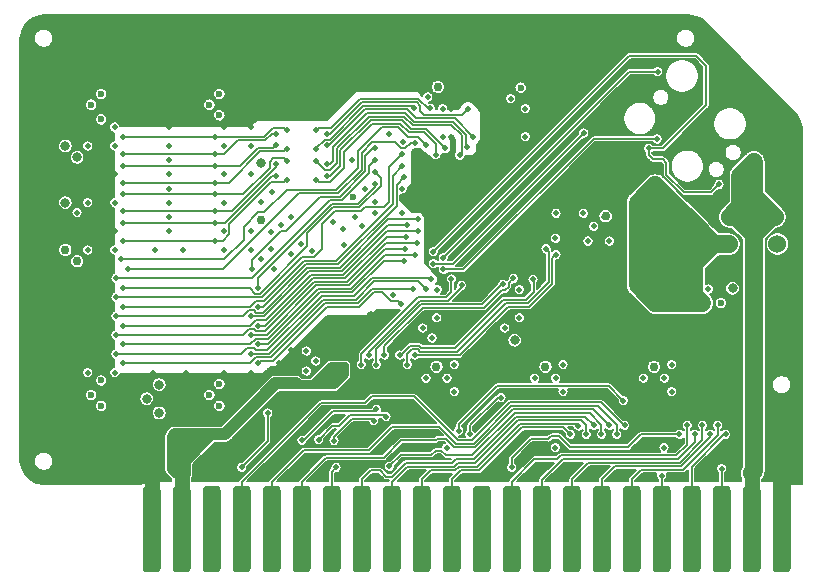
<source format=gbl>
G04 #@! TF.GenerationSoftware,KiCad,Pcbnew,(5.1.5-0-10_14)*
G04 #@! TF.CreationDate,2020-09-29T17:55:38-04:00*
G04 #@! TF.ProjectId,RAM2GS,52414d32-4753-42e6-9b69-6361645f7063,1.0*
G04 #@! TF.SameCoordinates,Original*
G04 #@! TF.FileFunction,Copper,L4,Bot*
G04 #@! TF.FilePolarity,Positive*
%FSLAX46Y46*%
G04 Gerber Fmt 4.6, Leading zero omitted, Abs format (unit mm)*
G04 Created by KiCad (PCBNEW (5.1.5-0-10_14)) date 2020-09-29 17:55:38*
%MOMM*%
%LPD*%
G04 APERTURE LIST*
%ADD10C,0.100000*%
%ADD11C,2.000000*%
%ADD12C,0.500000*%
%ADD13C,0.762000*%
%ADD14C,0.800000*%
%ADD15C,0.600000*%
%ADD16C,1.524000*%
%ADD17C,1.000000*%
%ADD18C,0.508000*%
%ADD19C,0.500000*%
%ADD20C,1.270000*%
%ADD21C,1.524000*%
%ADD22C,0.150000*%
%ADD23C,0.508000*%
%ADD24C,1.000000*%
G04 APERTURE END LIST*
G04 #@! TA.AperFunction,SMDPad,CuDef*
D10*
G36*
X111416345Y-131613835D02*
G01*
X111453329Y-131619321D01*
X111489598Y-131628406D01*
X111524802Y-131641002D01*
X111558602Y-131656988D01*
X111590672Y-131676210D01*
X111620704Y-131698483D01*
X111648408Y-131723592D01*
X111673517Y-131751296D01*
X111695790Y-131781328D01*
X111715012Y-131813398D01*
X111730998Y-131847198D01*
X111743594Y-131882402D01*
X111752679Y-131918671D01*
X111758165Y-131955655D01*
X111760000Y-131993000D01*
X111760000Y-138571000D01*
X111758165Y-138608345D01*
X111752679Y-138645329D01*
X111743594Y-138681598D01*
X111730998Y-138716802D01*
X111715012Y-138750602D01*
X111695790Y-138782672D01*
X111673517Y-138812704D01*
X111648408Y-138840408D01*
X111620704Y-138865517D01*
X111590672Y-138887790D01*
X111558602Y-138907012D01*
X111524802Y-138922998D01*
X111489598Y-138935594D01*
X111453329Y-138944679D01*
X111416345Y-138950165D01*
X111379000Y-138952000D01*
X110617000Y-138952000D01*
X110579655Y-138950165D01*
X110542671Y-138944679D01*
X110506402Y-138935594D01*
X110471198Y-138922998D01*
X110437398Y-138907012D01*
X110405328Y-138887790D01*
X110375296Y-138865517D01*
X110347592Y-138840408D01*
X110322483Y-138812704D01*
X110300210Y-138782672D01*
X110280988Y-138750602D01*
X110265002Y-138716802D01*
X110252406Y-138681598D01*
X110243321Y-138645329D01*
X110237835Y-138608345D01*
X110236000Y-138571000D01*
X110236000Y-131993000D01*
X110237835Y-131955655D01*
X110243321Y-131918671D01*
X110252406Y-131882402D01*
X110265002Y-131847198D01*
X110280988Y-131813398D01*
X110300210Y-131781328D01*
X110322483Y-131751296D01*
X110347592Y-131723592D01*
X110375296Y-131698483D01*
X110405328Y-131676210D01*
X110437398Y-131656988D01*
X110471198Y-131641002D01*
X110506402Y-131628406D01*
X110542671Y-131619321D01*
X110579655Y-131613835D01*
X110617000Y-131612000D01*
X111379000Y-131612000D01*
X111416345Y-131613835D01*
G37*
G04 #@! TD.AperFunction*
G04 #@! TA.AperFunction,SMDPad,CuDef*
G36*
X108876345Y-131613835D02*
G01*
X108913329Y-131619321D01*
X108949598Y-131628406D01*
X108984802Y-131641002D01*
X109018602Y-131656988D01*
X109050672Y-131676210D01*
X109080704Y-131698483D01*
X109108408Y-131723592D01*
X109133517Y-131751296D01*
X109155790Y-131781328D01*
X109175012Y-131813398D01*
X109190998Y-131847198D01*
X109203594Y-131882402D01*
X109212679Y-131918671D01*
X109218165Y-131955655D01*
X109220000Y-131993000D01*
X109220000Y-138571000D01*
X109218165Y-138608345D01*
X109212679Y-138645329D01*
X109203594Y-138681598D01*
X109190998Y-138716802D01*
X109175012Y-138750602D01*
X109155790Y-138782672D01*
X109133517Y-138812704D01*
X109108408Y-138840408D01*
X109080704Y-138865517D01*
X109050672Y-138887790D01*
X109018602Y-138907012D01*
X108984802Y-138922998D01*
X108949598Y-138935594D01*
X108913329Y-138944679D01*
X108876345Y-138950165D01*
X108839000Y-138952000D01*
X108077000Y-138952000D01*
X108039655Y-138950165D01*
X108002671Y-138944679D01*
X107966402Y-138935594D01*
X107931198Y-138922998D01*
X107897398Y-138907012D01*
X107865328Y-138887790D01*
X107835296Y-138865517D01*
X107807592Y-138840408D01*
X107782483Y-138812704D01*
X107760210Y-138782672D01*
X107740988Y-138750602D01*
X107725002Y-138716802D01*
X107712406Y-138681598D01*
X107703321Y-138645329D01*
X107697835Y-138608345D01*
X107696000Y-138571000D01*
X107696000Y-131993000D01*
X107697835Y-131955655D01*
X107703321Y-131918671D01*
X107712406Y-131882402D01*
X107725002Y-131847198D01*
X107740988Y-131813398D01*
X107760210Y-131781328D01*
X107782483Y-131751296D01*
X107807592Y-131723592D01*
X107835296Y-131698483D01*
X107865328Y-131676210D01*
X107897398Y-131656988D01*
X107931198Y-131641002D01*
X107966402Y-131628406D01*
X108002671Y-131619321D01*
X108039655Y-131613835D01*
X108077000Y-131612000D01*
X108839000Y-131612000D01*
X108876345Y-131613835D01*
G37*
G04 #@! TD.AperFunction*
G04 #@! TA.AperFunction,SMDPad,CuDef*
G36*
X106336345Y-131613835D02*
G01*
X106373329Y-131619321D01*
X106409598Y-131628406D01*
X106444802Y-131641002D01*
X106478602Y-131656988D01*
X106510672Y-131676210D01*
X106540704Y-131698483D01*
X106568408Y-131723592D01*
X106593517Y-131751296D01*
X106615790Y-131781328D01*
X106635012Y-131813398D01*
X106650998Y-131847198D01*
X106663594Y-131882402D01*
X106672679Y-131918671D01*
X106678165Y-131955655D01*
X106680000Y-131993000D01*
X106680000Y-138571000D01*
X106678165Y-138608345D01*
X106672679Y-138645329D01*
X106663594Y-138681598D01*
X106650998Y-138716802D01*
X106635012Y-138750602D01*
X106615790Y-138782672D01*
X106593517Y-138812704D01*
X106568408Y-138840408D01*
X106540704Y-138865517D01*
X106510672Y-138887790D01*
X106478602Y-138907012D01*
X106444802Y-138922998D01*
X106409598Y-138935594D01*
X106373329Y-138944679D01*
X106336345Y-138950165D01*
X106299000Y-138952000D01*
X105537000Y-138952000D01*
X105499655Y-138950165D01*
X105462671Y-138944679D01*
X105426402Y-138935594D01*
X105391198Y-138922998D01*
X105357398Y-138907012D01*
X105325328Y-138887790D01*
X105295296Y-138865517D01*
X105267592Y-138840408D01*
X105242483Y-138812704D01*
X105220210Y-138782672D01*
X105200988Y-138750602D01*
X105185002Y-138716802D01*
X105172406Y-138681598D01*
X105163321Y-138645329D01*
X105157835Y-138608345D01*
X105156000Y-138571000D01*
X105156000Y-131993000D01*
X105157835Y-131955655D01*
X105163321Y-131918671D01*
X105172406Y-131882402D01*
X105185002Y-131847198D01*
X105200988Y-131813398D01*
X105220210Y-131781328D01*
X105242483Y-131751296D01*
X105267592Y-131723592D01*
X105295296Y-131698483D01*
X105325328Y-131676210D01*
X105357398Y-131656988D01*
X105391198Y-131641002D01*
X105426402Y-131628406D01*
X105462671Y-131619321D01*
X105499655Y-131613835D01*
X105537000Y-131612000D01*
X106299000Y-131612000D01*
X106336345Y-131613835D01*
G37*
G04 #@! TD.AperFunction*
G04 #@! TA.AperFunction,SMDPad,CuDef*
G36*
X103796345Y-131613835D02*
G01*
X103833329Y-131619321D01*
X103869598Y-131628406D01*
X103904802Y-131641002D01*
X103938602Y-131656988D01*
X103970672Y-131676210D01*
X104000704Y-131698483D01*
X104028408Y-131723592D01*
X104053517Y-131751296D01*
X104075790Y-131781328D01*
X104095012Y-131813398D01*
X104110998Y-131847198D01*
X104123594Y-131882402D01*
X104132679Y-131918671D01*
X104138165Y-131955655D01*
X104140000Y-131993000D01*
X104140000Y-138571000D01*
X104138165Y-138608345D01*
X104132679Y-138645329D01*
X104123594Y-138681598D01*
X104110998Y-138716802D01*
X104095012Y-138750602D01*
X104075790Y-138782672D01*
X104053517Y-138812704D01*
X104028408Y-138840408D01*
X104000704Y-138865517D01*
X103970672Y-138887790D01*
X103938602Y-138907012D01*
X103904802Y-138922998D01*
X103869598Y-138935594D01*
X103833329Y-138944679D01*
X103796345Y-138950165D01*
X103759000Y-138952000D01*
X102997000Y-138952000D01*
X102959655Y-138950165D01*
X102922671Y-138944679D01*
X102886402Y-138935594D01*
X102851198Y-138922998D01*
X102817398Y-138907012D01*
X102785328Y-138887790D01*
X102755296Y-138865517D01*
X102727592Y-138840408D01*
X102702483Y-138812704D01*
X102680210Y-138782672D01*
X102660988Y-138750602D01*
X102645002Y-138716802D01*
X102632406Y-138681598D01*
X102623321Y-138645329D01*
X102617835Y-138608345D01*
X102616000Y-138571000D01*
X102616000Y-131993000D01*
X102617835Y-131955655D01*
X102623321Y-131918671D01*
X102632406Y-131882402D01*
X102645002Y-131847198D01*
X102660988Y-131813398D01*
X102680210Y-131781328D01*
X102702483Y-131751296D01*
X102727592Y-131723592D01*
X102755296Y-131698483D01*
X102785328Y-131676210D01*
X102817398Y-131656988D01*
X102851198Y-131641002D01*
X102886402Y-131628406D01*
X102922671Y-131619321D01*
X102959655Y-131613835D01*
X102997000Y-131612000D01*
X103759000Y-131612000D01*
X103796345Y-131613835D01*
G37*
G04 #@! TD.AperFunction*
G04 #@! TA.AperFunction,SMDPad,CuDef*
G36*
X101256345Y-131613835D02*
G01*
X101293329Y-131619321D01*
X101329598Y-131628406D01*
X101364802Y-131641002D01*
X101398602Y-131656988D01*
X101430672Y-131676210D01*
X101460704Y-131698483D01*
X101488408Y-131723592D01*
X101513517Y-131751296D01*
X101535790Y-131781328D01*
X101555012Y-131813398D01*
X101570998Y-131847198D01*
X101583594Y-131882402D01*
X101592679Y-131918671D01*
X101598165Y-131955655D01*
X101600000Y-131993000D01*
X101600000Y-138571000D01*
X101598165Y-138608345D01*
X101592679Y-138645329D01*
X101583594Y-138681598D01*
X101570998Y-138716802D01*
X101555012Y-138750602D01*
X101535790Y-138782672D01*
X101513517Y-138812704D01*
X101488408Y-138840408D01*
X101460704Y-138865517D01*
X101430672Y-138887790D01*
X101398602Y-138907012D01*
X101364802Y-138922998D01*
X101329598Y-138935594D01*
X101293329Y-138944679D01*
X101256345Y-138950165D01*
X101219000Y-138952000D01*
X100457000Y-138952000D01*
X100419655Y-138950165D01*
X100382671Y-138944679D01*
X100346402Y-138935594D01*
X100311198Y-138922998D01*
X100277398Y-138907012D01*
X100245328Y-138887790D01*
X100215296Y-138865517D01*
X100187592Y-138840408D01*
X100162483Y-138812704D01*
X100140210Y-138782672D01*
X100120988Y-138750602D01*
X100105002Y-138716802D01*
X100092406Y-138681598D01*
X100083321Y-138645329D01*
X100077835Y-138608345D01*
X100076000Y-138571000D01*
X100076000Y-131993000D01*
X100077835Y-131955655D01*
X100083321Y-131918671D01*
X100092406Y-131882402D01*
X100105002Y-131847198D01*
X100120988Y-131813398D01*
X100140210Y-131781328D01*
X100162483Y-131751296D01*
X100187592Y-131723592D01*
X100215296Y-131698483D01*
X100245328Y-131676210D01*
X100277398Y-131656988D01*
X100311198Y-131641002D01*
X100346402Y-131628406D01*
X100382671Y-131619321D01*
X100419655Y-131613835D01*
X100457000Y-131612000D01*
X101219000Y-131612000D01*
X101256345Y-131613835D01*
G37*
G04 #@! TD.AperFunction*
G04 #@! TA.AperFunction,SMDPad,CuDef*
G36*
X98716345Y-131613835D02*
G01*
X98753329Y-131619321D01*
X98789598Y-131628406D01*
X98824802Y-131641002D01*
X98858602Y-131656988D01*
X98890672Y-131676210D01*
X98920704Y-131698483D01*
X98948408Y-131723592D01*
X98973517Y-131751296D01*
X98995790Y-131781328D01*
X99015012Y-131813398D01*
X99030998Y-131847198D01*
X99043594Y-131882402D01*
X99052679Y-131918671D01*
X99058165Y-131955655D01*
X99060000Y-131993000D01*
X99060000Y-138571000D01*
X99058165Y-138608345D01*
X99052679Y-138645329D01*
X99043594Y-138681598D01*
X99030998Y-138716802D01*
X99015012Y-138750602D01*
X98995790Y-138782672D01*
X98973517Y-138812704D01*
X98948408Y-138840408D01*
X98920704Y-138865517D01*
X98890672Y-138887790D01*
X98858602Y-138907012D01*
X98824802Y-138922998D01*
X98789598Y-138935594D01*
X98753329Y-138944679D01*
X98716345Y-138950165D01*
X98679000Y-138952000D01*
X97917000Y-138952000D01*
X97879655Y-138950165D01*
X97842671Y-138944679D01*
X97806402Y-138935594D01*
X97771198Y-138922998D01*
X97737398Y-138907012D01*
X97705328Y-138887790D01*
X97675296Y-138865517D01*
X97647592Y-138840408D01*
X97622483Y-138812704D01*
X97600210Y-138782672D01*
X97580988Y-138750602D01*
X97565002Y-138716802D01*
X97552406Y-138681598D01*
X97543321Y-138645329D01*
X97537835Y-138608345D01*
X97536000Y-138571000D01*
X97536000Y-131993000D01*
X97537835Y-131955655D01*
X97543321Y-131918671D01*
X97552406Y-131882402D01*
X97565002Y-131847198D01*
X97580988Y-131813398D01*
X97600210Y-131781328D01*
X97622483Y-131751296D01*
X97647592Y-131723592D01*
X97675296Y-131698483D01*
X97705328Y-131676210D01*
X97737398Y-131656988D01*
X97771198Y-131641002D01*
X97806402Y-131628406D01*
X97842671Y-131619321D01*
X97879655Y-131613835D01*
X97917000Y-131612000D01*
X98679000Y-131612000D01*
X98716345Y-131613835D01*
G37*
G04 #@! TD.AperFunction*
G04 #@! TA.AperFunction,SMDPad,CuDef*
G36*
X96176345Y-131613835D02*
G01*
X96213329Y-131619321D01*
X96249598Y-131628406D01*
X96284802Y-131641002D01*
X96318602Y-131656988D01*
X96350672Y-131676210D01*
X96380704Y-131698483D01*
X96408408Y-131723592D01*
X96433517Y-131751296D01*
X96455790Y-131781328D01*
X96475012Y-131813398D01*
X96490998Y-131847198D01*
X96503594Y-131882402D01*
X96512679Y-131918671D01*
X96518165Y-131955655D01*
X96520000Y-131993000D01*
X96520000Y-138571000D01*
X96518165Y-138608345D01*
X96512679Y-138645329D01*
X96503594Y-138681598D01*
X96490998Y-138716802D01*
X96475012Y-138750602D01*
X96455790Y-138782672D01*
X96433517Y-138812704D01*
X96408408Y-138840408D01*
X96380704Y-138865517D01*
X96350672Y-138887790D01*
X96318602Y-138907012D01*
X96284802Y-138922998D01*
X96249598Y-138935594D01*
X96213329Y-138944679D01*
X96176345Y-138950165D01*
X96139000Y-138952000D01*
X95377000Y-138952000D01*
X95339655Y-138950165D01*
X95302671Y-138944679D01*
X95266402Y-138935594D01*
X95231198Y-138922998D01*
X95197398Y-138907012D01*
X95165328Y-138887790D01*
X95135296Y-138865517D01*
X95107592Y-138840408D01*
X95082483Y-138812704D01*
X95060210Y-138782672D01*
X95040988Y-138750602D01*
X95025002Y-138716802D01*
X95012406Y-138681598D01*
X95003321Y-138645329D01*
X94997835Y-138608345D01*
X94996000Y-138571000D01*
X94996000Y-131993000D01*
X94997835Y-131955655D01*
X95003321Y-131918671D01*
X95012406Y-131882402D01*
X95025002Y-131847198D01*
X95040988Y-131813398D01*
X95060210Y-131781328D01*
X95082483Y-131751296D01*
X95107592Y-131723592D01*
X95135296Y-131698483D01*
X95165328Y-131676210D01*
X95197398Y-131656988D01*
X95231198Y-131641002D01*
X95266402Y-131628406D01*
X95302671Y-131619321D01*
X95339655Y-131613835D01*
X95377000Y-131612000D01*
X96139000Y-131612000D01*
X96176345Y-131613835D01*
G37*
G04 #@! TD.AperFunction*
G04 #@! TA.AperFunction,SMDPad,CuDef*
G36*
X93636345Y-131613835D02*
G01*
X93673329Y-131619321D01*
X93709598Y-131628406D01*
X93744802Y-131641002D01*
X93778602Y-131656988D01*
X93810672Y-131676210D01*
X93840704Y-131698483D01*
X93868408Y-131723592D01*
X93893517Y-131751296D01*
X93915790Y-131781328D01*
X93935012Y-131813398D01*
X93950998Y-131847198D01*
X93963594Y-131882402D01*
X93972679Y-131918671D01*
X93978165Y-131955655D01*
X93980000Y-131993000D01*
X93980000Y-138571000D01*
X93978165Y-138608345D01*
X93972679Y-138645329D01*
X93963594Y-138681598D01*
X93950998Y-138716802D01*
X93935012Y-138750602D01*
X93915790Y-138782672D01*
X93893517Y-138812704D01*
X93868408Y-138840408D01*
X93840704Y-138865517D01*
X93810672Y-138887790D01*
X93778602Y-138907012D01*
X93744802Y-138922998D01*
X93709598Y-138935594D01*
X93673329Y-138944679D01*
X93636345Y-138950165D01*
X93599000Y-138952000D01*
X92837000Y-138952000D01*
X92799655Y-138950165D01*
X92762671Y-138944679D01*
X92726402Y-138935594D01*
X92691198Y-138922998D01*
X92657398Y-138907012D01*
X92625328Y-138887790D01*
X92595296Y-138865517D01*
X92567592Y-138840408D01*
X92542483Y-138812704D01*
X92520210Y-138782672D01*
X92500988Y-138750602D01*
X92485002Y-138716802D01*
X92472406Y-138681598D01*
X92463321Y-138645329D01*
X92457835Y-138608345D01*
X92456000Y-138571000D01*
X92456000Y-131993000D01*
X92457835Y-131955655D01*
X92463321Y-131918671D01*
X92472406Y-131882402D01*
X92485002Y-131847198D01*
X92500988Y-131813398D01*
X92520210Y-131781328D01*
X92542483Y-131751296D01*
X92567592Y-131723592D01*
X92595296Y-131698483D01*
X92625328Y-131676210D01*
X92657398Y-131656988D01*
X92691198Y-131641002D01*
X92726402Y-131628406D01*
X92762671Y-131619321D01*
X92799655Y-131613835D01*
X92837000Y-131612000D01*
X93599000Y-131612000D01*
X93636345Y-131613835D01*
G37*
G04 #@! TD.AperFunction*
G04 #@! TA.AperFunction,SMDPad,CuDef*
G36*
X91096345Y-131613835D02*
G01*
X91133329Y-131619321D01*
X91169598Y-131628406D01*
X91204802Y-131641002D01*
X91238602Y-131656988D01*
X91270672Y-131676210D01*
X91300704Y-131698483D01*
X91328408Y-131723592D01*
X91353517Y-131751296D01*
X91375790Y-131781328D01*
X91395012Y-131813398D01*
X91410998Y-131847198D01*
X91423594Y-131882402D01*
X91432679Y-131918671D01*
X91438165Y-131955655D01*
X91440000Y-131993000D01*
X91440000Y-138571000D01*
X91438165Y-138608345D01*
X91432679Y-138645329D01*
X91423594Y-138681598D01*
X91410998Y-138716802D01*
X91395012Y-138750602D01*
X91375790Y-138782672D01*
X91353517Y-138812704D01*
X91328408Y-138840408D01*
X91300704Y-138865517D01*
X91270672Y-138887790D01*
X91238602Y-138907012D01*
X91204802Y-138922998D01*
X91169598Y-138935594D01*
X91133329Y-138944679D01*
X91096345Y-138950165D01*
X91059000Y-138952000D01*
X90297000Y-138952000D01*
X90259655Y-138950165D01*
X90222671Y-138944679D01*
X90186402Y-138935594D01*
X90151198Y-138922998D01*
X90117398Y-138907012D01*
X90085328Y-138887790D01*
X90055296Y-138865517D01*
X90027592Y-138840408D01*
X90002483Y-138812704D01*
X89980210Y-138782672D01*
X89960988Y-138750602D01*
X89945002Y-138716802D01*
X89932406Y-138681598D01*
X89923321Y-138645329D01*
X89917835Y-138608345D01*
X89916000Y-138571000D01*
X89916000Y-131993000D01*
X89917835Y-131955655D01*
X89923321Y-131918671D01*
X89932406Y-131882402D01*
X89945002Y-131847198D01*
X89960988Y-131813398D01*
X89980210Y-131781328D01*
X90002483Y-131751296D01*
X90027592Y-131723592D01*
X90055296Y-131698483D01*
X90085328Y-131676210D01*
X90117398Y-131656988D01*
X90151198Y-131641002D01*
X90186402Y-131628406D01*
X90222671Y-131619321D01*
X90259655Y-131613835D01*
X90297000Y-131612000D01*
X91059000Y-131612000D01*
X91096345Y-131613835D01*
G37*
G04 #@! TD.AperFunction*
G04 #@! TA.AperFunction,SMDPad,CuDef*
G36*
X88556345Y-131613835D02*
G01*
X88593329Y-131619321D01*
X88629598Y-131628406D01*
X88664802Y-131641002D01*
X88698602Y-131656988D01*
X88730672Y-131676210D01*
X88760704Y-131698483D01*
X88788408Y-131723592D01*
X88813517Y-131751296D01*
X88835790Y-131781328D01*
X88855012Y-131813398D01*
X88870998Y-131847198D01*
X88883594Y-131882402D01*
X88892679Y-131918671D01*
X88898165Y-131955655D01*
X88900000Y-131993000D01*
X88900000Y-138571000D01*
X88898165Y-138608345D01*
X88892679Y-138645329D01*
X88883594Y-138681598D01*
X88870998Y-138716802D01*
X88855012Y-138750602D01*
X88835790Y-138782672D01*
X88813517Y-138812704D01*
X88788408Y-138840408D01*
X88760704Y-138865517D01*
X88730672Y-138887790D01*
X88698602Y-138907012D01*
X88664802Y-138922998D01*
X88629598Y-138935594D01*
X88593329Y-138944679D01*
X88556345Y-138950165D01*
X88519000Y-138952000D01*
X87757000Y-138952000D01*
X87719655Y-138950165D01*
X87682671Y-138944679D01*
X87646402Y-138935594D01*
X87611198Y-138922998D01*
X87577398Y-138907012D01*
X87545328Y-138887790D01*
X87515296Y-138865517D01*
X87487592Y-138840408D01*
X87462483Y-138812704D01*
X87440210Y-138782672D01*
X87420988Y-138750602D01*
X87405002Y-138716802D01*
X87392406Y-138681598D01*
X87383321Y-138645329D01*
X87377835Y-138608345D01*
X87376000Y-138571000D01*
X87376000Y-131993000D01*
X87377835Y-131955655D01*
X87383321Y-131918671D01*
X87392406Y-131882402D01*
X87405002Y-131847198D01*
X87420988Y-131813398D01*
X87440210Y-131781328D01*
X87462483Y-131751296D01*
X87487592Y-131723592D01*
X87515296Y-131698483D01*
X87545328Y-131676210D01*
X87577398Y-131656988D01*
X87611198Y-131641002D01*
X87646402Y-131628406D01*
X87682671Y-131619321D01*
X87719655Y-131613835D01*
X87757000Y-131612000D01*
X88519000Y-131612000D01*
X88556345Y-131613835D01*
G37*
G04 #@! TD.AperFunction*
G04 #@! TA.AperFunction,SMDPad,CuDef*
G36*
X86016345Y-131613835D02*
G01*
X86053329Y-131619321D01*
X86089598Y-131628406D01*
X86124802Y-131641002D01*
X86158602Y-131656988D01*
X86190672Y-131676210D01*
X86220704Y-131698483D01*
X86248408Y-131723592D01*
X86273517Y-131751296D01*
X86295790Y-131781328D01*
X86315012Y-131813398D01*
X86330998Y-131847198D01*
X86343594Y-131882402D01*
X86352679Y-131918671D01*
X86358165Y-131955655D01*
X86360000Y-131993000D01*
X86360000Y-138571000D01*
X86358165Y-138608345D01*
X86352679Y-138645329D01*
X86343594Y-138681598D01*
X86330998Y-138716802D01*
X86315012Y-138750602D01*
X86295790Y-138782672D01*
X86273517Y-138812704D01*
X86248408Y-138840408D01*
X86220704Y-138865517D01*
X86190672Y-138887790D01*
X86158602Y-138907012D01*
X86124802Y-138922998D01*
X86089598Y-138935594D01*
X86053329Y-138944679D01*
X86016345Y-138950165D01*
X85979000Y-138952000D01*
X85217000Y-138952000D01*
X85179655Y-138950165D01*
X85142671Y-138944679D01*
X85106402Y-138935594D01*
X85071198Y-138922998D01*
X85037398Y-138907012D01*
X85005328Y-138887790D01*
X84975296Y-138865517D01*
X84947592Y-138840408D01*
X84922483Y-138812704D01*
X84900210Y-138782672D01*
X84880988Y-138750602D01*
X84865002Y-138716802D01*
X84852406Y-138681598D01*
X84843321Y-138645329D01*
X84837835Y-138608345D01*
X84836000Y-138571000D01*
X84836000Y-131993000D01*
X84837835Y-131955655D01*
X84843321Y-131918671D01*
X84852406Y-131882402D01*
X84865002Y-131847198D01*
X84880988Y-131813398D01*
X84900210Y-131781328D01*
X84922483Y-131751296D01*
X84947592Y-131723592D01*
X84975296Y-131698483D01*
X85005328Y-131676210D01*
X85037398Y-131656988D01*
X85071198Y-131641002D01*
X85106402Y-131628406D01*
X85142671Y-131619321D01*
X85179655Y-131613835D01*
X85217000Y-131612000D01*
X85979000Y-131612000D01*
X86016345Y-131613835D01*
G37*
G04 #@! TD.AperFunction*
G04 #@! TA.AperFunction,SMDPad,CuDef*
G36*
X83476345Y-131613835D02*
G01*
X83513329Y-131619321D01*
X83549598Y-131628406D01*
X83584802Y-131641002D01*
X83618602Y-131656988D01*
X83650672Y-131676210D01*
X83680704Y-131698483D01*
X83708408Y-131723592D01*
X83733517Y-131751296D01*
X83755790Y-131781328D01*
X83775012Y-131813398D01*
X83790998Y-131847198D01*
X83803594Y-131882402D01*
X83812679Y-131918671D01*
X83818165Y-131955655D01*
X83820000Y-131993000D01*
X83820000Y-138571000D01*
X83818165Y-138608345D01*
X83812679Y-138645329D01*
X83803594Y-138681598D01*
X83790998Y-138716802D01*
X83775012Y-138750602D01*
X83755790Y-138782672D01*
X83733517Y-138812704D01*
X83708408Y-138840408D01*
X83680704Y-138865517D01*
X83650672Y-138887790D01*
X83618602Y-138907012D01*
X83584802Y-138922998D01*
X83549598Y-138935594D01*
X83513329Y-138944679D01*
X83476345Y-138950165D01*
X83439000Y-138952000D01*
X82677000Y-138952000D01*
X82639655Y-138950165D01*
X82602671Y-138944679D01*
X82566402Y-138935594D01*
X82531198Y-138922998D01*
X82497398Y-138907012D01*
X82465328Y-138887790D01*
X82435296Y-138865517D01*
X82407592Y-138840408D01*
X82382483Y-138812704D01*
X82360210Y-138782672D01*
X82340988Y-138750602D01*
X82325002Y-138716802D01*
X82312406Y-138681598D01*
X82303321Y-138645329D01*
X82297835Y-138608345D01*
X82296000Y-138571000D01*
X82296000Y-131993000D01*
X82297835Y-131955655D01*
X82303321Y-131918671D01*
X82312406Y-131882402D01*
X82325002Y-131847198D01*
X82340988Y-131813398D01*
X82360210Y-131781328D01*
X82382483Y-131751296D01*
X82407592Y-131723592D01*
X82435296Y-131698483D01*
X82465328Y-131676210D01*
X82497398Y-131656988D01*
X82531198Y-131641002D01*
X82566402Y-131628406D01*
X82602671Y-131619321D01*
X82639655Y-131613835D01*
X82677000Y-131612000D01*
X83439000Y-131612000D01*
X83476345Y-131613835D01*
G37*
G04 #@! TD.AperFunction*
G04 #@! TA.AperFunction,SMDPad,CuDef*
G36*
X80936345Y-131613835D02*
G01*
X80973329Y-131619321D01*
X81009598Y-131628406D01*
X81044802Y-131641002D01*
X81078602Y-131656988D01*
X81110672Y-131676210D01*
X81140704Y-131698483D01*
X81168408Y-131723592D01*
X81193517Y-131751296D01*
X81215790Y-131781328D01*
X81235012Y-131813398D01*
X81250998Y-131847198D01*
X81263594Y-131882402D01*
X81272679Y-131918671D01*
X81278165Y-131955655D01*
X81280000Y-131993000D01*
X81280000Y-138571000D01*
X81278165Y-138608345D01*
X81272679Y-138645329D01*
X81263594Y-138681598D01*
X81250998Y-138716802D01*
X81235012Y-138750602D01*
X81215790Y-138782672D01*
X81193517Y-138812704D01*
X81168408Y-138840408D01*
X81140704Y-138865517D01*
X81110672Y-138887790D01*
X81078602Y-138907012D01*
X81044802Y-138922998D01*
X81009598Y-138935594D01*
X80973329Y-138944679D01*
X80936345Y-138950165D01*
X80899000Y-138952000D01*
X80137000Y-138952000D01*
X80099655Y-138950165D01*
X80062671Y-138944679D01*
X80026402Y-138935594D01*
X79991198Y-138922998D01*
X79957398Y-138907012D01*
X79925328Y-138887790D01*
X79895296Y-138865517D01*
X79867592Y-138840408D01*
X79842483Y-138812704D01*
X79820210Y-138782672D01*
X79800988Y-138750602D01*
X79785002Y-138716802D01*
X79772406Y-138681598D01*
X79763321Y-138645329D01*
X79757835Y-138608345D01*
X79756000Y-138571000D01*
X79756000Y-131993000D01*
X79757835Y-131955655D01*
X79763321Y-131918671D01*
X79772406Y-131882402D01*
X79785002Y-131847198D01*
X79800988Y-131813398D01*
X79820210Y-131781328D01*
X79842483Y-131751296D01*
X79867592Y-131723592D01*
X79895296Y-131698483D01*
X79925328Y-131676210D01*
X79957398Y-131656988D01*
X79991198Y-131641002D01*
X80026402Y-131628406D01*
X80062671Y-131619321D01*
X80099655Y-131613835D01*
X80137000Y-131612000D01*
X80899000Y-131612000D01*
X80936345Y-131613835D01*
G37*
G04 #@! TD.AperFunction*
G04 #@! TA.AperFunction,SMDPad,CuDef*
G36*
X78396345Y-131613835D02*
G01*
X78433329Y-131619321D01*
X78469598Y-131628406D01*
X78504802Y-131641002D01*
X78538602Y-131656988D01*
X78570672Y-131676210D01*
X78600704Y-131698483D01*
X78628408Y-131723592D01*
X78653517Y-131751296D01*
X78675790Y-131781328D01*
X78695012Y-131813398D01*
X78710998Y-131847198D01*
X78723594Y-131882402D01*
X78732679Y-131918671D01*
X78738165Y-131955655D01*
X78740000Y-131993000D01*
X78740000Y-138571000D01*
X78738165Y-138608345D01*
X78732679Y-138645329D01*
X78723594Y-138681598D01*
X78710998Y-138716802D01*
X78695012Y-138750602D01*
X78675790Y-138782672D01*
X78653517Y-138812704D01*
X78628408Y-138840408D01*
X78600704Y-138865517D01*
X78570672Y-138887790D01*
X78538602Y-138907012D01*
X78504802Y-138922998D01*
X78469598Y-138935594D01*
X78433329Y-138944679D01*
X78396345Y-138950165D01*
X78359000Y-138952000D01*
X77597000Y-138952000D01*
X77559655Y-138950165D01*
X77522671Y-138944679D01*
X77486402Y-138935594D01*
X77451198Y-138922998D01*
X77417398Y-138907012D01*
X77385328Y-138887790D01*
X77355296Y-138865517D01*
X77327592Y-138840408D01*
X77302483Y-138812704D01*
X77280210Y-138782672D01*
X77260988Y-138750602D01*
X77245002Y-138716802D01*
X77232406Y-138681598D01*
X77223321Y-138645329D01*
X77217835Y-138608345D01*
X77216000Y-138571000D01*
X77216000Y-131993000D01*
X77217835Y-131955655D01*
X77223321Y-131918671D01*
X77232406Y-131882402D01*
X77245002Y-131847198D01*
X77260988Y-131813398D01*
X77280210Y-131781328D01*
X77302483Y-131751296D01*
X77327592Y-131723592D01*
X77355296Y-131698483D01*
X77385328Y-131676210D01*
X77417398Y-131656988D01*
X77451198Y-131641002D01*
X77486402Y-131628406D01*
X77522671Y-131619321D01*
X77559655Y-131613835D01*
X77597000Y-131612000D01*
X78359000Y-131612000D01*
X78396345Y-131613835D01*
G37*
G04 #@! TD.AperFunction*
G04 #@! TA.AperFunction,SMDPad,CuDef*
G36*
X75856345Y-131613835D02*
G01*
X75893329Y-131619321D01*
X75929598Y-131628406D01*
X75964802Y-131641002D01*
X75998602Y-131656988D01*
X76030672Y-131676210D01*
X76060704Y-131698483D01*
X76088408Y-131723592D01*
X76113517Y-131751296D01*
X76135790Y-131781328D01*
X76155012Y-131813398D01*
X76170998Y-131847198D01*
X76183594Y-131882402D01*
X76192679Y-131918671D01*
X76198165Y-131955655D01*
X76200000Y-131993000D01*
X76200000Y-138571000D01*
X76198165Y-138608345D01*
X76192679Y-138645329D01*
X76183594Y-138681598D01*
X76170998Y-138716802D01*
X76155012Y-138750602D01*
X76135790Y-138782672D01*
X76113517Y-138812704D01*
X76088408Y-138840408D01*
X76060704Y-138865517D01*
X76030672Y-138887790D01*
X75998602Y-138907012D01*
X75964802Y-138922998D01*
X75929598Y-138935594D01*
X75893329Y-138944679D01*
X75856345Y-138950165D01*
X75819000Y-138952000D01*
X75057000Y-138952000D01*
X75019655Y-138950165D01*
X74982671Y-138944679D01*
X74946402Y-138935594D01*
X74911198Y-138922998D01*
X74877398Y-138907012D01*
X74845328Y-138887790D01*
X74815296Y-138865517D01*
X74787592Y-138840408D01*
X74762483Y-138812704D01*
X74740210Y-138782672D01*
X74720988Y-138750602D01*
X74705002Y-138716802D01*
X74692406Y-138681598D01*
X74683321Y-138645329D01*
X74677835Y-138608345D01*
X74676000Y-138571000D01*
X74676000Y-131993000D01*
X74677835Y-131955655D01*
X74683321Y-131918671D01*
X74692406Y-131882402D01*
X74705002Y-131847198D01*
X74720988Y-131813398D01*
X74740210Y-131781328D01*
X74762483Y-131751296D01*
X74787592Y-131723592D01*
X74815296Y-131698483D01*
X74845328Y-131676210D01*
X74877398Y-131656988D01*
X74911198Y-131641002D01*
X74946402Y-131628406D01*
X74982671Y-131619321D01*
X75019655Y-131613835D01*
X75057000Y-131612000D01*
X75819000Y-131612000D01*
X75856345Y-131613835D01*
G37*
G04 #@! TD.AperFunction*
G04 #@! TA.AperFunction,SMDPad,CuDef*
G36*
X73316345Y-131613835D02*
G01*
X73353329Y-131619321D01*
X73389598Y-131628406D01*
X73424802Y-131641002D01*
X73458602Y-131656988D01*
X73490672Y-131676210D01*
X73520704Y-131698483D01*
X73548408Y-131723592D01*
X73573517Y-131751296D01*
X73595790Y-131781328D01*
X73615012Y-131813398D01*
X73630998Y-131847198D01*
X73643594Y-131882402D01*
X73652679Y-131918671D01*
X73658165Y-131955655D01*
X73660000Y-131993000D01*
X73660000Y-138571000D01*
X73658165Y-138608345D01*
X73652679Y-138645329D01*
X73643594Y-138681598D01*
X73630998Y-138716802D01*
X73615012Y-138750602D01*
X73595790Y-138782672D01*
X73573517Y-138812704D01*
X73548408Y-138840408D01*
X73520704Y-138865517D01*
X73490672Y-138887790D01*
X73458602Y-138907012D01*
X73424802Y-138922998D01*
X73389598Y-138935594D01*
X73353329Y-138944679D01*
X73316345Y-138950165D01*
X73279000Y-138952000D01*
X72517000Y-138952000D01*
X72479655Y-138950165D01*
X72442671Y-138944679D01*
X72406402Y-138935594D01*
X72371198Y-138922998D01*
X72337398Y-138907012D01*
X72305328Y-138887790D01*
X72275296Y-138865517D01*
X72247592Y-138840408D01*
X72222483Y-138812704D01*
X72200210Y-138782672D01*
X72180988Y-138750602D01*
X72165002Y-138716802D01*
X72152406Y-138681598D01*
X72143321Y-138645329D01*
X72137835Y-138608345D01*
X72136000Y-138571000D01*
X72136000Y-131993000D01*
X72137835Y-131955655D01*
X72143321Y-131918671D01*
X72152406Y-131882402D01*
X72165002Y-131847198D01*
X72180988Y-131813398D01*
X72200210Y-131781328D01*
X72222483Y-131751296D01*
X72247592Y-131723592D01*
X72275296Y-131698483D01*
X72305328Y-131676210D01*
X72337398Y-131656988D01*
X72371198Y-131641002D01*
X72406402Y-131628406D01*
X72442671Y-131619321D01*
X72479655Y-131613835D01*
X72517000Y-131612000D01*
X73279000Y-131612000D01*
X73316345Y-131613835D01*
G37*
G04 #@! TD.AperFunction*
G04 #@! TA.AperFunction,SMDPad,CuDef*
G36*
X70776345Y-131613835D02*
G01*
X70813329Y-131619321D01*
X70849598Y-131628406D01*
X70884802Y-131641002D01*
X70918602Y-131656988D01*
X70950672Y-131676210D01*
X70980704Y-131698483D01*
X71008408Y-131723592D01*
X71033517Y-131751296D01*
X71055790Y-131781328D01*
X71075012Y-131813398D01*
X71090998Y-131847198D01*
X71103594Y-131882402D01*
X71112679Y-131918671D01*
X71118165Y-131955655D01*
X71120000Y-131993000D01*
X71120000Y-138571000D01*
X71118165Y-138608345D01*
X71112679Y-138645329D01*
X71103594Y-138681598D01*
X71090998Y-138716802D01*
X71075012Y-138750602D01*
X71055790Y-138782672D01*
X71033517Y-138812704D01*
X71008408Y-138840408D01*
X70980704Y-138865517D01*
X70950672Y-138887790D01*
X70918602Y-138907012D01*
X70884802Y-138922998D01*
X70849598Y-138935594D01*
X70813329Y-138944679D01*
X70776345Y-138950165D01*
X70739000Y-138952000D01*
X69977000Y-138952000D01*
X69939655Y-138950165D01*
X69902671Y-138944679D01*
X69866402Y-138935594D01*
X69831198Y-138922998D01*
X69797398Y-138907012D01*
X69765328Y-138887790D01*
X69735296Y-138865517D01*
X69707592Y-138840408D01*
X69682483Y-138812704D01*
X69660210Y-138782672D01*
X69640988Y-138750602D01*
X69625002Y-138716802D01*
X69612406Y-138681598D01*
X69603321Y-138645329D01*
X69597835Y-138608345D01*
X69596000Y-138571000D01*
X69596000Y-131993000D01*
X69597835Y-131955655D01*
X69603321Y-131918671D01*
X69612406Y-131882402D01*
X69625002Y-131847198D01*
X69640988Y-131813398D01*
X69660210Y-131781328D01*
X69682483Y-131751296D01*
X69707592Y-131723592D01*
X69735296Y-131698483D01*
X69765328Y-131676210D01*
X69797398Y-131656988D01*
X69831198Y-131641002D01*
X69866402Y-131628406D01*
X69902671Y-131619321D01*
X69939655Y-131613835D01*
X69977000Y-131612000D01*
X70739000Y-131612000D01*
X70776345Y-131613835D01*
G37*
G04 #@! TD.AperFunction*
G04 #@! TA.AperFunction,SMDPad,CuDef*
G36*
X68236345Y-131613835D02*
G01*
X68273329Y-131619321D01*
X68309598Y-131628406D01*
X68344802Y-131641002D01*
X68378602Y-131656988D01*
X68410672Y-131676210D01*
X68440704Y-131698483D01*
X68468408Y-131723592D01*
X68493517Y-131751296D01*
X68515790Y-131781328D01*
X68535012Y-131813398D01*
X68550998Y-131847198D01*
X68563594Y-131882402D01*
X68572679Y-131918671D01*
X68578165Y-131955655D01*
X68580000Y-131993000D01*
X68580000Y-138571000D01*
X68578165Y-138608345D01*
X68572679Y-138645329D01*
X68563594Y-138681598D01*
X68550998Y-138716802D01*
X68535012Y-138750602D01*
X68515790Y-138782672D01*
X68493517Y-138812704D01*
X68468408Y-138840408D01*
X68440704Y-138865517D01*
X68410672Y-138887790D01*
X68378602Y-138907012D01*
X68344802Y-138922998D01*
X68309598Y-138935594D01*
X68273329Y-138944679D01*
X68236345Y-138950165D01*
X68199000Y-138952000D01*
X67437000Y-138952000D01*
X67399655Y-138950165D01*
X67362671Y-138944679D01*
X67326402Y-138935594D01*
X67291198Y-138922998D01*
X67257398Y-138907012D01*
X67225328Y-138887790D01*
X67195296Y-138865517D01*
X67167592Y-138840408D01*
X67142483Y-138812704D01*
X67120210Y-138782672D01*
X67100988Y-138750602D01*
X67085002Y-138716802D01*
X67072406Y-138681598D01*
X67063321Y-138645329D01*
X67057835Y-138608345D01*
X67056000Y-138571000D01*
X67056000Y-131993000D01*
X67057835Y-131955655D01*
X67063321Y-131918671D01*
X67072406Y-131882402D01*
X67085002Y-131847198D01*
X67100988Y-131813398D01*
X67120210Y-131781328D01*
X67142483Y-131751296D01*
X67167592Y-131723592D01*
X67195296Y-131698483D01*
X67225328Y-131676210D01*
X67257398Y-131656988D01*
X67291198Y-131641002D01*
X67326402Y-131628406D01*
X67362671Y-131619321D01*
X67399655Y-131613835D01*
X67437000Y-131612000D01*
X68199000Y-131612000D01*
X68236345Y-131613835D01*
G37*
G04 #@! TD.AperFunction*
G04 #@! TA.AperFunction,SMDPad,CuDef*
G36*
X65696345Y-131613835D02*
G01*
X65733329Y-131619321D01*
X65769598Y-131628406D01*
X65804802Y-131641002D01*
X65838602Y-131656988D01*
X65870672Y-131676210D01*
X65900704Y-131698483D01*
X65928408Y-131723592D01*
X65953517Y-131751296D01*
X65975790Y-131781328D01*
X65995012Y-131813398D01*
X66010998Y-131847198D01*
X66023594Y-131882402D01*
X66032679Y-131918671D01*
X66038165Y-131955655D01*
X66040000Y-131993000D01*
X66040000Y-138571000D01*
X66038165Y-138608345D01*
X66032679Y-138645329D01*
X66023594Y-138681598D01*
X66010998Y-138716802D01*
X65995012Y-138750602D01*
X65975790Y-138782672D01*
X65953517Y-138812704D01*
X65928408Y-138840408D01*
X65900704Y-138865517D01*
X65870672Y-138887790D01*
X65838602Y-138907012D01*
X65804802Y-138922998D01*
X65769598Y-138935594D01*
X65733329Y-138944679D01*
X65696345Y-138950165D01*
X65659000Y-138952000D01*
X64897000Y-138952000D01*
X64859655Y-138950165D01*
X64822671Y-138944679D01*
X64786402Y-138935594D01*
X64751198Y-138922998D01*
X64717398Y-138907012D01*
X64685328Y-138887790D01*
X64655296Y-138865517D01*
X64627592Y-138840408D01*
X64602483Y-138812704D01*
X64580210Y-138782672D01*
X64560988Y-138750602D01*
X64545002Y-138716802D01*
X64532406Y-138681598D01*
X64523321Y-138645329D01*
X64517835Y-138608345D01*
X64516000Y-138571000D01*
X64516000Y-131993000D01*
X64517835Y-131955655D01*
X64523321Y-131918671D01*
X64532406Y-131882402D01*
X64545002Y-131847198D01*
X64560988Y-131813398D01*
X64580210Y-131781328D01*
X64602483Y-131751296D01*
X64627592Y-131723592D01*
X64655296Y-131698483D01*
X64685328Y-131676210D01*
X64717398Y-131656988D01*
X64751198Y-131641002D01*
X64786402Y-131628406D01*
X64822671Y-131619321D01*
X64859655Y-131613835D01*
X64897000Y-131612000D01*
X65659000Y-131612000D01*
X65696345Y-131613835D01*
G37*
G04 #@! TD.AperFunction*
G04 #@! TA.AperFunction,SMDPad,CuDef*
G36*
X63156345Y-131613835D02*
G01*
X63193329Y-131619321D01*
X63229598Y-131628406D01*
X63264802Y-131641002D01*
X63298602Y-131656988D01*
X63330672Y-131676210D01*
X63360704Y-131698483D01*
X63388408Y-131723592D01*
X63413517Y-131751296D01*
X63435790Y-131781328D01*
X63455012Y-131813398D01*
X63470998Y-131847198D01*
X63483594Y-131882402D01*
X63492679Y-131918671D01*
X63498165Y-131955655D01*
X63500000Y-131993000D01*
X63500000Y-138571000D01*
X63498165Y-138608345D01*
X63492679Y-138645329D01*
X63483594Y-138681598D01*
X63470998Y-138716802D01*
X63455012Y-138750602D01*
X63435790Y-138782672D01*
X63413517Y-138812704D01*
X63388408Y-138840408D01*
X63360704Y-138865517D01*
X63330672Y-138887790D01*
X63298602Y-138907012D01*
X63264802Y-138922998D01*
X63229598Y-138935594D01*
X63193329Y-138944679D01*
X63156345Y-138950165D01*
X63119000Y-138952000D01*
X62357000Y-138952000D01*
X62319655Y-138950165D01*
X62282671Y-138944679D01*
X62246402Y-138935594D01*
X62211198Y-138922998D01*
X62177398Y-138907012D01*
X62145328Y-138887790D01*
X62115296Y-138865517D01*
X62087592Y-138840408D01*
X62062483Y-138812704D01*
X62040210Y-138782672D01*
X62020988Y-138750602D01*
X62005002Y-138716802D01*
X61992406Y-138681598D01*
X61983321Y-138645329D01*
X61977835Y-138608345D01*
X61976000Y-138571000D01*
X61976000Y-131993000D01*
X61977835Y-131955655D01*
X61983321Y-131918671D01*
X61992406Y-131882402D01*
X62005002Y-131847198D01*
X62020988Y-131813398D01*
X62040210Y-131781328D01*
X62062483Y-131751296D01*
X62087592Y-131723592D01*
X62115296Y-131698483D01*
X62145328Y-131676210D01*
X62177398Y-131656988D01*
X62211198Y-131641002D01*
X62246402Y-131628406D01*
X62282671Y-131619321D01*
X62319655Y-131613835D01*
X62357000Y-131612000D01*
X63119000Y-131612000D01*
X63156345Y-131613835D01*
G37*
G04 #@! TD.AperFunction*
G04 #@! TA.AperFunction,SMDPad,CuDef*
G36*
X60616345Y-131613835D02*
G01*
X60653329Y-131619321D01*
X60689598Y-131628406D01*
X60724802Y-131641002D01*
X60758602Y-131656988D01*
X60790672Y-131676210D01*
X60820704Y-131698483D01*
X60848408Y-131723592D01*
X60873517Y-131751296D01*
X60895790Y-131781328D01*
X60915012Y-131813398D01*
X60930998Y-131847198D01*
X60943594Y-131882402D01*
X60952679Y-131918671D01*
X60958165Y-131955655D01*
X60960000Y-131993000D01*
X60960000Y-138571000D01*
X60958165Y-138608345D01*
X60952679Y-138645329D01*
X60943594Y-138681598D01*
X60930998Y-138716802D01*
X60915012Y-138750602D01*
X60895790Y-138782672D01*
X60873517Y-138812704D01*
X60848408Y-138840408D01*
X60820704Y-138865517D01*
X60790672Y-138887790D01*
X60758602Y-138907012D01*
X60724802Y-138922998D01*
X60689598Y-138935594D01*
X60653329Y-138944679D01*
X60616345Y-138950165D01*
X60579000Y-138952000D01*
X59817000Y-138952000D01*
X59779655Y-138950165D01*
X59742671Y-138944679D01*
X59706402Y-138935594D01*
X59671198Y-138922998D01*
X59637398Y-138907012D01*
X59605328Y-138887790D01*
X59575296Y-138865517D01*
X59547592Y-138840408D01*
X59522483Y-138812704D01*
X59500210Y-138782672D01*
X59480988Y-138750602D01*
X59465002Y-138716802D01*
X59452406Y-138681598D01*
X59443321Y-138645329D01*
X59437835Y-138608345D01*
X59436000Y-138571000D01*
X59436000Y-131993000D01*
X59437835Y-131955655D01*
X59443321Y-131918671D01*
X59452406Y-131882402D01*
X59465002Y-131847198D01*
X59480988Y-131813398D01*
X59500210Y-131781328D01*
X59522483Y-131751296D01*
X59547592Y-131723592D01*
X59575296Y-131698483D01*
X59605328Y-131676210D01*
X59637398Y-131656988D01*
X59671198Y-131641002D01*
X59706402Y-131628406D01*
X59742671Y-131619321D01*
X59779655Y-131613835D01*
X59817000Y-131612000D01*
X60579000Y-131612000D01*
X60616345Y-131613835D01*
G37*
G04 #@! TD.AperFunction*
G04 #@! TA.AperFunction,SMDPad,CuDef*
G36*
X58076345Y-131613835D02*
G01*
X58113329Y-131619321D01*
X58149598Y-131628406D01*
X58184802Y-131641002D01*
X58218602Y-131656988D01*
X58250672Y-131676210D01*
X58280704Y-131698483D01*
X58308408Y-131723592D01*
X58333517Y-131751296D01*
X58355790Y-131781328D01*
X58375012Y-131813398D01*
X58390998Y-131847198D01*
X58403594Y-131882402D01*
X58412679Y-131918671D01*
X58418165Y-131955655D01*
X58420000Y-131993000D01*
X58420000Y-138571000D01*
X58418165Y-138608345D01*
X58412679Y-138645329D01*
X58403594Y-138681598D01*
X58390998Y-138716802D01*
X58375012Y-138750602D01*
X58355790Y-138782672D01*
X58333517Y-138812704D01*
X58308408Y-138840408D01*
X58280704Y-138865517D01*
X58250672Y-138887790D01*
X58218602Y-138907012D01*
X58184802Y-138922998D01*
X58149598Y-138935594D01*
X58113329Y-138944679D01*
X58076345Y-138950165D01*
X58039000Y-138952000D01*
X57277000Y-138952000D01*
X57239655Y-138950165D01*
X57202671Y-138944679D01*
X57166402Y-138935594D01*
X57131198Y-138922998D01*
X57097398Y-138907012D01*
X57065328Y-138887790D01*
X57035296Y-138865517D01*
X57007592Y-138840408D01*
X56982483Y-138812704D01*
X56960210Y-138782672D01*
X56940988Y-138750602D01*
X56925002Y-138716802D01*
X56912406Y-138681598D01*
X56903321Y-138645329D01*
X56897835Y-138608345D01*
X56896000Y-138571000D01*
X56896000Y-131993000D01*
X56897835Y-131955655D01*
X56903321Y-131918671D01*
X56912406Y-131882402D01*
X56925002Y-131847198D01*
X56940988Y-131813398D01*
X56960210Y-131781328D01*
X56982483Y-131751296D01*
X57007592Y-131723592D01*
X57035296Y-131698483D01*
X57065328Y-131676210D01*
X57097398Y-131656988D01*
X57131198Y-131641002D01*
X57166402Y-131628406D01*
X57202671Y-131619321D01*
X57239655Y-131613835D01*
X57277000Y-131612000D01*
X58039000Y-131612000D01*
X58076345Y-131613835D01*
G37*
G04 #@! TD.AperFunction*
D11*
X110998000Y-130175000D03*
D12*
X80000000Y-103550000D03*
X85350000Y-102900000D03*
X78900000Y-107150000D03*
X91850000Y-109950000D03*
X63750000Y-102850000D03*
X66050000Y-102850000D03*
D13*
X99200000Y-124000000D03*
D12*
X79950000Y-127250000D03*
X80600000Y-128400000D03*
X82675000Y-124000000D03*
D13*
X80800000Y-124000000D03*
D12*
X73475000Y-124000000D03*
X91875000Y-124000000D03*
X74100000Y-127250000D03*
X101075000Y-124000000D03*
D14*
X100200000Y-125000000D03*
D13*
X89900000Y-119250000D03*
D12*
X76600000Y-107550000D03*
X94200000Y-107550000D03*
X90000000Y-99700000D03*
D13*
X83400000Y-97850000D03*
X90400000Y-97850000D03*
D12*
X83000000Y-102100000D03*
X90000000Y-102050000D03*
X89500000Y-115000000D03*
X54550000Y-105250000D03*
X82550000Y-114950000D03*
X84250000Y-98750000D03*
X87950000Y-99550000D03*
D13*
X96100000Y-107300000D03*
X95100000Y-106350000D03*
D12*
X94600000Y-112400000D03*
X91250000Y-98850000D03*
D14*
X51350000Y-100400000D03*
D12*
X60060000Y-99799000D03*
X59150000Y-105250000D03*
X59150000Y-101250000D03*
X59150000Y-102850000D03*
X59150000Y-107650000D03*
X59150000Y-110050000D03*
X60350000Y-111650000D03*
X57950000Y-111650000D03*
X51350000Y-109300000D03*
D13*
X51350000Y-105200000D03*
D12*
X63750000Y-111650000D03*
X83000000Y-99700000D03*
X89500000Y-117400000D03*
X82500000Y-117400000D03*
X59150000Y-104050000D03*
X57750000Y-122050000D03*
X59150000Y-106450000D03*
X60550000Y-122050000D03*
X59150000Y-108850000D03*
X63750000Y-107650000D03*
X66050000Y-111650000D03*
X54550000Y-110050000D03*
X52250000Y-110050000D03*
X63750000Y-101250000D03*
X66050000Y-101250000D03*
D15*
X90000000Y-124000000D03*
D12*
X98350000Y-127250000D03*
X99000000Y-128400000D03*
X89150000Y-127250000D03*
X89800000Y-128400000D03*
X89150000Y-129550000D03*
X63750000Y-122050000D03*
X66050000Y-122050000D03*
D16*
X57658000Y-130556000D03*
D12*
X104648000Y-130937000D03*
X61722000Y-130937000D03*
X46990000Y-97663000D03*
X112014000Y-100965000D03*
X74168000Y-130937000D03*
X102108000Y-130937000D03*
X64008000Y-130937000D03*
X106680000Y-95377000D03*
X98171000Y-92202000D03*
X93091000Y-92202000D03*
X88011000Y-92202000D03*
X82931000Y-92202000D03*
X77851000Y-92202000D03*
X72771000Y-92202000D03*
X67691000Y-92202000D03*
X62611000Y-92202000D03*
X57531000Y-92202000D03*
X52451000Y-92202000D03*
X46990000Y-128143000D03*
X112014000Y-112649000D03*
X112014000Y-117729000D03*
X49911000Y-131064000D03*
X94488000Y-130937000D03*
X99568000Y-130937000D03*
X106807000Y-130937000D03*
X70231000Y-94869000D03*
X65151000Y-94869000D03*
X60071000Y-94869000D03*
X72898000Y-97282000D03*
X75311000Y-94869000D03*
X54991000Y-131064000D03*
X79248000Y-130937000D03*
X76708000Y-130937000D03*
X71628000Y-130937000D03*
X81788000Y-130937000D03*
X91948000Y-130937000D03*
X89408000Y-130937000D03*
X97028000Y-130937000D03*
X66548000Y-130937000D03*
X69088000Y-130937000D03*
X52578000Y-128143000D03*
X84328000Y-130937000D03*
X86868000Y-130937000D03*
X109347000Y-98044000D03*
X81950000Y-129150000D03*
X90700000Y-118250000D03*
D15*
X95500000Y-113300000D03*
D12*
X66950000Y-112400000D03*
X75700000Y-106450000D03*
X107162600Y-129870200D03*
X112014000Y-127889000D03*
D13*
X58166000Y-127508000D03*
X57023000Y-128778000D03*
D12*
X105275000Y-121200000D03*
D14*
X96550000Y-112400000D03*
D16*
X106600000Y-113450000D03*
D12*
X109982000Y-120269000D03*
X82000000Y-128150000D03*
X81500000Y-127250000D03*
X78100000Y-117000000D03*
X73900000Y-120400000D03*
X54991000Y-94742000D03*
X52451000Y-97282000D03*
X57531000Y-97282000D03*
X80391000Y-94742000D03*
X77851000Y-97282000D03*
X95631000Y-94742000D03*
X93091000Y-97282000D03*
X95250000Y-121050000D03*
X102350000Y-121350000D03*
X102350000Y-123650000D03*
X83950000Y-121350000D03*
X83950000Y-123650000D03*
X93150000Y-121350000D03*
X93150000Y-123650000D03*
X104850000Y-118550000D03*
D17*
X110350000Y-104200000D03*
X111550000Y-105550000D03*
D14*
X110350000Y-106800000D03*
D17*
X110100000Y-116150000D03*
D12*
X70231000Y-99949000D03*
X50038000Y-100076000D03*
X106550000Y-117500000D03*
X79800000Y-108150000D03*
X85150000Y-114650000D03*
X90800000Y-113700000D03*
X81000000Y-110950000D03*
D16*
X110450000Y-113450000D03*
D12*
X50038000Y-94996000D03*
X102200000Y-119750000D03*
X67850000Y-106750000D03*
X66950000Y-107600000D03*
X87200000Y-118950000D03*
X87750000Y-117500000D03*
X71700000Y-124000000D03*
X69050000Y-124400000D03*
X112014000Y-107569000D03*
X50038000Y-120523000D03*
X50038000Y-125603000D03*
X50038000Y-115443000D03*
X46990000Y-112903000D03*
X46990000Y-117983000D03*
X46990000Y-102743000D03*
X46990000Y-107823000D03*
X46990000Y-123063000D03*
D14*
X50350000Y-106150000D03*
D13*
X50350000Y-110150000D03*
D14*
X50350000Y-101350000D03*
D12*
X101550000Y-101550000D03*
X83275000Y-112050000D03*
X80700000Y-117550000D03*
X100750000Y-104450000D03*
X95800000Y-102950000D03*
X82600000Y-111375000D03*
X83950000Y-112725000D03*
X96350000Y-117550000D03*
X78750000Y-119550000D03*
X93500000Y-118350000D03*
X105100000Y-109050000D03*
X104700000Y-106250000D03*
X101450000Y-103750000D03*
X103800000Y-98550000D03*
X99900000Y-95700000D03*
X97000000Y-100400000D03*
X86200000Y-107775000D03*
X87550000Y-109125000D03*
X89800000Y-104175000D03*
X91150000Y-105525000D03*
X85075000Y-110250000D03*
X88675000Y-106650000D03*
X83700000Y-108875000D03*
X87300000Y-105275000D03*
X90050000Y-108025000D03*
X86450000Y-111625000D03*
X96575000Y-97400000D03*
X93175000Y-100800000D03*
X99000000Y-97750000D03*
X68050000Y-127750000D03*
X91000000Y-127150000D03*
X100550000Y-127750000D03*
X78100000Y-115450000D03*
X74650000Y-104050000D03*
X83000000Y-105700000D03*
X89400000Y-112200000D03*
X107450000Y-127250000D03*
D15*
X74750000Y-107200000D03*
X74500000Y-129800000D03*
D12*
X91900000Y-107550000D03*
X77200000Y-126750000D03*
X86800000Y-125000000D03*
X94200000Y-110000000D03*
X73850000Y-109850000D03*
X67800000Y-111550000D03*
X73050000Y-109250000D03*
X69500000Y-108850000D03*
X68650000Y-109550000D03*
D14*
X76250000Y-117200000D03*
X74650000Y-118750000D03*
D12*
X73950000Y-111200000D03*
X83700000Y-118250000D03*
X82900000Y-119100000D03*
X68450000Y-121200000D03*
X69500000Y-120150000D03*
D15*
X64900000Y-100600000D03*
X54900000Y-98450000D03*
X55750000Y-99350000D03*
X54900000Y-100250000D03*
X64900000Y-98450000D03*
X65750000Y-99350000D03*
X54900000Y-123050000D03*
X55750000Y-123950000D03*
X54900000Y-124850000D03*
D12*
X64900000Y-124800000D03*
D15*
X65750000Y-123950000D03*
X64900000Y-122700000D03*
D14*
X60000000Y-123050000D03*
X61050000Y-124250000D03*
X60000000Y-125450000D03*
D12*
X88138000Y-130048000D03*
X102350000Y-127250000D03*
X95750000Y-127250000D03*
X77775000Y-129975000D03*
X65278000Y-130048000D03*
X67500000Y-125450000D03*
X97700000Y-126500000D03*
X97050000Y-127250000D03*
X96400000Y-126500000D03*
X93100000Y-127250000D03*
X95100000Y-126500000D03*
X94450000Y-127250000D03*
X93800000Y-126550000D03*
X103000000Y-126500000D03*
X103650000Y-127250000D03*
X104300000Y-126500000D03*
X104950000Y-127250000D03*
X105600000Y-126500000D03*
X106250000Y-127250000D03*
X105918000Y-130175000D03*
X100838000Y-130746500D03*
X83650000Y-126950000D03*
X97600000Y-124400000D03*
X73100000Y-127800000D03*
X76450000Y-126100000D03*
X73279000Y-130048000D03*
X76700000Y-125150000D03*
X70400000Y-127750000D03*
X77500000Y-125750000D03*
X71800000Y-127700000D03*
X84600000Y-127250000D03*
X87249000Y-124142500D03*
X104800000Y-114950000D03*
X95100000Y-109650000D03*
X54550000Y-107650000D03*
X52250000Y-102850000D03*
X52250000Y-107650000D03*
X52250000Y-111650000D03*
X52250000Y-122050000D03*
X54550000Y-122050000D03*
X66050000Y-105250000D03*
X63750000Y-105250000D03*
D13*
X51350000Y-112600000D03*
D12*
X51350000Y-108500000D03*
D18*
X54550000Y-101250000D03*
D12*
X89300000Y-99700000D03*
D13*
X81900000Y-97850000D03*
D12*
X81050000Y-98700000D03*
X88050000Y-98850000D03*
D18*
X54550000Y-111650000D03*
D15*
X63400000Y-123000000D03*
D14*
X51350000Y-103800000D03*
D15*
X88900000Y-97900000D03*
D18*
X54550000Y-102850000D03*
D12*
X94600000Y-110900000D03*
X96400000Y-110900000D03*
D14*
X66950000Y-104250000D03*
D12*
X82300000Y-102100000D03*
X89300000Y-102050000D03*
X88800000Y-115000000D03*
X94200000Y-108550000D03*
X81850000Y-115000000D03*
D13*
X96100000Y-108800000D03*
D12*
X82300000Y-99700000D03*
X88800000Y-117400000D03*
X81800000Y-117400000D03*
X91850000Y-110650000D03*
X87550000Y-118250000D03*
X82675000Y-122500000D03*
X80900000Y-122500000D03*
X83300000Y-121350000D03*
D13*
X81775000Y-121550000D03*
D12*
X83300000Y-123650000D03*
X99300000Y-122500000D03*
X101075000Y-122500000D03*
X91875000Y-122500000D03*
X92500000Y-123650000D03*
X90100000Y-122500000D03*
X76600000Y-108550000D03*
X63750000Y-110050000D03*
D13*
X66950000Y-109100000D03*
D12*
X78900000Y-106450000D03*
X66050000Y-110050000D03*
X82650000Y-128400000D03*
D13*
X91000000Y-121550000D03*
X100200000Y-121550000D03*
D12*
X78900000Y-108550000D03*
D17*
X100300000Y-111650000D03*
D16*
X104150000Y-111150000D03*
D17*
X100300000Y-110150000D03*
D16*
X110650000Y-111150000D03*
D17*
X100300000Y-113150000D03*
X100300000Y-108650000D03*
D16*
X102300000Y-108150000D03*
X102300000Y-114150000D03*
D17*
X100300000Y-116150000D03*
X102300000Y-116150000D03*
X104300000Y-116150000D03*
D12*
X101700000Y-121350000D03*
X101700000Y-123650000D03*
X92500000Y-121350000D03*
D15*
X105850000Y-116150000D03*
D14*
X106850000Y-114900000D03*
D12*
X91850000Y-128400000D03*
X101050000Y-128400000D03*
D14*
X50350000Y-107650000D03*
D13*
X50350000Y-111650000D03*
D14*
X50350000Y-102850000D03*
D17*
X100300000Y-114650000D03*
X100300000Y-106150000D03*
D12*
X91900000Y-108550000D03*
X74850000Y-108850000D03*
D14*
X88400000Y-119300000D03*
D12*
X70350000Y-111150000D03*
X69500000Y-112000000D03*
X71250000Y-111750000D03*
X68050000Y-113300000D03*
X67800000Y-110150000D03*
X75500000Y-109650000D03*
D16*
X106550000Y-111150000D03*
D12*
X80600000Y-118250000D03*
X81400000Y-119100000D03*
X70750000Y-121900000D03*
X70750000Y-120200000D03*
X71550000Y-121050000D03*
D15*
X53400000Y-100600000D03*
X52550000Y-99350000D03*
X53400000Y-98450000D03*
X63400000Y-100250000D03*
X62550000Y-99350000D03*
X63400000Y-98450000D03*
X53400000Y-122700000D03*
X52550000Y-123950000D03*
X53400000Y-124850000D03*
X62550000Y-123950000D03*
X63400000Y-124850000D03*
D14*
X57250000Y-124250000D03*
X58300000Y-123050000D03*
X58300000Y-125450000D03*
D12*
X83900000Y-114650000D03*
X76050000Y-120550000D03*
X88300000Y-114050000D03*
X77350000Y-120550000D03*
X87400000Y-114550000D03*
X76700000Y-121350000D03*
X91900000Y-112050000D03*
X79950000Y-120550000D03*
X91050000Y-111550000D03*
X79300000Y-121350000D03*
X83050000Y-114100000D03*
X75400000Y-121350000D03*
X89950000Y-114150000D03*
X78650000Y-120550000D03*
D18*
X55250000Y-102050000D03*
D12*
X69100000Y-101500000D03*
D18*
X63050000Y-102050000D03*
D12*
X63050000Y-104550000D03*
X55250000Y-104550000D03*
X68150000Y-102800000D03*
D18*
X63050000Y-103550000D03*
X55250000Y-103550000D03*
D12*
X68150000Y-101800000D03*
X69100000Y-103100000D03*
D18*
X55250000Y-105950000D03*
D12*
X63050000Y-105950000D03*
X84450000Y-99700000D03*
X72550000Y-101800000D03*
X81250000Y-99650000D03*
X71600000Y-101500000D03*
X84900000Y-102050000D03*
X72550000Y-102800000D03*
X79900000Y-99650000D03*
X71600000Y-103100000D03*
X81700000Y-103600000D03*
X71600000Y-105700000D03*
X82500000Y-103050000D03*
X72550000Y-105400000D03*
X83750000Y-103650000D03*
X71600000Y-104100000D03*
X84400000Y-102950000D03*
X72550000Y-104400000D03*
X69100000Y-105700000D03*
D18*
X55250000Y-110850000D03*
D12*
X63050000Y-110850000D03*
X63050000Y-108350000D03*
D18*
X55250000Y-108350000D03*
D12*
X68150000Y-104400000D03*
X63050000Y-109350000D03*
X55250000Y-109350000D03*
X68150000Y-105400000D03*
X55250000Y-106950000D03*
X63050000Y-106950000D03*
X69100000Y-104100000D03*
X78950000Y-102550000D03*
X77750000Y-101850000D03*
X76550000Y-103050000D03*
X66150000Y-113250000D03*
X76550000Y-106050000D03*
X66650000Y-114850000D03*
X79050000Y-105500000D03*
X66700000Y-116450000D03*
X66100000Y-117250000D03*
X79300000Y-109550000D03*
X66700000Y-118050000D03*
X79200000Y-110550000D03*
X66100000Y-118850000D03*
X79100000Y-111550000D03*
X66700000Y-119650000D03*
X79000000Y-112550000D03*
X66100000Y-120450000D03*
X80850000Y-114950000D03*
X66700000Y-121250000D03*
X78800000Y-116200000D03*
X55200000Y-121250000D03*
X79800000Y-114950000D03*
X54650000Y-120450000D03*
X81350000Y-114100000D03*
X55200000Y-119650000D03*
X80000000Y-112050000D03*
X54650000Y-118850000D03*
X80100000Y-111050000D03*
X55200000Y-118050000D03*
X80200000Y-110050000D03*
X54650000Y-117250000D03*
X80200000Y-109050000D03*
X78900000Y-104550000D03*
X55200000Y-116450000D03*
X78900000Y-103550000D03*
X54650000Y-115650000D03*
X76550000Y-105050000D03*
X55200000Y-114850000D03*
X76550000Y-104050000D03*
X54650000Y-114050000D03*
X79950000Y-102600000D03*
X55650000Y-113250000D03*
X80900000Y-102750000D03*
D18*
X55100000Y-112450000D03*
D12*
X82350000Y-112300000D03*
X100500000Y-96550000D03*
X81500000Y-111800000D03*
X105700000Y-106100000D03*
X99750000Y-103050000D03*
X82350000Y-113300000D03*
X100450000Y-102250000D03*
X81500000Y-112800000D03*
X94250000Y-101750000D03*
X73475000Y-122500000D03*
D16*
X108458000Y-130556000D03*
X60198000Y-130556000D03*
D12*
X72600000Y-121650000D03*
D16*
X106600000Y-108850000D03*
X108650000Y-107150000D03*
X110450000Y-108850000D03*
D17*
X108650000Y-104200000D03*
X107500000Y-105550000D03*
D12*
X74100000Y-121400000D03*
D14*
X59750000Y-127550000D03*
D19*
X83200000Y-103300000D02*
X83099999Y-103400001D01*
X83200000Y-102300000D02*
X83200000Y-103300000D01*
X83200000Y-103300000D02*
X82950000Y-103700000D01*
X83200000Y-103300000D02*
X82800000Y-103700000D01*
X83000000Y-102100000D02*
X83200000Y-102300000D01*
X83099999Y-103400001D02*
X83099999Y-103949999D01*
X82950000Y-103700000D02*
X82350000Y-103700000D01*
D20*
X57658000Y-130556000D02*
X57658000Y-135382000D01*
D21*
X110998000Y-135382000D02*
X110998000Y-130175000D01*
D22*
X99100000Y-127250000D02*
X102350000Y-127250000D01*
X98016500Y-128333500D02*
X99100000Y-127250000D01*
X91500000Y-127400000D02*
X92150000Y-127400000D01*
X91250000Y-127650000D02*
X91500000Y-127400000D01*
X89764000Y-127650000D02*
X91250000Y-127650000D01*
X88138000Y-129276000D02*
X89764000Y-127650000D01*
X93083500Y-128333500D02*
X98016500Y-128333500D01*
X92150000Y-127400000D02*
X93083500Y-128333500D01*
X88138000Y-130048000D02*
X88138000Y-129276000D01*
X95750000Y-126450000D02*
X95750000Y-127250000D01*
X94749990Y-125449990D02*
X95750000Y-126450000D01*
X88400010Y-125449990D02*
X94749990Y-125449990D01*
X84800000Y-129050000D02*
X88400010Y-125449990D01*
X82599981Y-129050000D02*
X84800000Y-129050000D01*
X82199981Y-128650000D02*
X82599981Y-129050000D01*
X81700000Y-128650000D02*
X82199981Y-128650000D01*
X81350000Y-129000000D02*
X81700000Y-128650000D01*
X78750000Y-129000000D02*
X81350000Y-129000000D01*
X77775000Y-129975000D02*
X78750000Y-129000000D01*
X65302000Y-130048000D02*
X65278000Y-130048000D01*
X67500000Y-127850000D02*
X65302000Y-130048000D01*
X67500000Y-125450000D02*
X67500000Y-127850000D01*
X87990928Y-124549960D02*
X84790898Y-127749990D01*
X75750000Y-124600000D02*
X71996000Y-124600000D01*
X76300000Y-124050000D02*
X75750000Y-124600000D01*
X79874278Y-124050000D02*
X76300000Y-124050000D01*
X83574268Y-127749990D02*
X79874278Y-124050000D01*
X84790898Y-127749990D02*
X83574268Y-127749990D01*
X65278000Y-131318000D02*
X65278000Y-135382000D01*
X95699960Y-124549960D02*
X87990928Y-124549960D01*
X71996000Y-124600000D02*
X65278000Y-131318000D01*
X97700000Y-126550000D02*
X95699960Y-124549960D01*
X67818000Y-131318000D02*
X67818000Y-135382000D01*
X82000000Y-126600000D02*
X78050000Y-126600000D01*
X78050000Y-126600000D02*
X76050000Y-128600000D01*
X88115196Y-124849970D02*
X84915166Y-128050000D01*
X84915166Y-128050000D02*
X83450000Y-128050000D01*
X95437470Y-124849970D02*
X88115196Y-124849970D01*
X83450000Y-128050000D02*
X82000000Y-126600000D01*
X76050000Y-128600000D02*
X70536000Y-128600000D01*
X97050000Y-126462500D02*
X95437470Y-124849970D01*
X97050000Y-127250000D02*
X97050000Y-126462500D01*
X70536000Y-128600000D02*
X67818000Y-131318000D01*
X70358000Y-135382000D02*
X70358000Y-131318000D01*
X95049980Y-125149980D02*
X96400000Y-126500000D01*
X72426000Y-129250000D02*
X77300000Y-129250000D01*
X83300000Y-128350000D02*
X85052305Y-128350000D01*
X77300000Y-129250000D02*
X78800000Y-127750000D01*
X81700000Y-127750000D02*
X81800000Y-127650000D01*
X88252325Y-125149980D02*
X95049980Y-125149980D01*
X85052305Y-128350000D02*
X88252325Y-125149980D01*
X82600000Y-127650000D02*
X83300000Y-128350000D01*
X81800000Y-127650000D02*
X82600000Y-127650000D01*
X78800000Y-127750000D02*
X81700000Y-127750000D01*
X70358000Y-131318000D02*
X72426000Y-129250000D01*
X83058000Y-131064000D02*
X83058000Y-135382000D01*
X83820000Y-130302000D02*
X83058000Y-131064000D01*
X85398000Y-130302000D02*
X83820000Y-130302000D01*
X89050000Y-126650000D02*
X85398000Y-130302000D01*
X92500000Y-126650000D02*
X89050000Y-126650000D01*
X93100000Y-127250000D02*
X92500000Y-126650000D01*
X94350000Y-125750000D02*
X95100000Y-126500000D01*
X84950000Y-129350000D02*
X88550000Y-125750000D01*
X83438500Y-129350000D02*
X84950000Y-129350000D01*
X83121500Y-129667000D02*
X83438500Y-129350000D01*
X79203000Y-129667000D02*
X83121500Y-129667000D01*
X88550000Y-125750000D02*
X94350000Y-125750000D01*
X78020000Y-130850000D02*
X79203000Y-129667000D01*
X76993750Y-130302000D02*
X77541750Y-130850000D01*
X76200000Y-130302000D02*
X76993750Y-130302000D01*
X75438000Y-131064000D02*
X76200000Y-130302000D01*
X77541750Y-130850000D02*
X78020000Y-130850000D01*
X75438000Y-135382000D02*
X75438000Y-131064000D01*
X77978000Y-131322000D02*
X77978000Y-135382000D01*
X83248500Y-129984500D02*
X79315500Y-129984500D01*
X83566000Y-129667000D02*
X83248500Y-129984500D01*
X85083000Y-129667000D02*
X83566000Y-129667000D01*
X94000000Y-126050000D02*
X88700000Y-126050000D01*
X88700000Y-126050000D02*
X85083000Y-129667000D01*
X79315500Y-129984500D02*
X77978000Y-131322000D01*
X94450000Y-126500000D02*
X94000000Y-126050000D01*
X94450000Y-127250000D02*
X94450000Y-126500000D01*
X81280000Y-130302000D02*
X80518000Y-131064000D01*
X83375500Y-130302000D02*
X81280000Y-130302000D01*
X83693000Y-129984500D02*
X83375500Y-130302000D01*
X88850000Y-126350000D02*
X85215500Y-129984500D01*
X85215500Y-129984500D02*
X83693000Y-129984500D01*
X80518000Y-131064000D02*
X80518000Y-135382000D01*
X93800000Y-126550000D02*
X93600000Y-126350000D01*
X93600000Y-126350000D02*
X88850000Y-126350000D01*
X103000000Y-126500000D02*
X103000000Y-128140000D01*
X103000000Y-128140000D02*
X102090000Y-129050000D01*
X92000000Y-129350000D02*
X90050000Y-129350000D01*
X102090000Y-129050000D02*
X92300000Y-129050000D01*
X92300000Y-129050000D02*
X92000000Y-129350000D01*
X90050000Y-129350000D02*
X88138000Y-131262000D01*
X88138000Y-131262000D02*
X88138000Y-135382000D01*
X90678000Y-131122000D02*
X90678000Y-135382000D01*
X92450000Y-129350000D02*
X90678000Y-131122000D01*
X102234500Y-129350000D02*
X92450000Y-129350000D01*
X103650000Y-127934500D02*
X102234500Y-129350000D01*
X103650000Y-127250000D02*
X103650000Y-127934500D01*
X93218000Y-131082000D02*
X93218000Y-135382000D01*
X94650000Y-129650000D02*
X93218000Y-131082000D01*
X102379000Y-129650000D02*
X94650000Y-129650000D01*
X104300000Y-126500000D02*
X104300000Y-127729000D01*
X104300000Y-127729000D02*
X102379000Y-129650000D01*
X102523500Y-129950000D02*
X96875000Y-129950000D01*
X96875000Y-129950000D02*
X95758000Y-131067000D01*
X104950000Y-127523500D02*
X102523500Y-129950000D01*
X95758000Y-131067000D02*
X95758000Y-135382000D01*
X104950000Y-127250000D02*
X104950000Y-127523500D01*
X98298000Y-131064000D02*
X98298000Y-135382000D01*
X102668000Y-130250000D02*
X99112000Y-130250000D01*
X99112000Y-130250000D02*
X98298000Y-131064000D01*
X105600000Y-127318000D02*
X102668000Y-130250000D01*
X105600000Y-126500000D02*
X105600000Y-127318000D01*
X103378000Y-129984500D02*
X103378000Y-135382000D01*
X106112500Y-127250000D02*
X103378000Y-129984500D01*
X106250000Y-127250000D02*
X106112500Y-127250000D01*
X105918000Y-130175000D02*
X105918000Y-135382000D01*
X100838000Y-130746500D02*
X100838000Y-135382000D01*
X83650000Y-126425000D02*
X83650000Y-126950000D01*
X86925000Y-123150000D02*
X83650000Y-126425000D01*
X96350000Y-123150000D02*
X86925000Y-123150000D01*
X97600000Y-124400000D02*
X96350000Y-123150000D01*
X73100000Y-127450000D02*
X73100000Y-127800000D01*
X74600000Y-125950000D02*
X73100000Y-127450000D01*
X76300000Y-125950000D02*
X74600000Y-125950000D01*
X76450000Y-126100000D02*
X76300000Y-125950000D01*
X73279000Y-130048000D02*
X72898000Y-130429000D01*
X72898000Y-130429000D02*
X72898000Y-135382000D01*
X76550000Y-125300000D02*
X76700000Y-125150000D01*
X73000000Y-125300000D02*
X76550000Y-125300000D01*
X70550000Y-127750000D02*
X73000000Y-125300000D01*
X70400000Y-127750000D02*
X70550000Y-127750000D01*
X74475000Y-125625000D02*
X73550000Y-126550000D01*
X72950000Y-126550000D02*
X71800000Y-127700000D01*
X77375000Y-125625000D02*
X74475000Y-125625000D01*
X73550000Y-126550000D02*
X72950000Y-126550000D01*
X77500000Y-125750000D02*
X77375000Y-125625000D01*
X84600000Y-126500000D02*
X84600000Y-127250000D01*
X86957500Y-124142500D02*
X84600000Y-126500000D01*
X87249000Y-124142500D02*
X86957500Y-124142500D01*
D19*
X96100000Y-108800000D02*
X96000000Y-108900000D01*
D21*
X100300000Y-106150000D02*
X100300000Y-116150000D01*
X104300000Y-116150000D02*
X100300000Y-116150000D01*
X102300000Y-116150000D02*
X102300000Y-114150000D01*
X102300000Y-108150000D02*
X102300000Y-114150000D01*
X102300000Y-114150000D02*
X100300000Y-114150000D01*
X102300000Y-108150000D02*
X100300000Y-106150000D01*
X100300000Y-108150000D02*
X102300000Y-108150000D01*
X100300000Y-116150000D02*
X102300000Y-114150000D01*
X104300000Y-116150000D02*
X102300000Y-114150000D01*
X102300000Y-114150000D02*
X100300000Y-112150000D01*
X100300000Y-110150000D02*
X102300000Y-108150000D01*
X101300000Y-111150000D02*
X100300000Y-112150000D01*
X104150000Y-111150000D02*
X101300000Y-111150000D01*
X101300000Y-111150000D02*
X100300000Y-110150000D01*
X102300000Y-112150000D02*
X100300000Y-110150000D01*
X102300000Y-114150000D02*
X102300000Y-112150000D01*
X102300000Y-110150000D02*
X100300000Y-112150000D01*
X102300000Y-108150000D02*
X102300000Y-110150000D01*
X102300000Y-113000000D02*
X104150000Y-111150000D01*
X102300000Y-114150000D02*
X102300000Y-113000000D01*
X102300000Y-109300000D02*
X104150000Y-111150000D01*
X102300000Y-108150000D02*
X102300000Y-109300000D01*
X104150000Y-110000000D02*
X104150000Y-111150000D01*
X102300000Y-108150000D02*
X104150000Y-110000000D01*
X102300000Y-108150000D02*
X105300000Y-111150000D01*
X102300000Y-114150000D02*
X105300000Y-111150000D01*
X104300000Y-116150000D02*
X103600000Y-115450000D01*
X103600000Y-111700000D02*
X104150000Y-111150000D01*
X103600000Y-115450000D02*
X103600000Y-111700000D01*
X105300000Y-111150000D02*
X106550000Y-111150000D01*
X106550000Y-111150000D02*
X104150000Y-111150000D01*
X100300000Y-106150000D02*
X98800000Y-107650000D01*
X98800000Y-114650000D02*
X100300000Y-116150000D01*
X98800000Y-107650000D02*
X98800000Y-114650000D01*
D22*
X83900000Y-114800000D02*
X83900000Y-114650000D01*
X82750000Y-115950000D02*
X83900000Y-114800000D01*
X80350000Y-115950000D02*
X82750000Y-115950000D01*
X76050000Y-120250000D02*
X80350000Y-115950000D01*
X76050000Y-120550000D02*
X76050000Y-120250000D01*
X87900000Y-114450000D02*
X88300000Y-114050000D01*
X87900000Y-114750000D02*
X87900000Y-114450000D01*
X87600000Y-115050000D02*
X87900000Y-114750000D01*
X87300000Y-115050000D02*
X87600000Y-115050000D01*
X85800000Y-116550000D02*
X87300000Y-115050000D01*
X80600000Y-116550000D02*
X85800000Y-116550000D01*
X77350000Y-119800000D02*
X80600000Y-116550000D01*
X77350000Y-120550000D02*
X77350000Y-119800000D01*
X76700000Y-120025000D02*
X76700000Y-121350000D01*
X80475000Y-116250000D02*
X76700000Y-120025000D01*
X87350722Y-114550000D02*
X85650722Y-116250000D01*
X85650722Y-116250000D02*
X80475000Y-116250000D01*
X87400000Y-114550000D02*
X87350722Y-114550000D01*
X83750000Y-120550000D02*
X87850000Y-116450000D01*
X91600000Y-112350000D02*
X91900000Y-112050000D01*
X91600000Y-114500000D02*
X91600000Y-112350000D01*
X89650000Y-116450000D02*
X91600000Y-114500000D01*
X87850000Y-116450000D02*
X89650000Y-116450000D01*
X79950000Y-120550000D02*
X83750000Y-120550000D01*
X79300000Y-120450000D02*
X79300000Y-121350000D01*
X80375000Y-120250000D02*
X80175000Y-120050000D01*
X91300000Y-111800000D02*
X91300000Y-114350000D01*
X79700000Y-120050000D02*
X79300000Y-120450000D01*
X87650000Y-116150000D02*
X83550000Y-120250000D01*
X91300000Y-114350000D02*
X89500000Y-116150000D01*
X83550000Y-120250000D02*
X80375000Y-120250000D01*
X80175000Y-120050000D02*
X79700000Y-120050000D01*
X89500000Y-116150000D02*
X87650000Y-116150000D01*
X91050000Y-111550000D02*
X91300000Y-111800000D01*
X83050000Y-115200000D02*
X83050000Y-114100000D01*
X82600000Y-115650000D02*
X83050000Y-115200000D01*
X75400000Y-120450000D02*
X80200000Y-115650000D01*
X80200000Y-115650000D02*
X82600000Y-115650000D01*
X75400000Y-121350000D02*
X75400000Y-120450000D01*
X90000000Y-115200000D02*
X90000000Y-114200000D01*
X89350000Y-115850000D02*
X90000000Y-115200000D01*
X87450000Y-115850000D02*
X89350000Y-115850000D01*
X83350000Y-119950000D02*
X87450000Y-115850000D01*
X80500000Y-119950000D02*
X83350000Y-119950000D01*
X79550000Y-119750000D02*
X80300000Y-119750000D01*
X78750000Y-120550000D02*
X79550000Y-119750000D01*
X90000000Y-114200000D02*
X89950000Y-114150000D01*
X80300000Y-119750000D02*
X80500000Y-119950000D01*
X78650000Y-120550000D02*
X78750000Y-120550000D01*
X55250000Y-102050000D02*
X63050000Y-102050000D01*
X67150000Y-102050000D02*
X67900000Y-101300000D01*
X67900000Y-101300000D02*
X68900000Y-101300000D01*
X68900000Y-101300000D02*
X69100000Y-101500000D01*
X63050000Y-102050000D02*
X67150000Y-102050000D01*
X63050000Y-104550000D02*
X63150000Y-104450000D01*
X55250000Y-104550000D02*
X63050000Y-104550000D01*
X65150000Y-104550000D02*
X63050000Y-104550000D01*
X66700000Y-103000000D02*
X65150000Y-104550000D01*
X67950000Y-103000000D02*
X66700000Y-103000000D01*
X68150000Y-102800000D02*
X67950000Y-103000000D01*
X67850000Y-101800000D02*
X68150000Y-101800000D01*
X64950000Y-102350000D02*
X67300000Y-102350000D01*
X67300000Y-102350000D02*
X67850000Y-101800000D01*
X63050000Y-103550000D02*
X59399998Y-103550000D01*
X59399998Y-103550000D02*
X55250000Y-103550000D01*
X63050000Y-103550000D02*
X63750000Y-103550000D01*
X63750000Y-103550000D02*
X64950000Y-102350000D01*
X68900000Y-103300000D02*
X69100000Y-103100000D01*
X63050000Y-105950000D02*
X64200000Y-105950000D01*
X64200000Y-105950000D02*
X66850000Y-103300000D01*
X66850000Y-103300000D02*
X68900000Y-103300000D01*
X63050000Y-105950000D02*
X56909338Y-105950000D01*
X56909338Y-105950000D02*
X55250000Y-105950000D01*
X83950000Y-100200000D02*
X84450000Y-99700000D01*
X80750000Y-100200000D02*
X83950000Y-100200000D01*
X80400000Y-99850000D02*
X80750000Y-100200000D01*
X72550000Y-101800000D02*
X72800000Y-101800000D01*
X80400000Y-99450000D02*
X80400000Y-99850000D01*
X75450000Y-99150000D02*
X80100000Y-99150000D01*
X80100000Y-99150000D02*
X80400000Y-99450000D01*
X72800000Y-101800000D02*
X75450000Y-99150000D01*
X81250000Y-99650000D02*
X81250000Y-99600000D01*
X71800000Y-101300000D02*
X71600000Y-101500000D01*
X72850000Y-101300000D02*
X71800000Y-101300000D01*
X75300000Y-98850000D02*
X72850000Y-101300000D01*
X80250000Y-98850000D02*
X75300000Y-98850000D01*
X81050000Y-99650000D02*
X80250000Y-98850000D01*
X81250000Y-99650000D02*
X81050000Y-99650000D01*
X83350000Y-100500000D02*
X84900000Y-102050000D01*
X79300000Y-99750000D02*
X80050000Y-100500000D01*
X80050000Y-100500000D02*
X83350000Y-100500000D01*
X72700000Y-102800000D02*
X75750000Y-99750000D01*
X75750000Y-99750000D02*
X79300000Y-99750000D01*
X72550000Y-102800000D02*
X72700000Y-102800000D01*
X71600000Y-103025000D02*
X71600000Y-103100000D01*
X72750000Y-102300000D02*
X72325000Y-102300000D01*
X75600000Y-99450000D02*
X72750000Y-102300000D01*
X79700000Y-99450000D02*
X75600000Y-99450000D01*
X72325000Y-102300000D02*
X71600000Y-103025000D01*
X79900000Y-99650000D02*
X79700000Y-99450000D01*
X81700000Y-102674278D02*
X81700000Y-103600000D01*
X80725722Y-101700000D02*
X81700000Y-102674278D01*
X79450000Y-101700000D02*
X80725722Y-101700000D01*
X78700000Y-100950000D02*
X79450000Y-101700000D01*
X76350000Y-100950000D02*
X78700000Y-100950000D01*
X73950000Y-103350000D02*
X76350000Y-100950000D01*
X72750000Y-105900000D02*
X73950000Y-104700000D01*
X71800000Y-105900000D02*
X72750000Y-105900000D01*
X73950000Y-104700000D02*
X73950000Y-103350000D01*
X71600000Y-105700000D02*
X71800000Y-105900000D01*
X79600000Y-101400000D02*
X80850000Y-101400000D01*
X76200000Y-100650000D02*
X78850000Y-100650000D01*
X72750000Y-105400000D02*
X73650000Y-104500000D01*
X80850000Y-101400000D02*
X82500000Y-103050000D01*
X73650000Y-103200000D02*
X76200000Y-100650000D01*
X73650000Y-104500000D02*
X73650000Y-103200000D01*
X72550000Y-105400000D02*
X72750000Y-105400000D01*
X78850000Y-100650000D02*
X79600000Y-101400000D01*
X71600000Y-104150000D02*
X71600000Y-104100000D01*
X72350000Y-104900000D02*
X71600000Y-104150000D01*
X72750000Y-104900000D02*
X72350000Y-104900000D01*
X73350000Y-104300000D02*
X72750000Y-104900000D01*
X73350000Y-103050000D02*
X73350000Y-104300000D01*
X79000000Y-100350000D02*
X76050000Y-100350000D01*
X76050000Y-100350000D02*
X73350000Y-103050000D01*
X83050000Y-101100000D02*
X79750000Y-101100000D01*
X79750000Y-101100000D02*
X79000000Y-100350000D01*
X83900000Y-101950000D02*
X83050000Y-101100000D01*
X83900000Y-103500000D02*
X83900000Y-101950000D01*
X83750000Y-103650000D02*
X83900000Y-103500000D01*
X84300000Y-102850000D02*
X84400000Y-102950000D01*
X84300000Y-101900000D02*
X84300000Y-102850000D01*
X83200000Y-100800000D02*
X84300000Y-101900000D01*
X79900000Y-100800000D02*
X83200000Y-100800000D01*
X79150000Y-100050000D02*
X79900000Y-100800000D01*
X75900000Y-100050000D02*
X79150000Y-100050000D01*
X73050000Y-102900000D02*
X75900000Y-100050000D01*
X73050000Y-104150000D02*
X73050000Y-102900000D01*
X72800000Y-104400000D02*
X73050000Y-104150000D01*
X72550000Y-104400000D02*
X72800000Y-104400000D01*
X55250000Y-110850000D02*
X63050000Y-110850000D01*
X68900000Y-105900000D02*
X69100000Y-105700000D01*
X67800000Y-105900000D02*
X68900000Y-105900000D01*
X64250000Y-109450000D02*
X67800000Y-105900000D01*
X64250000Y-110300000D02*
X64250000Y-109450000D01*
X63700000Y-110850000D02*
X64250000Y-110300000D01*
X63100000Y-110850000D02*
X63700000Y-110850000D01*
X55250000Y-108350000D02*
X63050000Y-108350000D01*
X68150000Y-104400000D02*
X68150000Y-104650000D01*
X68150000Y-104650000D02*
X64450000Y-108350000D01*
X64450000Y-108350000D02*
X63100000Y-108350000D01*
X63050000Y-109350000D02*
X55250000Y-109350000D01*
X67850000Y-105400000D02*
X68150000Y-105400000D01*
X63900000Y-109350000D02*
X67850000Y-105400000D01*
X63050000Y-109350000D02*
X63900000Y-109350000D01*
X61499998Y-106950000D02*
X55250000Y-106950000D01*
X63050000Y-106950000D02*
X61499998Y-106950000D01*
X67650000Y-104700000D02*
X67650000Y-104200000D01*
X63050000Y-106950000D02*
X65400000Y-106950000D01*
X65400000Y-106950000D02*
X67650000Y-104700000D01*
X67650000Y-104200000D02*
X67950000Y-103900000D01*
X67950000Y-103900000D02*
X68900000Y-103900000D01*
X68900000Y-103900000D02*
X69100000Y-104100000D01*
X66150000Y-112500000D02*
X66150000Y-113250000D01*
X68600000Y-110050000D02*
X66150000Y-112500000D01*
X69000000Y-110050000D02*
X68600000Y-110050000D01*
X71900000Y-107150000D02*
X69000000Y-110050000D01*
X75750000Y-105000000D02*
X73600000Y-107150000D01*
X73600000Y-107150000D02*
X71900000Y-107150000D01*
X75750000Y-103675000D02*
X75750000Y-105000000D01*
X76375000Y-103050000D02*
X75750000Y-103675000D01*
X76550000Y-103050000D02*
X76375000Y-103050000D01*
X66650000Y-114850000D02*
X66800000Y-114850000D01*
X76550000Y-106300000D02*
X76550000Y-106050000D01*
X75100000Y-107750000D02*
X76550000Y-106300000D01*
X66650000Y-114000000D02*
X72900000Y-107750000D01*
X72900000Y-107750000D02*
X75100000Y-107750000D01*
X66650000Y-114850000D02*
X66650000Y-114000000D01*
X78400000Y-106150000D02*
X79050000Y-105500000D01*
X73450000Y-112850000D02*
X78400000Y-107900000D01*
X67100000Y-116450000D02*
X70700000Y-112850000D01*
X70700000Y-112850000D02*
X73450000Y-112850000D01*
X78400000Y-107900000D02*
X78400000Y-106150000D01*
X66700000Y-116450000D02*
X67100000Y-116450000D01*
X73750000Y-113450000D02*
X77650000Y-109550000D01*
X71000000Y-113450000D02*
X73750000Y-113450000D01*
X77650000Y-109550000D02*
X79300000Y-109550000D01*
X67200000Y-117250000D02*
X71000000Y-113450000D01*
X66100000Y-117250000D02*
X67200000Y-117250000D01*
X79200000Y-110550000D02*
X77550000Y-110550000D01*
X66700000Y-118050000D02*
X67300000Y-118050000D01*
X67300000Y-118050000D02*
X71300000Y-114050000D01*
X74050000Y-114050000D02*
X77550000Y-110550000D01*
X71300000Y-114050000D02*
X74050000Y-114050000D01*
X79100000Y-111550000D02*
X77450000Y-111550000D01*
X66100000Y-118850000D02*
X67400000Y-118850000D01*
X67400000Y-118850000D02*
X71600000Y-114650000D01*
X74350000Y-114650000D02*
X77450000Y-111550000D01*
X71600000Y-114650000D02*
X74350000Y-114650000D01*
X79000000Y-112550000D02*
X77350000Y-112550000D01*
X66700000Y-119650000D02*
X67500000Y-119650000D01*
X67500000Y-119650000D02*
X71900000Y-115250000D01*
X74650000Y-115250000D02*
X77350000Y-112550000D01*
X71900000Y-115250000D02*
X74650000Y-115250000D01*
X80850000Y-114950000D02*
X80200000Y-114300000D01*
X66100000Y-120450000D02*
X67600000Y-120450000D01*
X67600000Y-120450000D02*
X72200000Y-115850000D01*
X72200000Y-115850000D02*
X74950000Y-115850000D01*
X76500000Y-114300000D02*
X80200000Y-114300000D01*
X74950000Y-115850000D02*
X76500000Y-114300000D01*
X66900000Y-121050000D02*
X66700000Y-121250000D01*
X67900000Y-121050000D02*
X66900000Y-121050000D01*
X75250000Y-116450000D02*
X72500000Y-116450000D01*
X76450000Y-115250000D02*
X75250000Y-116450000D01*
X77200000Y-115250000D02*
X76450000Y-115250000D01*
X78550000Y-115950000D02*
X77900000Y-115950000D01*
X77900000Y-115950000D02*
X77200000Y-115250000D01*
X72500000Y-116450000D02*
X67900000Y-121050000D01*
X78800000Y-116200000D02*
X78550000Y-115950000D01*
X66500000Y-120750000D02*
X66000000Y-121250000D01*
X67750000Y-120750000D02*
X66500000Y-120750000D01*
X72350000Y-116150000D02*
X67750000Y-120750000D01*
X66000000Y-121250000D02*
X55200000Y-121250000D01*
X75100000Y-116150000D02*
X72350000Y-116150000D01*
X76300000Y-114950000D02*
X75100000Y-116150000D01*
X79800000Y-114950000D02*
X76300000Y-114950000D01*
X81250000Y-114000000D02*
X81350000Y-114100000D01*
X65700000Y-119950000D02*
X66300000Y-119950000D01*
X54650000Y-120450000D02*
X65200000Y-120450000D01*
X66300000Y-119950000D02*
X66500000Y-120150000D01*
X65200000Y-120450000D02*
X65700000Y-119950000D01*
X81250000Y-114000000D02*
X76350000Y-114000000D01*
X76350000Y-114000000D02*
X74800000Y-115550000D01*
X74800000Y-115550000D02*
X72050000Y-115550000D01*
X67450000Y-120150000D02*
X66500000Y-120150000D01*
X72050000Y-115550000D02*
X67450000Y-120150000D01*
X66000000Y-119650000D02*
X55200000Y-119650000D01*
X66500000Y-119150000D02*
X66000000Y-119650000D01*
X77400000Y-112050000D02*
X80000000Y-112050000D01*
X77400000Y-112050000D02*
X74500000Y-114950000D01*
X74500000Y-114950000D02*
X71750000Y-114950000D01*
X67550000Y-119150000D02*
X66500000Y-119150000D01*
X71750000Y-114950000D02*
X67550000Y-119150000D01*
X66300000Y-118350000D02*
X65900000Y-118350000D01*
X65400000Y-118850000D02*
X54650000Y-118850000D01*
X66500000Y-118550000D02*
X66300000Y-118350000D01*
X67250000Y-118550000D02*
X66500000Y-118550000D01*
X71450000Y-114350000D02*
X67250000Y-118550000D01*
X77500000Y-111050000D02*
X74200000Y-114350000D01*
X74200000Y-114350000D02*
X71450000Y-114350000D01*
X65900000Y-118350000D02*
X65400000Y-118850000D01*
X80100000Y-111050000D02*
X77500000Y-111050000D01*
X66500000Y-117550000D02*
X66000000Y-118050000D01*
X71150000Y-113750000D02*
X67350000Y-117550000D01*
X66000000Y-118050000D02*
X55200000Y-118050000D01*
X67350000Y-117550000D02*
X66500000Y-117550000D01*
X73900000Y-113750000D02*
X71150000Y-113750000D01*
X77600000Y-110050000D02*
X73900000Y-113750000D01*
X80200000Y-110050000D02*
X77600000Y-110050000D01*
X73600000Y-113150000D02*
X77700000Y-109050000D01*
X70850000Y-113150000D02*
X73600000Y-113150000D01*
X66500000Y-116950000D02*
X67050000Y-116950000D01*
X67050000Y-116950000D02*
X70850000Y-113150000D01*
X65900000Y-116750000D02*
X66300000Y-116750000D01*
X66300000Y-116750000D02*
X66500000Y-116950000D01*
X77700000Y-109050000D02*
X80200000Y-109050000D01*
X65400000Y-117250000D02*
X65900000Y-116750000D01*
X54650000Y-117250000D02*
X65400000Y-117250000D01*
X66000000Y-116450000D02*
X55200000Y-116450000D01*
X66500000Y-115950000D02*
X66000000Y-116450000D01*
X70550000Y-112550000D02*
X67150000Y-115950000D01*
X73300000Y-112550000D02*
X70550000Y-112550000D01*
X67150000Y-115950000D02*
X66500000Y-115950000D01*
X78100000Y-107750000D02*
X73300000Y-112550000D01*
X78100000Y-105350000D02*
X78100000Y-107750000D01*
X78900000Y-104550000D02*
X78100000Y-105350000D01*
X77800000Y-104650000D02*
X78900000Y-103550000D01*
X77800000Y-107600000D02*
X77800000Y-104650000D01*
X77350000Y-108050000D02*
X77800000Y-107600000D01*
X75700000Y-108050000D02*
X77350000Y-108050000D01*
X75400000Y-108350000D02*
X75700000Y-108050000D01*
X73200000Y-108350000D02*
X75400000Y-108350000D01*
X72100000Y-109450000D02*
X73200000Y-108350000D01*
X72100000Y-111600000D02*
X72100000Y-109450000D01*
X70400000Y-112250000D02*
X71450000Y-112250000D01*
X71450000Y-112250000D02*
X72100000Y-111600000D01*
X67000000Y-115650000D02*
X70400000Y-112250000D01*
X54650000Y-115650000D02*
X67000000Y-115650000D01*
X65950000Y-114850000D02*
X66450000Y-115350000D01*
X55200000Y-114850000D02*
X65950000Y-114850000D01*
X66450000Y-115350000D02*
X66850000Y-115350000D01*
X75250000Y-108050000D02*
X77050000Y-106250000D01*
X77050000Y-105550000D02*
X76550000Y-105050000D01*
X77050000Y-106250000D02*
X77050000Y-105550000D01*
X75250000Y-108050000D02*
X73050000Y-108050000D01*
X73050000Y-108050000D02*
X70850000Y-110250000D01*
X70850000Y-110250000D02*
X70850000Y-111350000D01*
X70850000Y-111350000D02*
X66850000Y-115350000D01*
X76050000Y-104550000D02*
X76550000Y-104050000D01*
X72750000Y-107450000D02*
X73750000Y-107450000D01*
X76050000Y-105150000D02*
X76050000Y-104550000D01*
X73750000Y-107450000D02*
X76050000Y-105150000D01*
X66150000Y-114050000D02*
X72750000Y-107450000D01*
X54650000Y-114050000D02*
X66150000Y-114050000D01*
X79600000Y-102600000D02*
X79950000Y-102600000D01*
X79150000Y-103050000D02*
X79600000Y-102600000D01*
X78750000Y-103050000D02*
X79150000Y-103050000D01*
X78250000Y-102550000D02*
X78750000Y-103050000D01*
X55650000Y-113250000D02*
X63700000Y-113250000D01*
X73450000Y-106850000D02*
X75450000Y-104850000D01*
X70100000Y-106850000D02*
X73450000Y-106850000D01*
X63700000Y-113250000D02*
X70100000Y-106850000D01*
X76350000Y-102550000D02*
X78250000Y-102550000D01*
X75450000Y-103450000D02*
X76350000Y-102550000D01*
X75450000Y-104850000D02*
X75450000Y-103450000D01*
X63650000Y-112450000D02*
X63625000Y-112450000D01*
X55100000Y-112450000D02*
X63650000Y-112450000D01*
X63800000Y-112450000D02*
X63650000Y-112450000D01*
X65450000Y-110800000D02*
X63800000Y-112450000D01*
X65450000Y-109700000D02*
X65450000Y-110800000D01*
X66700000Y-108450000D02*
X65450000Y-109700000D01*
X67200000Y-108450000D02*
X66700000Y-108450000D01*
X69100000Y-106550000D02*
X67200000Y-108450000D01*
X73300000Y-106550000D02*
X69100000Y-106550000D01*
X78550000Y-101250000D02*
X77200000Y-101250000D01*
X77200000Y-101250000D02*
X75150000Y-103300000D01*
X79350000Y-102050000D02*
X78550000Y-101250000D01*
X75150000Y-104700000D02*
X73300000Y-106550000D01*
X75150000Y-103300000D02*
X75150000Y-104700000D01*
X80200000Y-102050000D02*
X79350000Y-102050000D01*
X80900000Y-102750000D02*
X80200000Y-102050000D01*
X98100000Y-96550000D02*
X82350000Y-112300000D01*
X100500000Y-96550000D02*
X98100000Y-96550000D01*
X90900000Y-102400000D02*
X81500000Y-111800000D01*
X99750000Y-103050000D02*
X100950000Y-103050000D01*
X104600000Y-96050000D02*
X103750000Y-95200000D01*
X103750000Y-95200000D02*
X98100000Y-95200000D01*
X104600000Y-99400000D02*
X104600000Y-96050000D01*
X98100000Y-95200000D02*
X90900000Y-102400000D01*
X100950000Y-103050000D02*
X104600000Y-99400000D01*
X102731250Y-106750000D02*
X105050000Y-106750000D01*
X105050000Y-106750000D02*
X105700000Y-106100000D01*
X101250000Y-105268750D02*
X102731250Y-106750000D01*
X99750000Y-103600000D02*
X100100000Y-103950000D01*
X99750000Y-103050000D02*
X99750000Y-103600000D01*
X100100000Y-103950000D02*
X100950000Y-103950000D01*
X101250000Y-104250000D02*
X101250000Y-105268750D01*
X100950000Y-103950000D02*
X101250000Y-104250000D01*
X82400000Y-113250000D02*
X82350000Y-113300000D01*
X100450000Y-102250000D02*
X97000000Y-102250000D01*
X82350000Y-113300000D02*
X84050000Y-113300000D01*
X95100000Y-102250000D02*
X97000000Y-102250000D01*
X84050000Y-113300000D02*
X95100000Y-102250000D01*
X83200000Y-112800000D02*
X81500000Y-112800000D01*
X94250000Y-101750000D02*
X83200000Y-112800000D01*
D20*
X108458000Y-130556000D02*
X108458000Y-135382000D01*
X60198000Y-130556000D02*
X60198000Y-135382000D01*
D19*
X71750000Y-122500000D02*
X72600000Y-121650000D01*
D23*
X73450000Y-122500000D02*
X72600000Y-121650000D01*
X73475000Y-122500000D02*
X73450000Y-122500000D01*
D19*
X72600000Y-121650000D02*
X73100000Y-121650000D01*
X73475000Y-122025000D02*
X73475000Y-122500000D01*
X73100000Y-121650000D02*
X73475000Y-122025000D01*
D21*
X108300000Y-107150000D02*
X108650000Y-107150000D01*
X106600000Y-108850000D02*
X108300000Y-107150000D01*
X107150000Y-108850000D02*
X106600000Y-108850000D01*
X108650000Y-110350000D02*
X107150000Y-108850000D01*
X108650000Y-130364000D02*
X108458000Y-130556000D01*
X108750000Y-107150000D02*
X110450000Y-108850000D01*
X108650000Y-107150000D02*
X108750000Y-107150000D01*
X108650000Y-107150000D02*
X108650000Y-130364000D01*
X110150000Y-108850000D02*
X110450000Y-108850000D01*
X108650000Y-110350000D02*
X110150000Y-108850000D01*
X108650000Y-107150000D02*
X108650000Y-104200000D01*
X107500000Y-106000000D02*
X107500000Y-105550000D01*
X108650000Y-107150000D02*
X107500000Y-106000000D01*
X107500000Y-105350000D02*
X108650000Y-104200000D01*
X107500000Y-105550000D02*
X107500000Y-105350000D01*
X107500000Y-107950000D02*
X106600000Y-108850000D01*
X107500000Y-105550000D02*
X107500000Y-107950000D01*
D19*
X74100000Y-121875000D02*
X73475000Y-122500000D01*
X74100000Y-121400000D02*
X74100000Y-121875000D01*
X74100000Y-122250000D02*
X73600000Y-122750000D01*
X73850000Y-121650000D02*
X72600000Y-121650000D01*
X74100000Y-121400000D02*
X73850000Y-121650000D01*
X74100000Y-121400000D02*
X73475000Y-122025000D01*
X74100000Y-121400000D02*
X74100000Y-122250000D01*
X72850000Y-121400000D02*
X72600000Y-121650000D01*
X73600000Y-122750000D02*
X71950000Y-122750000D01*
X74100000Y-121400000D02*
X72850000Y-121400000D01*
D21*
X59750000Y-130108000D02*
X59750000Y-127550000D01*
X60198000Y-130556000D02*
X59750000Y-130108000D01*
X60198000Y-127998000D02*
X59750000Y-127550000D01*
X60198000Y-130556000D02*
X60198000Y-127998000D01*
D24*
X60198000Y-130556000D02*
X59450000Y-129808000D01*
X59450000Y-129808000D02*
X59450000Y-127450000D01*
X59450000Y-127450000D02*
X59650000Y-127250000D01*
X59650000Y-127250000D02*
X63500000Y-127250000D01*
X62008000Y-127250000D02*
X59450000Y-129808000D01*
X62700000Y-127250000D02*
X62008000Y-127250000D01*
X60198000Y-130556000D02*
X60198000Y-129752000D01*
X63500000Y-127250000D02*
X62700000Y-127250000D01*
X60198000Y-130556000D02*
X59806000Y-130556000D01*
X59450000Y-130200000D02*
X59450000Y-127450000D01*
X59806000Y-130556000D02*
X59450000Y-130200000D01*
X72900000Y-121700000D02*
X71650000Y-122950000D01*
X72100000Y-122500000D02*
X73475000Y-122500000D01*
X71650000Y-122950000D02*
X72100000Y-122500000D01*
X73025000Y-122950000D02*
X73475000Y-122500000D01*
X71650000Y-122950000D02*
X73025000Y-122950000D01*
D19*
X74100000Y-122250000D02*
X73150000Y-123200000D01*
X68050000Y-123200000D02*
X67800000Y-122950000D01*
X73150000Y-123200000D02*
X68050000Y-123200000D01*
X70950000Y-122950000D02*
X71650000Y-122950000D01*
X67800000Y-122950000D02*
X70950000Y-122950000D01*
D24*
X60198000Y-129752000D02*
X62700000Y-127250000D01*
D19*
X70200000Y-122950000D02*
X70950000Y-122950000D01*
X69950000Y-122700000D02*
X70200000Y-122950000D01*
X68050000Y-122700000D02*
X69950000Y-122700000D01*
X67800000Y-122950000D02*
X68050000Y-122700000D01*
X70200000Y-122950000D02*
X71300000Y-122950000D01*
X71300000Y-122950000D02*
X72600000Y-121650000D01*
D24*
X63850000Y-127250000D02*
X63500000Y-127250000D01*
X67800000Y-123300000D02*
X63850000Y-127250000D01*
D23*
X59750000Y-127550000D02*
X60300000Y-127000000D01*
X60300000Y-127000000D02*
X63750000Y-127000000D01*
X63750000Y-127000000D02*
X68050000Y-122700000D01*
X73150000Y-123200000D02*
X68250000Y-123200000D01*
X64200000Y-127250000D02*
X63500000Y-127250000D01*
X68250000Y-123200000D02*
X64200000Y-127250000D01*
D22*
G36*
X103734444Y-91892575D02*
G01*
X104222573Y-92136639D01*
X112333361Y-100247427D01*
X112577425Y-100735556D01*
X112701000Y-101353429D01*
X112701000Y-131497000D01*
X111953656Y-131497000D01*
X111947986Y-131486392D01*
X111919869Y-131452131D01*
X111885608Y-131424014D01*
X111846521Y-131403121D01*
X111804108Y-131390255D01*
X111760000Y-131385911D01*
X111200000Y-131386878D01*
X111200000Y-131318000D01*
X111198559Y-131303368D01*
X111194291Y-131289299D01*
X111187360Y-131276332D01*
X111178033Y-131264967D01*
X111166668Y-131255640D01*
X111153701Y-131248709D01*
X111139632Y-131244441D01*
X111125000Y-131243000D01*
X109318000Y-131243000D01*
X109318000Y-131092612D01*
X109351291Y-131065291D01*
X109474631Y-130915001D01*
X109566281Y-130743536D01*
X109622718Y-130557486D01*
X109637000Y-130412481D01*
X109641775Y-130364001D01*
X109637000Y-130315520D01*
X109637000Y-122984108D01*
X110197000Y-122984108D01*
X110197000Y-123141892D01*
X110227782Y-123296643D01*
X110288163Y-123442416D01*
X110375822Y-123573608D01*
X110487392Y-123685178D01*
X110618584Y-123772837D01*
X110764357Y-123833218D01*
X110919108Y-123864000D01*
X111076892Y-123864000D01*
X111231643Y-123833218D01*
X111377416Y-123772837D01*
X111508608Y-123685178D01*
X111620178Y-123573608D01*
X111707837Y-123442416D01*
X111768218Y-123296643D01*
X111799000Y-123141892D01*
X111799000Y-122984108D01*
X111768218Y-122829357D01*
X111707837Y-122683584D01*
X111620178Y-122552392D01*
X111508608Y-122440822D01*
X111377416Y-122353163D01*
X111231643Y-122292782D01*
X111076892Y-122262000D01*
X110919108Y-122262000D01*
X110764357Y-122292782D01*
X110618584Y-122353163D01*
X110487392Y-122440822D01*
X110375822Y-122552392D01*
X110288163Y-122683584D01*
X110227782Y-122829357D01*
X110197000Y-122984108D01*
X109637000Y-122984108D01*
X109637000Y-111052789D01*
X109663000Y-111052789D01*
X109663000Y-111247211D01*
X109700930Y-111437897D01*
X109775332Y-111617520D01*
X109883347Y-111779176D01*
X110020824Y-111916653D01*
X110182480Y-112024668D01*
X110362103Y-112099070D01*
X110552789Y-112137000D01*
X110747211Y-112137000D01*
X110937897Y-112099070D01*
X111117520Y-112024668D01*
X111279176Y-111916653D01*
X111416653Y-111779176D01*
X111524668Y-111617520D01*
X111599070Y-111437897D01*
X111637000Y-111247211D01*
X111637000Y-111052789D01*
X111599070Y-110862103D01*
X111524668Y-110682480D01*
X111416653Y-110520824D01*
X111279176Y-110383347D01*
X111117520Y-110275332D01*
X110937897Y-110200930D01*
X110747211Y-110163000D01*
X110552789Y-110163000D01*
X110362103Y-110200930D01*
X110182480Y-110275332D01*
X110020824Y-110383347D01*
X109883347Y-110520824D01*
X109775332Y-110682480D01*
X109700930Y-110862103D01*
X109663000Y-111052789D01*
X109637000Y-111052789D01*
X109637000Y-110758828D01*
X110561714Y-109834115D01*
X110595006Y-109827493D01*
X110643486Y-109822718D01*
X110690105Y-109808577D01*
X110737897Y-109799070D01*
X110782914Y-109780424D01*
X110829536Y-109766281D01*
X110872504Y-109743314D01*
X110917520Y-109724668D01*
X110958035Y-109697597D01*
X111001001Y-109674631D01*
X111038661Y-109643724D01*
X111079176Y-109616653D01*
X111113634Y-109582195D01*
X111151291Y-109551291D01*
X111182197Y-109513632D01*
X111216653Y-109479176D01*
X111243724Y-109438661D01*
X111274631Y-109401001D01*
X111297597Y-109358035D01*
X111324668Y-109317520D01*
X111343314Y-109272504D01*
X111366281Y-109229536D01*
X111380424Y-109182914D01*
X111399070Y-109137897D01*
X111408577Y-109090105D01*
X111422718Y-109043486D01*
X111427493Y-108995006D01*
X111437000Y-108947211D01*
X111437000Y-108898481D01*
X111441775Y-108850000D01*
X111437000Y-108801519D01*
X111437000Y-108752789D01*
X111427493Y-108704994D01*
X111422718Y-108656514D01*
X111410837Y-108617347D01*
X111408577Y-108609895D01*
X111399070Y-108562103D01*
X111380424Y-108517086D01*
X111366281Y-108470464D01*
X111343314Y-108427496D01*
X111324668Y-108382480D01*
X111297597Y-108341965D01*
X111274631Y-108298999D01*
X111243724Y-108261339D01*
X111216653Y-108220824D01*
X111182195Y-108186366D01*
X111151291Y-108148709D01*
X111113632Y-108117803D01*
X111079176Y-108083347D01*
X109637000Y-106641172D01*
X109637000Y-104248483D01*
X109641775Y-104200000D01*
X109622719Y-104006515D01*
X109566281Y-103820464D01*
X109546001Y-103782523D01*
X109474631Y-103648999D01*
X109351291Y-103498709D01*
X109201001Y-103375369D01*
X109029536Y-103283719D01*
X109000783Y-103274997D01*
X108843485Y-103227281D01*
X108650000Y-103208225D01*
X108456514Y-103227281D01*
X108270464Y-103283719D01*
X108113765Y-103367477D01*
X108099000Y-103375369D01*
X107948710Y-103498709D01*
X107917804Y-103536368D01*
X106836372Y-104617800D01*
X106798709Y-104648709D01*
X106675369Y-104798999D01*
X106583719Y-104970464D01*
X106527282Y-105156514D01*
X106513277Y-105298710D01*
X106508225Y-105350000D01*
X106513000Y-105398480D01*
X106513000Y-105951518D01*
X106508225Y-106000000D01*
X106513000Y-106048480D01*
X106513001Y-107541171D01*
X105970827Y-108083345D01*
X105970824Y-108083347D01*
X105936368Y-108117803D01*
X105898709Y-108148709D01*
X105867805Y-108186366D01*
X105833347Y-108220824D01*
X105806276Y-108261339D01*
X105775369Y-108298999D01*
X105752403Y-108341965D01*
X105725332Y-108382480D01*
X105706686Y-108427496D01*
X105683719Y-108470464D01*
X105669576Y-108517086D01*
X105650930Y-108562103D01*
X105641423Y-108609895D01*
X105627282Y-108656514D01*
X105622507Y-108704994D01*
X105613000Y-108752789D01*
X105613000Y-108801519D01*
X105608225Y-108850000D01*
X105613000Y-108898481D01*
X105613000Y-108947211D01*
X105622507Y-108995006D01*
X105627282Y-109043486D01*
X105641423Y-109090105D01*
X105650930Y-109137897D01*
X105669576Y-109182914D01*
X105683719Y-109229536D01*
X105706686Y-109272504D01*
X105725332Y-109317520D01*
X105752403Y-109358035D01*
X105775369Y-109401001D01*
X105806276Y-109438661D01*
X105833347Y-109479176D01*
X105867803Y-109513632D01*
X105898709Y-109551291D01*
X105936366Y-109582195D01*
X105970824Y-109616653D01*
X106011339Y-109643724D01*
X106048999Y-109674631D01*
X106091965Y-109697597D01*
X106132480Y-109724668D01*
X106177496Y-109743314D01*
X106220464Y-109766281D01*
X106267086Y-109780424D01*
X106312103Y-109799070D01*
X106359895Y-109808577D01*
X106406514Y-109822718D01*
X106454994Y-109827493D01*
X106502789Y-109837000D01*
X106551520Y-109837000D01*
X106600000Y-109841775D01*
X106648480Y-109837000D01*
X106741172Y-109837000D01*
X107663000Y-110758829D01*
X107663001Y-129968894D01*
X107633370Y-130005000D01*
X107610410Y-130047955D01*
X107583332Y-130088480D01*
X107564682Y-130133506D01*
X107541720Y-130176464D01*
X107527579Y-130223079D01*
X107508930Y-130268103D01*
X107499423Y-130315900D01*
X107485282Y-130362515D01*
X107480507Y-130410993D01*
X107471000Y-130458789D01*
X107471000Y-130507520D01*
X107466225Y-130556000D01*
X107471000Y-130604480D01*
X107471000Y-130653211D01*
X107480507Y-130701007D01*
X107485282Y-130749485D01*
X107499423Y-130796100D01*
X107508930Y-130843897D01*
X107527579Y-130888921D01*
X107541720Y-130935536D01*
X107564682Y-130978494D01*
X107583332Y-131023520D01*
X107598000Y-131045472D01*
X107598000Y-131243000D01*
X106218000Y-131243000D01*
X106218000Y-130545824D01*
X106220795Y-130543956D01*
X106286956Y-130477795D01*
X106338939Y-130399997D01*
X106374746Y-130313552D01*
X106393000Y-130221783D01*
X106393000Y-130128217D01*
X106374746Y-130036448D01*
X106338939Y-129950003D01*
X106286956Y-129872205D01*
X106220795Y-129806044D01*
X106142997Y-129754061D01*
X106056552Y-129718254D01*
X105964783Y-129700000D01*
X105871217Y-129700000D01*
X105779448Y-129718254D01*
X105693003Y-129754061D01*
X105615205Y-129806044D01*
X105549044Y-129872205D01*
X105497061Y-129950003D01*
X105461254Y-130036448D01*
X105443000Y-130128217D01*
X105443000Y-130221783D01*
X105461254Y-130313552D01*
X105497061Y-130399997D01*
X105549044Y-130477795D01*
X105615205Y-130543956D01*
X105618000Y-130545824D01*
X105618000Y-131243000D01*
X103678000Y-131243000D01*
X103678000Y-130108763D01*
X106089224Y-127697540D01*
X106111448Y-127706746D01*
X106203217Y-127725000D01*
X106296783Y-127725000D01*
X106388552Y-127706746D01*
X106474997Y-127670939D01*
X106552795Y-127618956D01*
X106618956Y-127552795D01*
X106670939Y-127474997D01*
X106706746Y-127388552D01*
X106725000Y-127296783D01*
X106725000Y-127203217D01*
X106706746Y-127111448D01*
X106670939Y-127025003D01*
X106618956Y-126947205D01*
X106552795Y-126881044D01*
X106474997Y-126829061D01*
X106388552Y-126793254D01*
X106296783Y-126775000D01*
X106203217Y-126775000D01*
X106111448Y-126793254D01*
X106025003Y-126829061D01*
X105947205Y-126881044D01*
X105900000Y-126928249D01*
X105900000Y-126870824D01*
X105902795Y-126868956D01*
X105968956Y-126802795D01*
X106020939Y-126724997D01*
X106056746Y-126638552D01*
X106075000Y-126546783D01*
X106075000Y-126453217D01*
X106056746Y-126361448D01*
X106020939Y-126275003D01*
X105968956Y-126197205D01*
X105902795Y-126131044D01*
X105824997Y-126079061D01*
X105738552Y-126043254D01*
X105646783Y-126025000D01*
X105553217Y-126025000D01*
X105461448Y-126043254D01*
X105375003Y-126079061D01*
X105297205Y-126131044D01*
X105231044Y-126197205D01*
X105179061Y-126275003D01*
X105143254Y-126361448D01*
X105125000Y-126453217D01*
X105125000Y-126546783D01*
X105143254Y-126638552D01*
X105179061Y-126724997D01*
X105231044Y-126802795D01*
X105297205Y-126868956D01*
X105300000Y-126870824D01*
X105300001Y-126928250D01*
X105252795Y-126881044D01*
X105174997Y-126829061D01*
X105088552Y-126793254D01*
X104996783Y-126775000D01*
X104903217Y-126775000D01*
X104811448Y-126793254D01*
X104725003Y-126829061D01*
X104647205Y-126881044D01*
X104600000Y-126928249D01*
X104600000Y-126870824D01*
X104602795Y-126868956D01*
X104668956Y-126802795D01*
X104720939Y-126724997D01*
X104756746Y-126638552D01*
X104775000Y-126546783D01*
X104775000Y-126453217D01*
X104756746Y-126361448D01*
X104720939Y-126275003D01*
X104668956Y-126197205D01*
X104602795Y-126131044D01*
X104524997Y-126079061D01*
X104438552Y-126043254D01*
X104346783Y-126025000D01*
X104253217Y-126025000D01*
X104161448Y-126043254D01*
X104075003Y-126079061D01*
X103997205Y-126131044D01*
X103931044Y-126197205D01*
X103879061Y-126275003D01*
X103843254Y-126361448D01*
X103825000Y-126453217D01*
X103825000Y-126546783D01*
X103843254Y-126638552D01*
X103879061Y-126724997D01*
X103931044Y-126802795D01*
X103997205Y-126868956D01*
X104000000Y-126870824D01*
X104000000Y-126928249D01*
X103952795Y-126881044D01*
X103874997Y-126829061D01*
X103788552Y-126793254D01*
X103696783Y-126775000D01*
X103603217Y-126775000D01*
X103511448Y-126793254D01*
X103425003Y-126829061D01*
X103347205Y-126881044D01*
X103300000Y-126928249D01*
X103300000Y-126870824D01*
X103302795Y-126868956D01*
X103368956Y-126802795D01*
X103420939Y-126724997D01*
X103456746Y-126638552D01*
X103475000Y-126546783D01*
X103475000Y-126453217D01*
X103456746Y-126361448D01*
X103420939Y-126275003D01*
X103368956Y-126197205D01*
X103302795Y-126131044D01*
X103224997Y-126079061D01*
X103138552Y-126043254D01*
X103046783Y-126025000D01*
X102953217Y-126025000D01*
X102861448Y-126043254D01*
X102775003Y-126079061D01*
X102697205Y-126131044D01*
X102631044Y-126197205D01*
X102579061Y-126275003D01*
X102543254Y-126361448D01*
X102525000Y-126453217D01*
X102525000Y-126546783D01*
X102543254Y-126638552D01*
X102579061Y-126724997D01*
X102631044Y-126802795D01*
X102697205Y-126868956D01*
X102700000Y-126870824D01*
X102700000Y-126928249D01*
X102652795Y-126881044D01*
X102574997Y-126829061D01*
X102488552Y-126793254D01*
X102396783Y-126775000D01*
X102303217Y-126775000D01*
X102211448Y-126793254D01*
X102125003Y-126829061D01*
X102047205Y-126881044D01*
X101981044Y-126947205D01*
X101979176Y-126950000D01*
X99114722Y-126950000D01*
X99099999Y-126948550D01*
X99085276Y-126950000D01*
X99085267Y-126950000D01*
X99041190Y-126954341D01*
X98984640Y-126971496D01*
X98963875Y-126982595D01*
X98932522Y-126999353D01*
X98901272Y-127025000D01*
X98886842Y-127036842D01*
X98877451Y-127048285D01*
X97892237Y-128033500D01*
X93207764Y-128033500D01*
X92372553Y-127198290D01*
X92363158Y-127186842D01*
X92317477Y-127149353D01*
X92265360Y-127121496D01*
X92208810Y-127104341D01*
X92164733Y-127100000D01*
X92164723Y-127100000D01*
X92150000Y-127098550D01*
X92135277Y-127100000D01*
X91514722Y-127100000D01*
X91499999Y-127098550D01*
X91485276Y-127100000D01*
X91485267Y-127100000D01*
X91441190Y-127104341D01*
X91384640Y-127121496D01*
X91360379Y-127134464D01*
X91332522Y-127149353D01*
X91315701Y-127163158D01*
X91286842Y-127186842D01*
X91277451Y-127198285D01*
X91125737Y-127350000D01*
X89778722Y-127350000D01*
X89763999Y-127348550D01*
X89749276Y-127350000D01*
X89749267Y-127350000D01*
X89705190Y-127354341D01*
X89648640Y-127371496D01*
X89634487Y-127379061D01*
X89596522Y-127399353D01*
X89574437Y-127417478D01*
X89550842Y-127436842D01*
X89541451Y-127448285D01*
X87936285Y-129053452D01*
X87924843Y-129062842D01*
X87915452Y-129074285D01*
X87915451Y-129074286D01*
X87887353Y-129108523D01*
X87859497Y-129160640D01*
X87842342Y-129217190D01*
X87836550Y-129276000D01*
X87838001Y-129290733D01*
X87838000Y-129677176D01*
X87835205Y-129679044D01*
X87769044Y-129745205D01*
X87717061Y-129823003D01*
X87681254Y-129909448D01*
X87663000Y-130001217D01*
X87663000Y-130094783D01*
X87681254Y-130186552D01*
X87717061Y-130272997D01*
X87769044Y-130350795D01*
X87835205Y-130416956D01*
X87913003Y-130468939D01*
X87999448Y-130504746D01*
X88091217Y-130523000D01*
X88184783Y-130523000D01*
X88276552Y-130504746D01*
X88362997Y-130468939D01*
X88440795Y-130416956D01*
X88506956Y-130350795D01*
X88558939Y-130272997D01*
X88594746Y-130186552D01*
X88613000Y-130094783D01*
X88613000Y-130001217D01*
X88594746Y-129909448D01*
X88558939Y-129823003D01*
X88506956Y-129745205D01*
X88440795Y-129679044D01*
X88438000Y-129677176D01*
X88438000Y-129400263D01*
X89485046Y-128353217D01*
X91375000Y-128353217D01*
X91375000Y-128446783D01*
X91393254Y-128538552D01*
X91429061Y-128624997D01*
X91481044Y-128702795D01*
X91547205Y-128768956D01*
X91625003Y-128820939D01*
X91711448Y-128856746D01*
X91803217Y-128875000D01*
X91896783Y-128875000D01*
X91988552Y-128856746D01*
X92074997Y-128820939D01*
X92152795Y-128768956D01*
X92218956Y-128702795D01*
X92270939Y-128624997D01*
X92306746Y-128538552D01*
X92325000Y-128446783D01*
X92325000Y-128353217D01*
X92306746Y-128261448D01*
X92270939Y-128175003D01*
X92218956Y-128097205D01*
X92152795Y-128031044D01*
X92074997Y-127979061D01*
X91988552Y-127943254D01*
X91896783Y-127925000D01*
X91803217Y-127925000D01*
X91711448Y-127943254D01*
X91625003Y-127979061D01*
X91547205Y-128031044D01*
X91481044Y-128097205D01*
X91429061Y-128175003D01*
X91393254Y-128261448D01*
X91375000Y-128353217D01*
X89485046Y-128353217D01*
X89888264Y-127950000D01*
X91235277Y-127950000D01*
X91250000Y-127951450D01*
X91264723Y-127950000D01*
X91264733Y-127950000D01*
X91308810Y-127945659D01*
X91365360Y-127928504D01*
X91417477Y-127900647D01*
X91463158Y-127863158D01*
X91472553Y-127851710D01*
X91624264Y-127700000D01*
X92025737Y-127700000D01*
X92860951Y-128535215D01*
X92870342Y-128546658D01*
X92881785Y-128556049D01*
X92916022Y-128584147D01*
X92943879Y-128599036D01*
X92968140Y-128612004D01*
X93024690Y-128629159D01*
X93068767Y-128633500D01*
X93068776Y-128633500D01*
X93083499Y-128634950D01*
X93098222Y-128633500D01*
X98001777Y-128633500D01*
X98016500Y-128634950D01*
X98031223Y-128633500D01*
X98031233Y-128633500D01*
X98075310Y-128629159D01*
X98131860Y-128612004D01*
X98183977Y-128584147D01*
X98229658Y-128546658D01*
X98239053Y-128535210D01*
X99224264Y-127550000D01*
X101979176Y-127550000D01*
X101981044Y-127552795D01*
X102047205Y-127618956D01*
X102125003Y-127670939D01*
X102211448Y-127706746D01*
X102303217Y-127725000D01*
X102396783Y-127725000D01*
X102488552Y-127706746D01*
X102574997Y-127670939D01*
X102652795Y-127618956D01*
X102700001Y-127571750D01*
X102700001Y-128015735D01*
X101965737Y-128750000D01*
X101371751Y-128750000D01*
X101418956Y-128702795D01*
X101470939Y-128624997D01*
X101506746Y-128538552D01*
X101525000Y-128446783D01*
X101525000Y-128353217D01*
X101506746Y-128261448D01*
X101470939Y-128175003D01*
X101418956Y-128097205D01*
X101352795Y-128031044D01*
X101274997Y-127979061D01*
X101188552Y-127943254D01*
X101096783Y-127925000D01*
X101003217Y-127925000D01*
X100911448Y-127943254D01*
X100825003Y-127979061D01*
X100747205Y-128031044D01*
X100681044Y-128097205D01*
X100629061Y-128175003D01*
X100593254Y-128261448D01*
X100575000Y-128353217D01*
X100575000Y-128446783D01*
X100593254Y-128538552D01*
X100629061Y-128624997D01*
X100681044Y-128702795D01*
X100728249Y-128750000D01*
X92314722Y-128750000D01*
X92299999Y-128748550D01*
X92285276Y-128750000D01*
X92285267Y-128750000D01*
X92241190Y-128754341D01*
X92184640Y-128771496D01*
X92173499Y-128777451D01*
X92132522Y-128799353D01*
X92098285Y-128827451D01*
X92086842Y-128836842D01*
X92077451Y-128848285D01*
X91875737Y-129050000D01*
X90064722Y-129050000D01*
X90049999Y-129048550D01*
X90035276Y-129050000D01*
X90035267Y-129050000D01*
X89991190Y-129054341D01*
X89934640Y-129071496D01*
X89920700Y-129078947D01*
X89882522Y-129099353D01*
X89861964Y-129116225D01*
X89836842Y-129136842D01*
X89827451Y-129148285D01*
X87936290Y-131039447D01*
X87924842Y-131048842D01*
X87906550Y-131071132D01*
X87887353Y-131094523D01*
X87880541Y-131107268D01*
X87859496Y-131146641D01*
X87842341Y-131203191D01*
X87838420Y-131243000D01*
X83358000Y-131243000D01*
X83358000Y-131188263D01*
X83944265Y-130602000D01*
X85383277Y-130602000D01*
X85398000Y-130603450D01*
X85412723Y-130602000D01*
X85412733Y-130602000D01*
X85456810Y-130597659D01*
X85513360Y-130580504D01*
X85565477Y-130552647D01*
X85611158Y-130515158D01*
X85620553Y-130503710D01*
X89174264Y-126950000D01*
X92375737Y-126950000D01*
X92625656Y-127199919D01*
X92625000Y-127203217D01*
X92625000Y-127296783D01*
X92643254Y-127388552D01*
X92679061Y-127474997D01*
X92731044Y-127552795D01*
X92797205Y-127618956D01*
X92875003Y-127670939D01*
X92961448Y-127706746D01*
X93053217Y-127725000D01*
X93146783Y-127725000D01*
X93238552Y-127706746D01*
X93324997Y-127670939D01*
X93402795Y-127618956D01*
X93468956Y-127552795D01*
X93520939Y-127474997D01*
X93556746Y-127388552D01*
X93575000Y-127296783D01*
X93575000Y-127203217D01*
X93556746Y-127111448D01*
X93520939Y-127025003D01*
X93468956Y-126947205D01*
X93402795Y-126881044D01*
X93324997Y-126829061D01*
X93238552Y-126793254D01*
X93146783Y-126775000D01*
X93053217Y-126775000D01*
X93049919Y-126775656D01*
X92924263Y-126650000D01*
X93335586Y-126650000D01*
X93343254Y-126688552D01*
X93379061Y-126774997D01*
X93431044Y-126852795D01*
X93497205Y-126918956D01*
X93575003Y-126970939D01*
X93661448Y-127006746D01*
X93753217Y-127025000D01*
X93846783Y-127025000D01*
X93938552Y-127006746D01*
X94024997Y-126970939D01*
X94102795Y-126918956D01*
X94150001Y-126871750D01*
X94150000Y-126879176D01*
X94147205Y-126881044D01*
X94081044Y-126947205D01*
X94029061Y-127025003D01*
X93993254Y-127111448D01*
X93975000Y-127203217D01*
X93975000Y-127296783D01*
X93993254Y-127388552D01*
X94029061Y-127474997D01*
X94081044Y-127552795D01*
X94147205Y-127618956D01*
X94225003Y-127670939D01*
X94311448Y-127706746D01*
X94403217Y-127725000D01*
X94496783Y-127725000D01*
X94588552Y-127706746D01*
X94674997Y-127670939D01*
X94752795Y-127618956D01*
X94818956Y-127552795D01*
X94870939Y-127474997D01*
X94906746Y-127388552D01*
X94925000Y-127296783D01*
X94925000Y-127203217D01*
X94906746Y-127111448D01*
X94870939Y-127025003D01*
X94818956Y-126947205D01*
X94752795Y-126881044D01*
X94750000Y-126879176D01*
X94750000Y-126821751D01*
X94797205Y-126868956D01*
X94875003Y-126920939D01*
X94961448Y-126956746D01*
X95053217Y-126975000D01*
X95146783Y-126975000D01*
X95238552Y-126956746D01*
X95324997Y-126920939D01*
X95402795Y-126868956D01*
X95450000Y-126821751D01*
X95450001Y-126879176D01*
X95447205Y-126881044D01*
X95381044Y-126947205D01*
X95329061Y-127025003D01*
X95293254Y-127111448D01*
X95275000Y-127203217D01*
X95275000Y-127296783D01*
X95293254Y-127388552D01*
X95329061Y-127474997D01*
X95381044Y-127552795D01*
X95447205Y-127618956D01*
X95525003Y-127670939D01*
X95611448Y-127706746D01*
X95703217Y-127725000D01*
X95796783Y-127725000D01*
X95888552Y-127706746D01*
X95974997Y-127670939D01*
X96052795Y-127618956D01*
X96118956Y-127552795D01*
X96170939Y-127474997D01*
X96206746Y-127388552D01*
X96225000Y-127296783D01*
X96225000Y-127203217D01*
X96206746Y-127111448D01*
X96170939Y-127025003D01*
X96118956Y-126947205D01*
X96052795Y-126881044D01*
X96050000Y-126879176D01*
X96050000Y-126821751D01*
X96097205Y-126868956D01*
X96175003Y-126920939D01*
X96261448Y-126956746D01*
X96353217Y-126975000D01*
X96446783Y-126975000D01*
X96538552Y-126956746D01*
X96624997Y-126920939D01*
X96702795Y-126868956D01*
X96750001Y-126821750D01*
X96750000Y-126879176D01*
X96747205Y-126881044D01*
X96681044Y-126947205D01*
X96629061Y-127025003D01*
X96593254Y-127111448D01*
X96575000Y-127203217D01*
X96575000Y-127296783D01*
X96593254Y-127388552D01*
X96629061Y-127474997D01*
X96681044Y-127552795D01*
X96747205Y-127618956D01*
X96825003Y-127670939D01*
X96911448Y-127706746D01*
X97003217Y-127725000D01*
X97096783Y-127725000D01*
X97188552Y-127706746D01*
X97274997Y-127670939D01*
X97352795Y-127618956D01*
X97418956Y-127552795D01*
X97470939Y-127474997D01*
X97506746Y-127388552D01*
X97525000Y-127296783D01*
X97525000Y-127203217D01*
X97506746Y-127111448D01*
X97470939Y-127025003D01*
X97418956Y-126947205D01*
X97352795Y-126881044D01*
X97350000Y-126879176D01*
X97350000Y-126821751D01*
X97397205Y-126868956D01*
X97475003Y-126920939D01*
X97561448Y-126956746D01*
X97653217Y-126975000D01*
X97746783Y-126975000D01*
X97838552Y-126956746D01*
X97924997Y-126920939D01*
X98002795Y-126868956D01*
X98068956Y-126802795D01*
X98120939Y-126724997D01*
X98156746Y-126638552D01*
X98175000Y-126546783D01*
X98175000Y-126453217D01*
X98156746Y-126361448D01*
X98120939Y-126275003D01*
X98068956Y-126197205D01*
X98002795Y-126131044D01*
X97924997Y-126079061D01*
X97838552Y-126043254D01*
X97746783Y-126025000D01*
X97653217Y-126025000D01*
X97608216Y-126033951D01*
X95922513Y-124348250D01*
X95913118Y-124336802D01*
X95867437Y-124299313D01*
X95815320Y-124271456D01*
X95758770Y-124254301D01*
X95714693Y-124249960D01*
X95714683Y-124249960D01*
X95699960Y-124248510D01*
X95685237Y-124249960D01*
X88005658Y-124249960D01*
X87990928Y-124248509D01*
X87976198Y-124249960D01*
X87976195Y-124249960D01*
X87932118Y-124254301D01*
X87888729Y-124267463D01*
X87875567Y-124271456D01*
X87823450Y-124299313D01*
X87792151Y-124325000D01*
X87777770Y-124336802D01*
X87768379Y-124348245D01*
X85041642Y-127074983D01*
X85020939Y-127025003D01*
X84968956Y-126947205D01*
X84902795Y-126881044D01*
X84900000Y-126879176D01*
X84900000Y-126624263D01*
X86986131Y-124538133D01*
X87024003Y-124563439D01*
X87110448Y-124599246D01*
X87202217Y-124617500D01*
X87295783Y-124617500D01*
X87387552Y-124599246D01*
X87473997Y-124563439D01*
X87551795Y-124511456D01*
X87617956Y-124445295D01*
X87669939Y-124367497D01*
X87705746Y-124281052D01*
X87724000Y-124189283D01*
X87724000Y-124095717D01*
X87705746Y-124003948D01*
X87669939Y-123917503D01*
X87617956Y-123839705D01*
X87551795Y-123773544D01*
X87473997Y-123721561D01*
X87387552Y-123685754D01*
X87295783Y-123667500D01*
X87202217Y-123667500D01*
X87110448Y-123685754D01*
X87024003Y-123721561D01*
X86946205Y-123773544D01*
X86880044Y-123839705D01*
X86869323Y-123855750D01*
X86842140Y-123863996D01*
X86817879Y-123876964D01*
X86790022Y-123891853D01*
X86758768Y-123917503D01*
X86744342Y-123929342D01*
X86734951Y-123940785D01*
X84398290Y-126277447D01*
X84386842Y-126286842D01*
X84372481Y-126304342D01*
X84349353Y-126332523D01*
X84340928Y-126348286D01*
X84321496Y-126384641D01*
X84304341Y-126441191D01*
X84300000Y-126485268D01*
X84300000Y-126485277D01*
X84298550Y-126500000D01*
X84300000Y-126514723D01*
X84300001Y-126879176D01*
X84297205Y-126881044D01*
X84231044Y-126947205D01*
X84179061Y-127025003D01*
X84143254Y-127111448D01*
X84125000Y-127203217D01*
X84125000Y-127296783D01*
X84143254Y-127388552D01*
X84168703Y-127449990D01*
X83698532Y-127449990D01*
X83673542Y-127425000D01*
X83696783Y-127425000D01*
X83788552Y-127406746D01*
X83874997Y-127370939D01*
X83952795Y-127318956D01*
X84018956Y-127252795D01*
X84070939Y-127174997D01*
X84106746Y-127088552D01*
X84125000Y-126996783D01*
X84125000Y-126903217D01*
X84106746Y-126811448D01*
X84070939Y-126725003D01*
X84018956Y-126647205D01*
X83952795Y-126581044D01*
X83950000Y-126579176D01*
X83950000Y-126549263D01*
X87049264Y-123450000D01*
X92068707Y-123450000D01*
X92043254Y-123511448D01*
X92025000Y-123603217D01*
X92025000Y-123696783D01*
X92043254Y-123788552D01*
X92079061Y-123874997D01*
X92131044Y-123952795D01*
X92197205Y-124018956D01*
X92275003Y-124070939D01*
X92361448Y-124106746D01*
X92453217Y-124125000D01*
X92546783Y-124125000D01*
X92638552Y-124106746D01*
X92724997Y-124070939D01*
X92802795Y-124018956D01*
X92868956Y-123952795D01*
X92920939Y-123874997D01*
X92956746Y-123788552D01*
X92975000Y-123696783D01*
X92975000Y-123603217D01*
X92956746Y-123511448D01*
X92931293Y-123450000D01*
X96225737Y-123450000D01*
X97125656Y-124349920D01*
X97125000Y-124353217D01*
X97125000Y-124446783D01*
X97143254Y-124538552D01*
X97179061Y-124624997D01*
X97231044Y-124702795D01*
X97297205Y-124768956D01*
X97375003Y-124820939D01*
X97461448Y-124856746D01*
X97553217Y-124875000D01*
X97646783Y-124875000D01*
X97738552Y-124856746D01*
X97824997Y-124820939D01*
X97902795Y-124768956D01*
X97968956Y-124702795D01*
X98020939Y-124624997D01*
X98056746Y-124538552D01*
X98075000Y-124446783D01*
X98075000Y-124353217D01*
X98056746Y-124261448D01*
X98020939Y-124175003D01*
X97968956Y-124097205D01*
X97902795Y-124031044D01*
X97824997Y-123979061D01*
X97738552Y-123943254D01*
X97646783Y-123925000D01*
X97553217Y-123925000D01*
X97549920Y-123925656D01*
X97227481Y-123603217D01*
X101225000Y-123603217D01*
X101225000Y-123696783D01*
X101243254Y-123788552D01*
X101279061Y-123874997D01*
X101331044Y-123952795D01*
X101397205Y-124018956D01*
X101475003Y-124070939D01*
X101561448Y-124106746D01*
X101653217Y-124125000D01*
X101746783Y-124125000D01*
X101838552Y-124106746D01*
X101924997Y-124070939D01*
X102002795Y-124018956D01*
X102068956Y-123952795D01*
X102120939Y-123874997D01*
X102156746Y-123788552D01*
X102175000Y-123696783D01*
X102175000Y-123603217D01*
X102156746Y-123511448D01*
X102120939Y-123425003D01*
X102068956Y-123347205D01*
X102002795Y-123281044D01*
X101924997Y-123229061D01*
X101838552Y-123193254D01*
X101746783Y-123175000D01*
X101653217Y-123175000D01*
X101561448Y-123193254D01*
X101475003Y-123229061D01*
X101397205Y-123281044D01*
X101331044Y-123347205D01*
X101279061Y-123425003D01*
X101243254Y-123511448D01*
X101225000Y-123603217D01*
X97227481Y-123603217D01*
X96572553Y-122948290D01*
X96563158Y-122936842D01*
X96517477Y-122899353D01*
X96465360Y-122871496D01*
X96408810Y-122854341D01*
X96364733Y-122850000D01*
X96364723Y-122850000D01*
X96350000Y-122848550D01*
X96335277Y-122850000D01*
X92196751Y-122850000D01*
X92243956Y-122802795D01*
X92295939Y-122724997D01*
X92331746Y-122638552D01*
X92350000Y-122546783D01*
X92350000Y-122453217D01*
X98825000Y-122453217D01*
X98825000Y-122546783D01*
X98843254Y-122638552D01*
X98879061Y-122724997D01*
X98931044Y-122802795D01*
X98997205Y-122868956D01*
X99075003Y-122920939D01*
X99161448Y-122956746D01*
X99253217Y-122975000D01*
X99346783Y-122975000D01*
X99438552Y-122956746D01*
X99524997Y-122920939D01*
X99602795Y-122868956D01*
X99668956Y-122802795D01*
X99720939Y-122724997D01*
X99756746Y-122638552D01*
X99775000Y-122546783D01*
X99775000Y-122453217D01*
X100600000Y-122453217D01*
X100600000Y-122546783D01*
X100618254Y-122638552D01*
X100654061Y-122724997D01*
X100706044Y-122802795D01*
X100772205Y-122868956D01*
X100850003Y-122920939D01*
X100936448Y-122956746D01*
X101028217Y-122975000D01*
X101121783Y-122975000D01*
X101213552Y-122956746D01*
X101299997Y-122920939D01*
X101377795Y-122868956D01*
X101443956Y-122802795D01*
X101495939Y-122724997D01*
X101531746Y-122638552D01*
X101550000Y-122546783D01*
X101550000Y-122453217D01*
X101531746Y-122361448D01*
X101495939Y-122275003D01*
X101443956Y-122197205D01*
X101377795Y-122131044D01*
X101299997Y-122079061D01*
X101213552Y-122043254D01*
X101121783Y-122025000D01*
X101028217Y-122025000D01*
X100936448Y-122043254D01*
X100850003Y-122079061D01*
X100772205Y-122131044D01*
X100706044Y-122197205D01*
X100654061Y-122275003D01*
X100618254Y-122361448D01*
X100600000Y-122453217D01*
X99775000Y-122453217D01*
X99756746Y-122361448D01*
X99720939Y-122275003D01*
X99668956Y-122197205D01*
X99602795Y-122131044D01*
X99524997Y-122079061D01*
X99438552Y-122043254D01*
X99346783Y-122025000D01*
X99253217Y-122025000D01*
X99161448Y-122043254D01*
X99075003Y-122079061D01*
X98997205Y-122131044D01*
X98931044Y-122197205D01*
X98879061Y-122275003D01*
X98843254Y-122361448D01*
X98825000Y-122453217D01*
X92350000Y-122453217D01*
X92331746Y-122361448D01*
X92295939Y-122275003D01*
X92243956Y-122197205D01*
X92177795Y-122131044D01*
X92099997Y-122079061D01*
X92013552Y-122043254D01*
X91921783Y-122025000D01*
X91828217Y-122025000D01*
X91736448Y-122043254D01*
X91650003Y-122079061D01*
X91572205Y-122131044D01*
X91506044Y-122197205D01*
X91454061Y-122275003D01*
X91418254Y-122361448D01*
X91400000Y-122453217D01*
X91400000Y-122546783D01*
X91418254Y-122638552D01*
X91454061Y-122724997D01*
X91506044Y-122802795D01*
X91553249Y-122850000D01*
X90421751Y-122850000D01*
X90468956Y-122802795D01*
X90520939Y-122724997D01*
X90556746Y-122638552D01*
X90575000Y-122546783D01*
X90575000Y-122453217D01*
X90556746Y-122361448D01*
X90520939Y-122275003D01*
X90468956Y-122197205D01*
X90402795Y-122131044D01*
X90324997Y-122079061D01*
X90238552Y-122043254D01*
X90146783Y-122025000D01*
X90053217Y-122025000D01*
X89961448Y-122043254D01*
X89875003Y-122079061D01*
X89797205Y-122131044D01*
X89731044Y-122197205D01*
X89679061Y-122275003D01*
X89643254Y-122361448D01*
X89625000Y-122453217D01*
X89625000Y-122546783D01*
X89643254Y-122638552D01*
X89679061Y-122724997D01*
X89731044Y-122802795D01*
X89778249Y-122850000D01*
X86939722Y-122850000D01*
X86924999Y-122848550D01*
X86910276Y-122850000D01*
X86910267Y-122850000D01*
X86866190Y-122854341D01*
X86809640Y-122871496D01*
X86785379Y-122884464D01*
X86757522Y-122899353D01*
X86731220Y-122920939D01*
X86711842Y-122936842D01*
X86702451Y-122948285D01*
X83448290Y-126202447D01*
X83436842Y-126211842D01*
X83418133Y-126234640D01*
X83399353Y-126257523D01*
X83394033Y-126267477D01*
X83371496Y-126309641D01*
X83354341Y-126366191D01*
X83350000Y-126410268D01*
X83350000Y-126410277D01*
X83348550Y-126425000D01*
X83350000Y-126439723D01*
X83350000Y-126579176D01*
X83347205Y-126581044D01*
X83281044Y-126647205D01*
X83229061Y-126725003D01*
X83193254Y-126811448D01*
X83175000Y-126903217D01*
X83175000Y-126926458D01*
X80096831Y-123848290D01*
X80087436Y-123836842D01*
X80041755Y-123799353D01*
X79989638Y-123771496D01*
X79933088Y-123754341D01*
X79889011Y-123750000D01*
X79889001Y-123750000D01*
X79874278Y-123748550D01*
X79859555Y-123750000D01*
X76314719Y-123750000D01*
X76299999Y-123748550D01*
X76285279Y-123750000D01*
X76285267Y-123750000D01*
X76241190Y-123754341D01*
X76184640Y-123771496D01*
X76160379Y-123784464D01*
X76132522Y-123799353D01*
X76098285Y-123827451D01*
X76086842Y-123836842D01*
X76077451Y-123848285D01*
X75625737Y-124300000D01*
X72010730Y-124300000D01*
X71996000Y-124298549D01*
X71981270Y-124300000D01*
X71981267Y-124300000D01*
X71937190Y-124304341D01*
X71893801Y-124317503D01*
X71880639Y-124321496D01*
X71828522Y-124349353D01*
X71794285Y-124377450D01*
X71794279Y-124377456D01*
X71782842Y-124386842D01*
X71773456Y-124398279D01*
X65076290Y-131095447D01*
X65064842Y-131104842D01*
X65050097Y-131122810D01*
X65027353Y-131150523D01*
X65018312Y-131167439D01*
X64999496Y-131202641D01*
X64987253Y-131243000D01*
X61058000Y-131243000D01*
X61058000Y-131045472D01*
X61072668Y-131023520D01*
X61091314Y-130978504D01*
X61114281Y-130935536D01*
X61128424Y-130888914D01*
X61147070Y-130843897D01*
X61156577Y-130796105D01*
X61170718Y-130749486D01*
X61175493Y-130701006D01*
X61185000Y-130653211D01*
X61185000Y-130604480D01*
X61189775Y-130556000D01*
X61185000Y-130507519D01*
X61185000Y-130001217D01*
X64803000Y-130001217D01*
X64803000Y-130094783D01*
X64821254Y-130186552D01*
X64857061Y-130272997D01*
X64909044Y-130350795D01*
X64975205Y-130416956D01*
X65053003Y-130468939D01*
X65139448Y-130504746D01*
X65231217Y-130523000D01*
X65324783Y-130523000D01*
X65416552Y-130504746D01*
X65502997Y-130468939D01*
X65580795Y-130416956D01*
X65646956Y-130350795D01*
X65698939Y-130272997D01*
X65734746Y-130186552D01*
X65753000Y-130094783D01*
X65753000Y-130021263D01*
X67701715Y-128072549D01*
X67713158Y-128063158D01*
X67723965Y-128049990D01*
X67750647Y-128017478D01*
X67770867Y-127979647D01*
X67778504Y-127965360D01*
X67795659Y-127908810D01*
X67800000Y-127864733D01*
X67800000Y-127864724D01*
X67801450Y-127850001D01*
X67800000Y-127835278D01*
X67800000Y-125820824D01*
X67802795Y-125818956D01*
X67868956Y-125752795D01*
X67920939Y-125674997D01*
X67956746Y-125588552D01*
X67975000Y-125496783D01*
X67975000Y-125403217D01*
X67956746Y-125311448D01*
X67920939Y-125225003D01*
X67868956Y-125147205D01*
X67802795Y-125081044D01*
X67724997Y-125029061D01*
X67638552Y-124993254D01*
X67546783Y-124975000D01*
X67453217Y-124975000D01*
X67361448Y-124993254D01*
X67275003Y-125029061D01*
X67197205Y-125081044D01*
X67131044Y-125147205D01*
X67079061Y-125225003D01*
X67043254Y-125311448D01*
X67025000Y-125403217D01*
X67025000Y-125496783D01*
X67043254Y-125588552D01*
X67079061Y-125674997D01*
X67131044Y-125752795D01*
X67197205Y-125818956D01*
X67200000Y-125820824D01*
X67200001Y-127725735D01*
X65348099Y-129577638D01*
X65324783Y-129573000D01*
X65231217Y-129573000D01*
X65139448Y-129591254D01*
X65053003Y-129627061D01*
X64975205Y-129679044D01*
X64909044Y-129745205D01*
X64857061Y-129823003D01*
X64821254Y-129909448D01*
X64803000Y-130001217D01*
X61185000Y-130001217D01*
X61185000Y-129790304D01*
X63000305Y-127975000D01*
X63814403Y-127975000D01*
X63850000Y-127978506D01*
X63885597Y-127975000D01*
X63885607Y-127975000D01*
X63992125Y-127964509D01*
X64128788Y-127923053D01*
X64254737Y-127855731D01*
X64365132Y-127765132D01*
X64387832Y-127737472D01*
X64510334Y-127614970D01*
X64540343Y-127590343D01*
X64555347Y-127572060D01*
X68448408Y-123679000D01*
X73173526Y-123679000D01*
X73243900Y-123672069D01*
X73334192Y-123644679D01*
X73411760Y-123603217D01*
X82825000Y-123603217D01*
X82825000Y-123696783D01*
X82843254Y-123788552D01*
X82879061Y-123874997D01*
X82931044Y-123952795D01*
X82997205Y-124018956D01*
X83075003Y-124070939D01*
X83161448Y-124106746D01*
X83253217Y-124125000D01*
X83346783Y-124125000D01*
X83438552Y-124106746D01*
X83524997Y-124070939D01*
X83602795Y-124018956D01*
X83668956Y-123952795D01*
X83720939Y-123874997D01*
X83756746Y-123788552D01*
X83775000Y-123696783D01*
X83775000Y-123603217D01*
X83756746Y-123511448D01*
X83720939Y-123425003D01*
X83668956Y-123347205D01*
X83602795Y-123281044D01*
X83524997Y-123229061D01*
X83438552Y-123193254D01*
X83346783Y-123175000D01*
X83253217Y-123175000D01*
X83161448Y-123193254D01*
X83075003Y-123229061D01*
X82997205Y-123281044D01*
X82931044Y-123347205D01*
X82879061Y-123425003D01*
X82843254Y-123511448D01*
X82825000Y-123603217D01*
X73411760Y-123603217D01*
X73417405Y-123600200D01*
X73490343Y-123540343D01*
X73531232Y-123490518D01*
X73919371Y-123102380D01*
X73937501Y-123087501D01*
X73952379Y-123069372D01*
X74419377Y-122602375D01*
X74437501Y-122587501D01*
X74496859Y-122515173D01*
X74529975Y-122453217D01*
X80425000Y-122453217D01*
X80425000Y-122546783D01*
X80443254Y-122638552D01*
X80479061Y-122724997D01*
X80531044Y-122802795D01*
X80597205Y-122868956D01*
X80675003Y-122920939D01*
X80761448Y-122956746D01*
X80853217Y-122975000D01*
X80946783Y-122975000D01*
X81038552Y-122956746D01*
X81124997Y-122920939D01*
X81202795Y-122868956D01*
X81268956Y-122802795D01*
X81320939Y-122724997D01*
X81356746Y-122638552D01*
X81375000Y-122546783D01*
X81375000Y-122453217D01*
X82200000Y-122453217D01*
X82200000Y-122546783D01*
X82218254Y-122638552D01*
X82254061Y-122724997D01*
X82306044Y-122802795D01*
X82372205Y-122868956D01*
X82450003Y-122920939D01*
X82536448Y-122956746D01*
X82628217Y-122975000D01*
X82721783Y-122975000D01*
X82813552Y-122956746D01*
X82899997Y-122920939D01*
X82977795Y-122868956D01*
X83043956Y-122802795D01*
X83095939Y-122724997D01*
X83131746Y-122638552D01*
X83150000Y-122546783D01*
X83150000Y-122453217D01*
X83131746Y-122361448D01*
X83095939Y-122275003D01*
X83043956Y-122197205D01*
X82977795Y-122131044D01*
X82899997Y-122079061D01*
X82813552Y-122043254D01*
X82721783Y-122025000D01*
X82628217Y-122025000D01*
X82536448Y-122043254D01*
X82450003Y-122079061D01*
X82372205Y-122131044D01*
X82306044Y-122197205D01*
X82254061Y-122275003D01*
X82218254Y-122361448D01*
X82200000Y-122453217D01*
X81375000Y-122453217D01*
X81356746Y-122361448D01*
X81320939Y-122275003D01*
X81268956Y-122197205D01*
X81202795Y-122131044D01*
X81124997Y-122079061D01*
X81038552Y-122043254D01*
X80946783Y-122025000D01*
X80853217Y-122025000D01*
X80761448Y-122043254D01*
X80675003Y-122079061D01*
X80597205Y-122131044D01*
X80531044Y-122197205D01*
X80479061Y-122275003D01*
X80443254Y-122361448D01*
X80425000Y-122453217D01*
X74529975Y-122453217D01*
X74540966Y-122432655D01*
X74568127Y-122343116D01*
X74577298Y-122250000D01*
X74575000Y-122226668D01*
X74575000Y-121898331D01*
X74577298Y-121875001D01*
X74575000Y-121851671D01*
X74575000Y-121423333D01*
X74577298Y-121400001D01*
X74575000Y-121376668D01*
X74575000Y-121353217D01*
X74570425Y-121330218D01*
X74568127Y-121306884D01*
X74561321Y-121284447D01*
X74556746Y-121261448D01*
X74547773Y-121239785D01*
X74540966Y-121217346D01*
X74529911Y-121196664D01*
X74520939Y-121175003D01*
X74507914Y-121155510D01*
X74496859Y-121134827D01*
X74481980Y-121116697D01*
X74468956Y-121097205D01*
X74452379Y-121080628D01*
X74437501Y-121062499D01*
X74419372Y-121047621D01*
X74402795Y-121031044D01*
X74383303Y-121018020D01*
X74365173Y-121003141D01*
X74344490Y-120992086D01*
X74324997Y-120979061D01*
X74303336Y-120970089D01*
X74282654Y-120959034D01*
X74260215Y-120952227D01*
X74238552Y-120943254D01*
X74215553Y-120938679D01*
X74193116Y-120931873D01*
X74169783Y-120929575D01*
X74146783Y-120925000D01*
X74123332Y-120925000D01*
X74100000Y-120922702D01*
X74099999Y-120922702D01*
X74076667Y-120925000D01*
X72873331Y-120925000D01*
X72849999Y-120922702D01*
X72756883Y-120931873D01*
X72747762Y-120934640D01*
X72667346Y-120959034D01*
X72584827Y-121003141D01*
X72512499Y-121062499D01*
X72497616Y-121080634D01*
X72432349Y-121145901D01*
X72412525Y-121162170D01*
X72289655Y-121285040D01*
X72259658Y-121309658D01*
X72235040Y-121339656D01*
X71612526Y-121962170D01*
X71584868Y-121984868D01*
X71562169Y-122012526D01*
X71162528Y-122412168D01*
X71134868Y-122434868D01*
X71101932Y-122475000D01*
X70396750Y-122475000D01*
X70302384Y-122380634D01*
X70287501Y-122362499D01*
X70215173Y-122303141D01*
X70132654Y-122259034D01*
X70043116Y-122231873D01*
X69973332Y-122225000D01*
X69950000Y-122222702D01*
X69926668Y-122225000D01*
X68114126Y-122225000D01*
X68049999Y-122218683D01*
X67956099Y-122227933D01*
X67865807Y-122255322D01*
X67782593Y-122299800D01*
X67727931Y-122344661D01*
X63551593Y-126521000D01*
X60323520Y-126521000D01*
X60299999Y-126518683D01*
X60276478Y-126521000D01*
X60276474Y-126521000D01*
X60235860Y-126525000D01*
X59685597Y-126525000D01*
X59650000Y-126521494D01*
X59614403Y-126525000D01*
X59614393Y-126525000D01*
X59507875Y-126535491D01*
X59371212Y-126576947D01*
X59245263Y-126644269D01*
X59134868Y-126734868D01*
X59112170Y-126762526D01*
X58962524Y-126912172D01*
X58934869Y-126934868D01*
X58912173Y-126962523D01*
X58912170Y-126962526D01*
X58844269Y-127045264D01*
X58776947Y-127171213D01*
X58757517Y-127235267D01*
X58737593Y-127300951D01*
X58735492Y-127307876D01*
X58721494Y-127450000D01*
X58725001Y-127485607D01*
X58725001Y-128822630D01*
X58725000Y-129772401D01*
X58721494Y-129808000D01*
X58725000Y-129843598D01*
X58725000Y-130164403D01*
X58721494Y-130200000D01*
X58725000Y-130235597D01*
X58725000Y-130235606D01*
X58735491Y-130342124D01*
X58763840Y-130435578D01*
X58776947Y-130478787D01*
X58844269Y-130604736D01*
X58895350Y-130666978D01*
X58934868Y-130715131D01*
X58962524Y-130737828D01*
X59268168Y-131043472D01*
X59290868Y-131071132D01*
X59338000Y-131109812D01*
X59338000Y-131243000D01*
X57277000Y-131243000D01*
X57262368Y-131244441D01*
X57248299Y-131248709D01*
X57235332Y-131255640D01*
X57223967Y-131264967D01*
X57214640Y-131276332D01*
X57207709Y-131289299D01*
X57203441Y-131303368D01*
X57202000Y-131318000D01*
X57202000Y-131386439D01*
X56896000Y-131385911D01*
X56851892Y-131390255D01*
X56809479Y-131403121D01*
X56770392Y-131424014D01*
X56736131Y-131452131D01*
X56708014Y-131486392D01*
X56702344Y-131497000D01*
X48521429Y-131497000D01*
X47903556Y-131373425D01*
X47415427Y-131129361D01*
X46924639Y-130638573D01*
X46680575Y-130150444D01*
X46557000Y-129532571D01*
X46557000Y-129461108D01*
X47713000Y-129461108D01*
X47713000Y-129618892D01*
X47743782Y-129773643D01*
X47804163Y-129919416D01*
X47891822Y-130050608D01*
X48003392Y-130162178D01*
X48134584Y-130249837D01*
X48280357Y-130310218D01*
X48435108Y-130341000D01*
X48592892Y-130341000D01*
X48747643Y-130310218D01*
X48893416Y-130249837D01*
X49024608Y-130162178D01*
X49136178Y-130050608D01*
X49223837Y-129919416D01*
X49284218Y-129773643D01*
X49315000Y-129618892D01*
X49315000Y-129461108D01*
X49284218Y-129306357D01*
X49223837Y-129160584D01*
X49136178Y-129029392D01*
X49024608Y-128917822D01*
X48893416Y-128830163D01*
X48747643Y-128769782D01*
X48592892Y-128739000D01*
X48435108Y-128739000D01*
X48280357Y-128769782D01*
X48134584Y-128830163D01*
X48003392Y-128917822D01*
X47891822Y-129029392D01*
X47804163Y-129160584D01*
X47743782Y-129306357D01*
X47713000Y-129461108D01*
X46557000Y-129461108D01*
X46557000Y-125388443D01*
X57675000Y-125388443D01*
X57675000Y-125511557D01*
X57699019Y-125632306D01*
X57746132Y-125746048D01*
X57814531Y-125848414D01*
X57901586Y-125935469D01*
X58003952Y-126003868D01*
X58117694Y-126050981D01*
X58238443Y-126075000D01*
X58361557Y-126075000D01*
X58482306Y-126050981D01*
X58596048Y-126003868D01*
X58698414Y-125935469D01*
X58785469Y-125848414D01*
X58853868Y-125746048D01*
X58900981Y-125632306D01*
X58925000Y-125511557D01*
X58925000Y-125388443D01*
X58900981Y-125267694D01*
X58853868Y-125153952D01*
X58785469Y-125051586D01*
X58698414Y-124964531D01*
X58596048Y-124896132D01*
X58482306Y-124849019D01*
X58361557Y-124825000D01*
X58238443Y-124825000D01*
X58117694Y-124849019D01*
X58003952Y-124896132D01*
X57901586Y-124964531D01*
X57814531Y-125051586D01*
X57746132Y-125153952D01*
X57699019Y-125267694D01*
X57675000Y-125388443D01*
X46557000Y-125388443D01*
X46557000Y-124798292D01*
X52875000Y-124798292D01*
X52875000Y-124901708D01*
X52895176Y-125003137D01*
X52934751Y-125098681D01*
X52992206Y-125184668D01*
X53065332Y-125257794D01*
X53151319Y-125315249D01*
X53246863Y-125354824D01*
X53348292Y-125375000D01*
X53451708Y-125375000D01*
X53553137Y-125354824D01*
X53648681Y-125315249D01*
X53734668Y-125257794D01*
X53807794Y-125184668D01*
X53865249Y-125098681D01*
X53904824Y-125003137D01*
X53925000Y-124901708D01*
X53925000Y-124798292D01*
X53904824Y-124696863D01*
X53865249Y-124601319D01*
X53807794Y-124515332D01*
X53734668Y-124442206D01*
X53648681Y-124384751D01*
X53553137Y-124345176D01*
X53451708Y-124325000D01*
X53348292Y-124325000D01*
X53246863Y-124345176D01*
X53151319Y-124384751D01*
X53065332Y-124442206D01*
X52992206Y-124515332D01*
X52934751Y-124601319D01*
X52895176Y-124696863D01*
X52875000Y-124798292D01*
X46557000Y-124798292D01*
X46557000Y-123898292D01*
X52025000Y-123898292D01*
X52025000Y-124001708D01*
X52045176Y-124103137D01*
X52084751Y-124198681D01*
X52142206Y-124284668D01*
X52215332Y-124357794D01*
X52301319Y-124415249D01*
X52396863Y-124454824D01*
X52498292Y-124475000D01*
X52601708Y-124475000D01*
X52703137Y-124454824D01*
X52798681Y-124415249D01*
X52884668Y-124357794D01*
X52957794Y-124284668D01*
X53015249Y-124198681D01*
X53019489Y-124188443D01*
X56625000Y-124188443D01*
X56625000Y-124311557D01*
X56649019Y-124432306D01*
X56696132Y-124546048D01*
X56764531Y-124648414D01*
X56851586Y-124735469D01*
X56953952Y-124803868D01*
X57067694Y-124850981D01*
X57188443Y-124875000D01*
X57311557Y-124875000D01*
X57432306Y-124850981D01*
X57546048Y-124803868D01*
X57554393Y-124798292D01*
X62875000Y-124798292D01*
X62875000Y-124901708D01*
X62895176Y-125003137D01*
X62934751Y-125098681D01*
X62992206Y-125184668D01*
X63065332Y-125257794D01*
X63151319Y-125315249D01*
X63246863Y-125354824D01*
X63348292Y-125375000D01*
X63451708Y-125375000D01*
X63553137Y-125354824D01*
X63648681Y-125315249D01*
X63734668Y-125257794D01*
X63807794Y-125184668D01*
X63865249Y-125098681D01*
X63904824Y-125003137D01*
X63925000Y-124901708D01*
X63925000Y-124798292D01*
X63904824Y-124696863D01*
X63865249Y-124601319D01*
X63807794Y-124515332D01*
X63734668Y-124442206D01*
X63648681Y-124384751D01*
X63553137Y-124345176D01*
X63451708Y-124325000D01*
X63348292Y-124325000D01*
X63246863Y-124345176D01*
X63151319Y-124384751D01*
X63065332Y-124442206D01*
X62992206Y-124515332D01*
X62934751Y-124601319D01*
X62895176Y-124696863D01*
X62875000Y-124798292D01*
X57554393Y-124798292D01*
X57648414Y-124735469D01*
X57735469Y-124648414D01*
X57803868Y-124546048D01*
X57850981Y-124432306D01*
X57875000Y-124311557D01*
X57875000Y-124188443D01*
X57850981Y-124067694D01*
X57803868Y-123953952D01*
X57766678Y-123898292D01*
X62025000Y-123898292D01*
X62025000Y-124001708D01*
X62045176Y-124103137D01*
X62084751Y-124198681D01*
X62142206Y-124284668D01*
X62215332Y-124357794D01*
X62301319Y-124415249D01*
X62396863Y-124454824D01*
X62498292Y-124475000D01*
X62601708Y-124475000D01*
X62703137Y-124454824D01*
X62798681Y-124415249D01*
X62884668Y-124357794D01*
X62957794Y-124284668D01*
X63015249Y-124198681D01*
X63054824Y-124103137D01*
X63075000Y-124001708D01*
X63075000Y-123898292D01*
X63054824Y-123796863D01*
X63015249Y-123701319D01*
X62957794Y-123615332D01*
X62884668Y-123542206D01*
X62798681Y-123484751D01*
X62703137Y-123445176D01*
X62601708Y-123425000D01*
X62498292Y-123425000D01*
X62396863Y-123445176D01*
X62301319Y-123484751D01*
X62215332Y-123542206D01*
X62142206Y-123615332D01*
X62084751Y-123701319D01*
X62045176Y-123796863D01*
X62025000Y-123898292D01*
X57766678Y-123898292D01*
X57735469Y-123851586D01*
X57648414Y-123764531D01*
X57546048Y-123696132D01*
X57432306Y-123649019D01*
X57311557Y-123625000D01*
X57188443Y-123625000D01*
X57067694Y-123649019D01*
X56953952Y-123696132D01*
X56851586Y-123764531D01*
X56764531Y-123851586D01*
X56696132Y-123953952D01*
X56649019Y-124067694D01*
X56625000Y-124188443D01*
X53019489Y-124188443D01*
X53054824Y-124103137D01*
X53075000Y-124001708D01*
X53075000Y-123898292D01*
X53054824Y-123796863D01*
X53015249Y-123701319D01*
X52957794Y-123615332D01*
X52884668Y-123542206D01*
X52798681Y-123484751D01*
X52703137Y-123445176D01*
X52601708Y-123425000D01*
X52498292Y-123425000D01*
X52396863Y-123445176D01*
X52301319Y-123484751D01*
X52215332Y-123542206D01*
X52142206Y-123615332D01*
X52084751Y-123701319D01*
X52045176Y-123796863D01*
X52025000Y-123898292D01*
X46557000Y-123898292D01*
X46557000Y-122648292D01*
X52875000Y-122648292D01*
X52875000Y-122751708D01*
X52895176Y-122853137D01*
X52934751Y-122948681D01*
X52992206Y-123034668D01*
X53065332Y-123107794D01*
X53151319Y-123165249D01*
X53246863Y-123204824D01*
X53348292Y-123225000D01*
X53451708Y-123225000D01*
X53553137Y-123204824D01*
X53648681Y-123165249D01*
X53734668Y-123107794D01*
X53807794Y-123034668D01*
X53838680Y-122988443D01*
X57675000Y-122988443D01*
X57675000Y-123111557D01*
X57699019Y-123232306D01*
X57746132Y-123346048D01*
X57814531Y-123448414D01*
X57901586Y-123535469D01*
X58003952Y-123603868D01*
X58117694Y-123650981D01*
X58238443Y-123675000D01*
X58361557Y-123675000D01*
X58482306Y-123650981D01*
X58596048Y-123603868D01*
X58698414Y-123535469D01*
X58785469Y-123448414D01*
X58853868Y-123346048D01*
X58900981Y-123232306D01*
X58925000Y-123111557D01*
X58925000Y-122988443D01*
X58917014Y-122948292D01*
X62875000Y-122948292D01*
X62875000Y-123051708D01*
X62895176Y-123153137D01*
X62934751Y-123248681D01*
X62992206Y-123334668D01*
X63065332Y-123407794D01*
X63151319Y-123465249D01*
X63246863Y-123504824D01*
X63348292Y-123525000D01*
X63451708Y-123525000D01*
X63553137Y-123504824D01*
X63648681Y-123465249D01*
X63734668Y-123407794D01*
X63807794Y-123334668D01*
X63865249Y-123248681D01*
X63904824Y-123153137D01*
X63925000Y-123051708D01*
X63925000Y-122948292D01*
X63904824Y-122846863D01*
X63865249Y-122751319D01*
X63807794Y-122665332D01*
X63734668Y-122592206D01*
X63648681Y-122534751D01*
X63553137Y-122495176D01*
X63451708Y-122475000D01*
X63348292Y-122475000D01*
X63246863Y-122495176D01*
X63151319Y-122534751D01*
X63065332Y-122592206D01*
X62992206Y-122665332D01*
X62934751Y-122751319D01*
X62895176Y-122846863D01*
X62875000Y-122948292D01*
X58917014Y-122948292D01*
X58900981Y-122867694D01*
X58853868Y-122753952D01*
X58785469Y-122651586D01*
X58698414Y-122564531D01*
X58596048Y-122496132D01*
X58482306Y-122449019D01*
X58361557Y-122425000D01*
X58238443Y-122425000D01*
X58117694Y-122449019D01*
X58003952Y-122496132D01*
X57901586Y-122564531D01*
X57814531Y-122651586D01*
X57746132Y-122753952D01*
X57699019Y-122867694D01*
X57675000Y-122988443D01*
X53838680Y-122988443D01*
X53865249Y-122948681D01*
X53904824Y-122853137D01*
X53925000Y-122751708D01*
X53925000Y-122648292D01*
X53904824Y-122546863D01*
X53865249Y-122451319D01*
X53807794Y-122365332D01*
X53734668Y-122292206D01*
X53648681Y-122234751D01*
X53553137Y-122195176D01*
X53451708Y-122175000D01*
X53348292Y-122175000D01*
X53246863Y-122195176D01*
X53151319Y-122234751D01*
X53065332Y-122292206D01*
X52992206Y-122365332D01*
X52934751Y-122451319D01*
X52895176Y-122546863D01*
X52875000Y-122648292D01*
X46557000Y-122648292D01*
X46557000Y-122003217D01*
X51775000Y-122003217D01*
X51775000Y-122096783D01*
X51793254Y-122188552D01*
X51829061Y-122274997D01*
X51881044Y-122352795D01*
X51947205Y-122418956D01*
X52025003Y-122470939D01*
X52111448Y-122506746D01*
X52203217Y-122525000D01*
X52296783Y-122525000D01*
X52388552Y-122506746D01*
X52474997Y-122470939D01*
X52552795Y-122418956D01*
X52618956Y-122352795D01*
X52670939Y-122274997D01*
X52706746Y-122188552D01*
X52725000Y-122096783D01*
X52725000Y-122003217D01*
X52706746Y-121911448D01*
X52670939Y-121825003D01*
X52618956Y-121747205D01*
X52552795Y-121681044D01*
X52474997Y-121629061D01*
X52388552Y-121593254D01*
X52296783Y-121575000D01*
X52203217Y-121575000D01*
X52111448Y-121593254D01*
X52025003Y-121629061D01*
X51947205Y-121681044D01*
X51881044Y-121747205D01*
X51829061Y-121825003D01*
X51793254Y-121911448D01*
X51775000Y-122003217D01*
X46557000Y-122003217D01*
X46557000Y-112540314D01*
X50744000Y-112540314D01*
X50744000Y-112659686D01*
X50767288Y-112776764D01*
X50812970Y-112887049D01*
X50879289Y-112986302D01*
X50963698Y-113070711D01*
X51062951Y-113137030D01*
X51173236Y-113182712D01*
X51290314Y-113206000D01*
X51409686Y-113206000D01*
X51526764Y-113182712D01*
X51637049Y-113137030D01*
X51736302Y-113070711D01*
X51820711Y-112986302D01*
X51887030Y-112887049D01*
X51932712Y-112776764D01*
X51956000Y-112659686D01*
X51956000Y-112540314D01*
X51932712Y-112423236D01*
X51887030Y-112312951D01*
X51820711Y-112213698D01*
X51736302Y-112129289D01*
X51637049Y-112062970D01*
X51526764Y-112017288D01*
X51409686Y-111994000D01*
X51290314Y-111994000D01*
X51173236Y-112017288D01*
X51062951Y-112062970D01*
X50963698Y-112129289D01*
X50879289Y-112213698D01*
X50812970Y-112312951D01*
X50767288Y-112423236D01*
X50744000Y-112540314D01*
X46557000Y-112540314D01*
X46557000Y-111590314D01*
X49744000Y-111590314D01*
X49744000Y-111709686D01*
X49767288Y-111826764D01*
X49812970Y-111937049D01*
X49879289Y-112036302D01*
X49963698Y-112120711D01*
X50062951Y-112187030D01*
X50173236Y-112232712D01*
X50290314Y-112256000D01*
X50409686Y-112256000D01*
X50526764Y-112232712D01*
X50637049Y-112187030D01*
X50736302Y-112120711D01*
X50820711Y-112036302D01*
X50887030Y-111937049D01*
X50932712Y-111826764D01*
X50956000Y-111709686D01*
X50956000Y-111603217D01*
X51775000Y-111603217D01*
X51775000Y-111696783D01*
X51793254Y-111788552D01*
X51829061Y-111874997D01*
X51881044Y-111952795D01*
X51947205Y-112018956D01*
X52025003Y-112070939D01*
X52111448Y-112106746D01*
X52203217Y-112125000D01*
X52296783Y-112125000D01*
X52388552Y-112106746D01*
X52474997Y-112070939D01*
X52552795Y-112018956D01*
X52618956Y-111952795D01*
X52670939Y-111874997D01*
X52706746Y-111788552D01*
X52725000Y-111696783D01*
X52725000Y-111603217D01*
X52706746Y-111511448D01*
X52670939Y-111425003D01*
X52618956Y-111347205D01*
X52552795Y-111281044D01*
X52474997Y-111229061D01*
X52388552Y-111193254D01*
X52296783Y-111175000D01*
X52203217Y-111175000D01*
X52111448Y-111193254D01*
X52025003Y-111229061D01*
X51947205Y-111281044D01*
X51881044Y-111347205D01*
X51829061Y-111425003D01*
X51793254Y-111511448D01*
X51775000Y-111603217D01*
X50956000Y-111603217D01*
X50956000Y-111590314D01*
X50932712Y-111473236D01*
X50887030Y-111362951D01*
X50820711Y-111263698D01*
X50736302Y-111179289D01*
X50637049Y-111112970D01*
X50526764Y-111067288D01*
X50409686Y-111044000D01*
X50290314Y-111044000D01*
X50173236Y-111067288D01*
X50062951Y-111112970D01*
X49963698Y-111179289D01*
X49879289Y-111263698D01*
X49812970Y-111362951D01*
X49767288Y-111473236D01*
X49744000Y-111590314D01*
X46557000Y-111590314D01*
X46557000Y-108453217D01*
X50875000Y-108453217D01*
X50875000Y-108546783D01*
X50893254Y-108638552D01*
X50929061Y-108724997D01*
X50981044Y-108802795D01*
X51047205Y-108868956D01*
X51125003Y-108920939D01*
X51211448Y-108956746D01*
X51303217Y-108975000D01*
X51396783Y-108975000D01*
X51488552Y-108956746D01*
X51574997Y-108920939D01*
X51652795Y-108868956D01*
X51718956Y-108802795D01*
X51770939Y-108724997D01*
X51806746Y-108638552D01*
X51825000Y-108546783D01*
X51825000Y-108453217D01*
X51806746Y-108361448D01*
X51770939Y-108275003D01*
X51718956Y-108197205D01*
X51652795Y-108131044D01*
X51574997Y-108079061D01*
X51488552Y-108043254D01*
X51396783Y-108025000D01*
X51303217Y-108025000D01*
X51211448Y-108043254D01*
X51125003Y-108079061D01*
X51047205Y-108131044D01*
X50981044Y-108197205D01*
X50929061Y-108275003D01*
X50893254Y-108361448D01*
X50875000Y-108453217D01*
X46557000Y-108453217D01*
X46557000Y-107588443D01*
X49725000Y-107588443D01*
X49725000Y-107711557D01*
X49749019Y-107832306D01*
X49796132Y-107946048D01*
X49864531Y-108048414D01*
X49951586Y-108135469D01*
X50053952Y-108203868D01*
X50167694Y-108250981D01*
X50288443Y-108275000D01*
X50411557Y-108275000D01*
X50532306Y-108250981D01*
X50646048Y-108203868D01*
X50748414Y-108135469D01*
X50835469Y-108048414D01*
X50903868Y-107946048D01*
X50950981Y-107832306D01*
X50975000Y-107711557D01*
X50975000Y-107603217D01*
X51775000Y-107603217D01*
X51775000Y-107696783D01*
X51793254Y-107788552D01*
X51829061Y-107874997D01*
X51881044Y-107952795D01*
X51947205Y-108018956D01*
X52025003Y-108070939D01*
X52111448Y-108106746D01*
X52203217Y-108125000D01*
X52296783Y-108125000D01*
X52388552Y-108106746D01*
X52474997Y-108070939D01*
X52552795Y-108018956D01*
X52618956Y-107952795D01*
X52670939Y-107874997D01*
X52706746Y-107788552D01*
X52725000Y-107696783D01*
X52725000Y-107603217D01*
X52706746Y-107511448D01*
X52670939Y-107425003D01*
X52618956Y-107347205D01*
X52552795Y-107281044D01*
X52474997Y-107229061D01*
X52388552Y-107193254D01*
X52296783Y-107175000D01*
X52203217Y-107175000D01*
X52111448Y-107193254D01*
X52025003Y-107229061D01*
X51947205Y-107281044D01*
X51881044Y-107347205D01*
X51829061Y-107425003D01*
X51793254Y-107511448D01*
X51775000Y-107603217D01*
X50975000Y-107603217D01*
X50975000Y-107588443D01*
X50950981Y-107467694D01*
X50903868Y-107353952D01*
X50835469Y-107251586D01*
X50748414Y-107164531D01*
X50646048Y-107096132D01*
X50532306Y-107049019D01*
X50411557Y-107025000D01*
X50288443Y-107025000D01*
X50167694Y-107049019D01*
X50053952Y-107096132D01*
X49951586Y-107164531D01*
X49864531Y-107251586D01*
X49796132Y-107353952D01*
X49749019Y-107467694D01*
X49725000Y-107588443D01*
X46557000Y-107588443D01*
X46557000Y-103738443D01*
X50725000Y-103738443D01*
X50725000Y-103861557D01*
X50749019Y-103982306D01*
X50796132Y-104096048D01*
X50864531Y-104198414D01*
X50951586Y-104285469D01*
X51053952Y-104353868D01*
X51167694Y-104400981D01*
X51288443Y-104425000D01*
X51411557Y-104425000D01*
X51532306Y-104400981D01*
X51646048Y-104353868D01*
X51748414Y-104285469D01*
X51835469Y-104198414D01*
X51903868Y-104096048D01*
X51950981Y-103982306D01*
X51975000Y-103861557D01*
X51975000Y-103738443D01*
X51950981Y-103617694D01*
X51903868Y-103503952D01*
X51835469Y-103401586D01*
X51748414Y-103314531D01*
X51646048Y-103246132D01*
X51532306Y-103199019D01*
X51411557Y-103175000D01*
X51288443Y-103175000D01*
X51167694Y-103199019D01*
X51053952Y-103246132D01*
X50951586Y-103314531D01*
X50864531Y-103401586D01*
X50796132Y-103503952D01*
X50749019Y-103617694D01*
X50725000Y-103738443D01*
X46557000Y-103738443D01*
X46557000Y-102788443D01*
X49725000Y-102788443D01*
X49725000Y-102911557D01*
X49749019Y-103032306D01*
X49796132Y-103146048D01*
X49864531Y-103248414D01*
X49951586Y-103335469D01*
X50053952Y-103403868D01*
X50167694Y-103450981D01*
X50288443Y-103475000D01*
X50411557Y-103475000D01*
X50532306Y-103450981D01*
X50646048Y-103403868D01*
X50748414Y-103335469D01*
X50835469Y-103248414D01*
X50903868Y-103146048D01*
X50950981Y-103032306D01*
X50975000Y-102911557D01*
X50975000Y-102803217D01*
X51775000Y-102803217D01*
X51775000Y-102896783D01*
X51793254Y-102988552D01*
X51829061Y-103074997D01*
X51881044Y-103152795D01*
X51947205Y-103218956D01*
X52025003Y-103270939D01*
X52111448Y-103306746D01*
X52203217Y-103325000D01*
X52296783Y-103325000D01*
X52388552Y-103306746D01*
X52474997Y-103270939D01*
X52552795Y-103218956D01*
X52618956Y-103152795D01*
X52670939Y-103074997D01*
X52706746Y-102988552D01*
X52725000Y-102896783D01*
X52725000Y-102803217D01*
X52706746Y-102711448D01*
X52670939Y-102625003D01*
X52618956Y-102547205D01*
X52552795Y-102481044D01*
X52474997Y-102429061D01*
X52388552Y-102393254D01*
X52296783Y-102375000D01*
X52203217Y-102375000D01*
X52111448Y-102393254D01*
X52025003Y-102429061D01*
X51947205Y-102481044D01*
X51881044Y-102547205D01*
X51829061Y-102625003D01*
X51793254Y-102711448D01*
X51775000Y-102803217D01*
X50975000Y-102803217D01*
X50975000Y-102788443D01*
X50950981Y-102667694D01*
X50903868Y-102553952D01*
X50835469Y-102451586D01*
X50748414Y-102364531D01*
X50646048Y-102296132D01*
X50532306Y-102249019D01*
X50411557Y-102225000D01*
X50288443Y-102225000D01*
X50167694Y-102249019D01*
X50053952Y-102296132D01*
X49951586Y-102364531D01*
X49864531Y-102451586D01*
X49796132Y-102553952D01*
X49749019Y-102667694D01*
X49725000Y-102788443D01*
X46557000Y-102788443D01*
X46557000Y-101202823D01*
X54071000Y-101202823D01*
X54071000Y-101297177D01*
X54089407Y-101389719D01*
X54125515Y-101476892D01*
X54177936Y-101555345D01*
X54244655Y-101622064D01*
X54323108Y-101674485D01*
X54410281Y-101710593D01*
X54475000Y-101723466D01*
X54475000Y-102376534D01*
X54410281Y-102389407D01*
X54323108Y-102425515D01*
X54244655Y-102477936D01*
X54177936Y-102544655D01*
X54125515Y-102623108D01*
X54089407Y-102710281D01*
X54071000Y-102802823D01*
X54071000Y-102897177D01*
X54089407Y-102989719D01*
X54125515Y-103076892D01*
X54177936Y-103155345D01*
X54244655Y-103222064D01*
X54323108Y-103274485D01*
X54410281Y-103310593D01*
X54475000Y-103323466D01*
X54475000Y-107180613D01*
X54411448Y-107193254D01*
X54325003Y-107229061D01*
X54247205Y-107281044D01*
X54181044Y-107347205D01*
X54129061Y-107425003D01*
X54093254Y-107511448D01*
X54075000Y-107603217D01*
X54075000Y-107696783D01*
X54093254Y-107788552D01*
X54129061Y-107874997D01*
X54181044Y-107952795D01*
X54247205Y-108018956D01*
X54325003Y-108070939D01*
X54411448Y-108106746D01*
X54475000Y-108119387D01*
X54475000Y-111176534D01*
X54410281Y-111189407D01*
X54323108Y-111225515D01*
X54244655Y-111277936D01*
X54177936Y-111344655D01*
X54125515Y-111423108D01*
X54089407Y-111510281D01*
X54071000Y-111602823D01*
X54071000Y-111697177D01*
X54089407Y-111789719D01*
X54125515Y-111876892D01*
X54177936Y-111955345D01*
X54244655Y-112022064D01*
X54323108Y-112074485D01*
X54410281Y-112110593D01*
X54475000Y-112123466D01*
X54475000Y-113608351D01*
X54425003Y-113629061D01*
X54347205Y-113681044D01*
X54281044Y-113747205D01*
X54229061Y-113825003D01*
X54193254Y-113911448D01*
X54175000Y-114003217D01*
X54175000Y-114096783D01*
X54193254Y-114188552D01*
X54229061Y-114274997D01*
X54281044Y-114352795D01*
X54347205Y-114418956D01*
X54425003Y-114470939D01*
X54475000Y-114491649D01*
X54475000Y-115208351D01*
X54425003Y-115229061D01*
X54347205Y-115281044D01*
X54281044Y-115347205D01*
X54229061Y-115425003D01*
X54193254Y-115511448D01*
X54175000Y-115603217D01*
X54175000Y-115696783D01*
X54193254Y-115788552D01*
X54229061Y-115874997D01*
X54281044Y-115952795D01*
X54347205Y-116018956D01*
X54425003Y-116070939D01*
X54475000Y-116091649D01*
X54475000Y-116808351D01*
X54425003Y-116829061D01*
X54347205Y-116881044D01*
X54281044Y-116947205D01*
X54229061Y-117025003D01*
X54193254Y-117111448D01*
X54175000Y-117203217D01*
X54175000Y-117296783D01*
X54193254Y-117388552D01*
X54229061Y-117474997D01*
X54281044Y-117552795D01*
X54347205Y-117618956D01*
X54425003Y-117670939D01*
X54475000Y-117691649D01*
X54475000Y-118408351D01*
X54425003Y-118429061D01*
X54347205Y-118481044D01*
X54281044Y-118547205D01*
X54229061Y-118625003D01*
X54193254Y-118711448D01*
X54175000Y-118803217D01*
X54175000Y-118896783D01*
X54193254Y-118988552D01*
X54229061Y-119074997D01*
X54281044Y-119152795D01*
X54347205Y-119218956D01*
X54425003Y-119270939D01*
X54475000Y-119291649D01*
X54475000Y-120008351D01*
X54425003Y-120029061D01*
X54347205Y-120081044D01*
X54281044Y-120147205D01*
X54229061Y-120225003D01*
X54193254Y-120311448D01*
X54175000Y-120403217D01*
X54175000Y-120496783D01*
X54193254Y-120588552D01*
X54229061Y-120674997D01*
X54281044Y-120752795D01*
X54347205Y-120818956D01*
X54425003Y-120870939D01*
X54475000Y-120891649D01*
X54475000Y-121580613D01*
X54411448Y-121593254D01*
X54325003Y-121629061D01*
X54247205Y-121681044D01*
X54181044Y-121747205D01*
X54129061Y-121825003D01*
X54093254Y-121911448D01*
X54075000Y-122003217D01*
X54075000Y-122096783D01*
X54093254Y-122188552D01*
X54129061Y-122274997D01*
X54181044Y-122352795D01*
X54247205Y-122418956D01*
X54325003Y-122470939D01*
X54411448Y-122506746D01*
X54503217Y-122525000D01*
X54596783Y-122525000D01*
X54688552Y-122506746D01*
X54774997Y-122470939D01*
X54852795Y-122418956D01*
X54918956Y-122352795D01*
X54970939Y-122274997D01*
X55006746Y-122188552D01*
X55019387Y-122125000D01*
X67100000Y-122125000D01*
X67114632Y-122123559D01*
X67128701Y-122119291D01*
X67141668Y-122112360D01*
X67153033Y-122103033D01*
X67402849Y-121853217D01*
X70275000Y-121853217D01*
X70275000Y-121946783D01*
X70293254Y-122038552D01*
X70329061Y-122124997D01*
X70381044Y-122202795D01*
X70447205Y-122268956D01*
X70525003Y-122320939D01*
X70611448Y-122356746D01*
X70703217Y-122375000D01*
X70796783Y-122375000D01*
X70888552Y-122356746D01*
X70974997Y-122320939D01*
X71052795Y-122268956D01*
X71118956Y-122202795D01*
X71170939Y-122124997D01*
X71206746Y-122038552D01*
X71225000Y-121946783D01*
X71225000Y-121853217D01*
X71206746Y-121761448D01*
X71170939Y-121675003D01*
X71118956Y-121597205D01*
X71052795Y-121531044D01*
X70974997Y-121479061D01*
X70888552Y-121443254D01*
X70796783Y-121425000D01*
X70703217Y-121425000D01*
X70611448Y-121443254D01*
X70525003Y-121479061D01*
X70447205Y-121531044D01*
X70381044Y-121597205D01*
X70329061Y-121675003D01*
X70293254Y-121761448D01*
X70275000Y-121853217D01*
X67402849Y-121853217D01*
X67731066Y-121525000D01*
X68200000Y-121525000D01*
X68214632Y-121523559D01*
X68228701Y-121519291D01*
X68241668Y-121512360D01*
X68253033Y-121503033D01*
X68752849Y-121003217D01*
X71075000Y-121003217D01*
X71075000Y-121096783D01*
X71093254Y-121188552D01*
X71129061Y-121274997D01*
X71181044Y-121352795D01*
X71247205Y-121418956D01*
X71325003Y-121470939D01*
X71411448Y-121506746D01*
X71503217Y-121525000D01*
X71596783Y-121525000D01*
X71688552Y-121506746D01*
X71774997Y-121470939D01*
X71852795Y-121418956D01*
X71918956Y-121352795D01*
X71970939Y-121274997D01*
X72006746Y-121188552D01*
X72025000Y-121096783D01*
X72025000Y-121003217D01*
X72006746Y-120911448D01*
X71970939Y-120825003D01*
X71918956Y-120747205D01*
X71852795Y-120681044D01*
X71774997Y-120629061D01*
X71688552Y-120593254D01*
X71596783Y-120575000D01*
X71503217Y-120575000D01*
X71411448Y-120593254D01*
X71325003Y-120629061D01*
X71247205Y-120681044D01*
X71181044Y-120747205D01*
X71129061Y-120825003D01*
X71093254Y-120911448D01*
X71075000Y-121003217D01*
X68752849Y-121003217D01*
X69602849Y-120153217D01*
X70275000Y-120153217D01*
X70275000Y-120246783D01*
X70293254Y-120338552D01*
X70329061Y-120424997D01*
X70381044Y-120502795D01*
X70447205Y-120568956D01*
X70525003Y-120620939D01*
X70611448Y-120656746D01*
X70703217Y-120675000D01*
X70796783Y-120675000D01*
X70888552Y-120656746D01*
X70974997Y-120620939D01*
X71052795Y-120568956D01*
X71118956Y-120502795D01*
X71170939Y-120424997D01*
X71206746Y-120338552D01*
X71225000Y-120246783D01*
X71225000Y-120153217D01*
X71206746Y-120061448D01*
X71170939Y-119975003D01*
X71118956Y-119897205D01*
X71052795Y-119831044D01*
X70974997Y-119779061D01*
X70888552Y-119743254D01*
X70796783Y-119725000D01*
X70703217Y-119725000D01*
X70611448Y-119743254D01*
X70525003Y-119779061D01*
X70447205Y-119831044D01*
X70381044Y-119897205D01*
X70329061Y-119975003D01*
X70293254Y-120061448D01*
X70275000Y-120153217D01*
X69602849Y-120153217D01*
X72481066Y-117275000D01*
X76250000Y-117275000D01*
X76264632Y-117273559D01*
X76278701Y-117269291D01*
X76291668Y-117262360D01*
X76303033Y-117253033D01*
X76781066Y-116775000D01*
X78650736Y-116775000D01*
X75198286Y-120227451D01*
X75186843Y-120236842D01*
X75177452Y-120248285D01*
X75177451Y-120248286D01*
X75149353Y-120282523D01*
X75124777Y-120328504D01*
X75121497Y-120334640D01*
X75104342Y-120391190D01*
X75103158Y-120403217D01*
X75098550Y-120450000D01*
X75100001Y-120464733D01*
X75100000Y-120979176D01*
X75097205Y-120981044D01*
X75031044Y-121047205D01*
X74979061Y-121125003D01*
X74943254Y-121211448D01*
X74925000Y-121303217D01*
X74925000Y-121396783D01*
X74943254Y-121488552D01*
X74979061Y-121574997D01*
X75031044Y-121652795D01*
X75097205Y-121718956D01*
X75175003Y-121770939D01*
X75261448Y-121806746D01*
X75353217Y-121825000D01*
X75446783Y-121825000D01*
X75538552Y-121806746D01*
X75624997Y-121770939D01*
X75702795Y-121718956D01*
X75768956Y-121652795D01*
X75820939Y-121574997D01*
X75856746Y-121488552D01*
X75875000Y-121396783D01*
X75875000Y-121303217D01*
X75856746Y-121211448D01*
X75820939Y-121125003D01*
X75768956Y-121047205D01*
X75702795Y-120981044D01*
X75700000Y-120979176D01*
X75700000Y-120871751D01*
X75747205Y-120918956D01*
X75825003Y-120970939D01*
X75911448Y-121006746D01*
X76003217Y-121025000D01*
X76096783Y-121025000D01*
X76188552Y-121006746D01*
X76274997Y-120970939D01*
X76352795Y-120918956D01*
X76400001Y-120871750D01*
X76400001Y-120979176D01*
X76397205Y-120981044D01*
X76331044Y-121047205D01*
X76279061Y-121125003D01*
X76243254Y-121211448D01*
X76225000Y-121303217D01*
X76225000Y-121396783D01*
X76243254Y-121488552D01*
X76279061Y-121574997D01*
X76331044Y-121652795D01*
X76397205Y-121718956D01*
X76475003Y-121770939D01*
X76561448Y-121806746D01*
X76653217Y-121825000D01*
X76746783Y-121825000D01*
X76838552Y-121806746D01*
X76924997Y-121770939D01*
X77002795Y-121718956D01*
X77068956Y-121652795D01*
X77120939Y-121574997D01*
X77156746Y-121488552D01*
X77175000Y-121396783D01*
X77175000Y-121303217D01*
X77156746Y-121211448D01*
X77120939Y-121125003D01*
X77068956Y-121047205D01*
X77002795Y-120981044D01*
X77000000Y-120979176D01*
X77000000Y-120871751D01*
X77047205Y-120918956D01*
X77125003Y-120970939D01*
X77211448Y-121006746D01*
X77303217Y-121025000D01*
X77396783Y-121025000D01*
X77488552Y-121006746D01*
X77574997Y-120970939D01*
X77652795Y-120918956D01*
X77718956Y-120852795D01*
X77770939Y-120774997D01*
X77806746Y-120688552D01*
X77825000Y-120596783D01*
X77825000Y-120503217D01*
X78175000Y-120503217D01*
X78175000Y-120596783D01*
X78193254Y-120688552D01*
X78229061Y-120774997D01*
X78281044Y-120852795D01*
X78347205Y-120918956D01*
X78425003Y-120970939D01*
X78511448Y-121006746D01*
X78603217Y-121025000D01*
X78696783Y-121025000D01*
X78788552Y-121006746D01*
X78874997Y-120970939D01*
X78952795Y-120918956D01*
X79000000Y-120871751D01*
X79000001Y-120979176D01*
X78997205Y-120981044D01*
X78931044Y-121047205D01*
X78879061Y-121125003D01*
X78843254Y-121211448D01*
X78825000Y-121303217D01*
X78825000Y-121396783D01*
X78843254Y-121488552D01*
X78879061Y-121574997D01*
X78931044Y-121652795D01*
X78997205Y-121718956D01*
X79075003Y-121770939D01*
X79161448Y-121806746D01*
X79253217Y-121825000D01*
X79346783Y-121825000D01*
X79438552Y-121806746D01*
X79524997Y-121770939D01*
X79602795Y-121718956D01*
X79668956Y-121652795D01*
X79720939Y-121574997D01*
X79756016Y-121490314D01*
X81169000Y-121490314D01*
X81169000Y-121609686D01*
X81192288Y-121726764D01*
X81237970Y-121837049D01*
X81304289Y-121936302D01*
X81388698Y-122020711D01*
X81487951Y-122087030D01*
X81598236Y-122132712D01*
X81715314Y-122156000D01*
X81834686Y-122156000D01*
X81951764Y-122132712D01*
X82062049Y-122087030D01*
X82161302Y-122020711D01*
X82245711Y-121936302D01*
X82312030Y-121837049D01*
X82357712Y-121726764D01*
X82381000Y-121609686D01*
X82381000Y-121490314D01*
X82357712Y-121373236D01*
X82328709Y-121303217D01*
X82825000Y-121303217D01*
X82825000Y-121396783D01*
X82843254Y-121488552D01*
X82879061Y-121574997D01*
X82931044Y-121652795D01*
X82997205Y-121718956D01*
X83075003Y-121770939D01*
X83161448Y-121806746D01*
X83253217Y-121825000D01*
X83346783Y-121825000D01*
X83438552Y-121806746D01*
X83524997Y-121770939D01*
X83602795Y-121718956D01*
X83668956Y-121652795D01*
X83720939Y-121574997D01*
X83756016Y-121490314D01*
X90394000Y-121490314D01*
X90394000Y-121609686D01*
X90417288Y-121726764D01*
X90462970Y-121837049D01*
X90529289Y-121936302D01*
X90613698Y-122020711D01*
X90712951Y-122087030D01*
X90823236Y-122132712D01*
X90940314Y-122156000D01*
X91059686Y-122156000D01*
X91176764Y-122132712D01*
X91287049Y-122087030D01*
X91386302Y-122020711D01*
X91470711Y-121936302D01*
X91537030Y-121837049D01*
X91582712Y-121726764D01*
X91606000Y-121609686D01*
X91606000Y-121490314D01*
X91582712Y-121373236D01*
X91553709Y-121303217D01*
X92025000Y-121303217D01*
X92025000Y-121396783D01*
X92043254Y-121488552D01*
X92079061Y-121574997D01*
X92131044Y-121652795D01*
X92197205Y-121718956D01*
X92275003Y-121770939D01*
X92361448Y-121806746D01*
X92453217Y-121825000D01*
X92546783Y-121825000D01*
X92638552Y-121806746D01*
X92724997Y-121770939D01*
X92802795Y-121718956D01*
X92868956Y-121652795D01*
X92920939Y-121574997D01*
X92956016Y-121490314D01*
X99594000Y-121490314D01*
X99594000Y-121609686D01*
X99617288Y-121726764D01*
X99662970Y-121837049D01*
X99729289Y-121936302D01*
X99813698Y-122020711D01*
X99912951Y-122087030D01*
X100023236Y-122132712D01*
X100140314Y-122156000D01*
X100259686Y-122156000D01*
X100376764Y-122132712D01*
X100487049Y-122087030D01*
X100586302Y-122020711D01*
X100670711Y-121936302D01*
X100737030Y-121837049D01*
X100782712Y-121726764D01*
X100806000Y-121609686D01*
X100806000Y-121490314D01*
X100782712Y-121373236D01*
X100753709Y-121303217D01*
X101225000Y-121303217D01*
X101225000Y-121396783D01*
X101243254Y-121488552D01*
X101279061Y-121574997D01*
X101331044Y-121652795D01*
X101397205Y-121718956D01*
X101475003Y-121770939D01*
X101561448Y-121806746D01*
X101653217Y-121825000D01*
X101746783Y-121825000D01*
X101838552Y-121806746D01*
X101924997Y-121770939D01*
X102002795Y-121718956D01*
X102068956Y-121652795D01*
X102120939Y-121574997D01*
X102156746Y-121488552D01*
X102175000Y-121396783D01*
X102175000Y-121303217D01*
X102156746Y-121211448D01*
X102120939Y-121125003D01*
X102068956Y-121047205D01*
X102002795Y-120981044D01*
X101924997Y-120929061D01*
X101838552Y-120893254D01*
X101746783Y-120875000D01*
X101653217Y-120875000D01*
X101561448Y-120893254D01*
X101475003Y-120929061D01*
X101397205Y-120981044D01*
X101331044Y-121047205D01*
X101279061Y-121125003D01*
X101243254Y-121211448D01*
X101225000Y-121303217D01*
X100753709Y-121303217D01*
X100737030Y-121262951D01*
X100670711Y-121163698D01*
X100586302Y-121079289D01*
X100487049Y-121012970D01*
X100376764Y-120967288D01*
X100259686Y-120944000D01*
X100140314Y-120944000D01*
X100023236Y-120967288D01*
X99912951Y-121012970D01*
X99813698Y-121079289D01*
X99729289Y-121163698D01*
X99662970Y-121262951D01*
X99617288Y-121373236D01*
X99594000Y-121490314D01*
X92956016Y-121490314D01*
X92956746Y-121488552D01*
X92975000Y-121396783D01*
X92975000Y-121303217D01*
X92956746Y-121211448D01*
X92920939Y-121125003D01*
X92868956Y-121047205D01*
X92802795Y-120981044D01*
X92724997Y-120929061D01*
X92638552Y-120893254D01*
X92546783Y-120875000D01*
X92453217Y-120875000D01*
X92361448Y-120893254D01*
X92275003Y-120929061D01*
X92197205Y-120981044D01*
X92131044Y-121047205D01*
X92079061Y-121125003D01*
X92043254Y-121211448D01*
X92025000Y-121303217D01*
X91553709Y-121303217D01*
X91537030Y-121262951D01*
X91470711Y-121163698D01*
X91386302Y-121079289D01*
X91287049Y-121012970D01*
X91176764Y-120967288D01*
X91059686Y-120944000D01*
X90940314Y-120944000D01*
X90823236Y-120967288D01*
X90712951Y-121012970D01*
X90613698Y-121079289D01*
X90529289Y-121163698D01*
X90462970Y-121262951D01*
X90417288Y-121373236D01*
X90394000Y-121490314D01*
X83756016Y-121490314D01*
X83756746Y-121488552D01*
X83775000Y-121396783D01*
X83775000Y-121303217D01*
X83756746Y-121211448D01*
X83720939Y-121125003D01*
X83668956Y-121047205D01*
X83602795Y-120981044D01*
X83524997Y-120929061D01*
X83438552Y-120893254D01*
X83346783Y-120875000D01*
X83253217Y-120875000D01*
X83161448Y-120893254D01*
X83075003Y-120929061D01*
X82997205Y-120981044D01*
X82931044Y-121047205D01*
X82879061Y-121125003D01*
X82843254Y-121211448D01*
X82825000Y-121303217D01*
X82328709Y-121303217D01*
X82312030Y-121262951D01*
X82245711Y-121163698D01*
X82161302Y-121079289D01*
X82062049Y-121012970D01*
X81951764Y-120967288D01*
X81834686Y-120944000D01*
X81715314Y-120944000D01*
X81598236Y-120967288D01*
X81487951Y-121012970D01*
X81388698Y-121079289D01*
X81304289Y-121163698D01*
X81237970Y-121262951D01*
X81192288Y-121373236D01*
X81169000Y-121490314D01*
X79756016Y-121490314D01*
X79756746Y-121488552D01*
X79775000Y-121396783D01*
X79775000Y-121303217D01*
X79756746Y-121211448D01*
X79720939Y-121125003D01*
X79668956Y-121047205D01*
X79602795Y-120981044D01*
X79600000Y-120979176D01*
X79600000Y-120871751D01*
X79647205Y-120918956D01*
X79725003Y-120970939D01*
X79811448Y-121006746D01*
X79903217Y-121025000D01*
X79996783Y-121025000D01*
X80088552Y-121006746D01*
X80174997Y-120970939D01*
X80252795Y-120918956D01*
X80318956Y-120852795D01*
X80320824Y-120850000D01*
X83735277Y-120850000D01*
X83750000Y-120851450D01*
X83764723Y-120850000D01*
X83764733Y-120850000D01*
X83808810Y-120845659D01*
X83865360Y-120828504D01*
X83917477Y-120800647D01*
X83963158Y-120763158D01*
X83972553Y-120751710D01*
X85485820Y-119238443D01*
X87775000Y-119238443D01*
X87775000Y-119361557D01*
X87799019Y-119482306D01*
X87846132Y-119596048D01*
X87914531Y-119698414D01*
X88001586Y-119785469D01*
X88103952Y-119853868D01*
X88217694Y-119900981D01*
X88338443Y-119925000D01*
X88461557Y-119925000D01*
X88582306Y-119900981D01*
X88696048Y-119853868D01*
X88798414Y-119785469D01*
X88885469Y-119698414D01*
X88953868Y-119596048D01*
X89000981Y-119482306D01*
X89025000Y-119361557D01*
X89025000Y-119238443D01*
X89000981Y-119117694D01*
X88953868Y-119003952D01*
X88885469Y-118901586D01*
X88798414Y-118814531D01*
X88696048Y-118746132D01*
X88582306Y-118699019D01*
X88461557Y-118675000D01*
X88338443Y-118675000D01*
X88217694Y-118699019D01*
X88103952Y-118746132D01*
X88001586Y-118814531D01*
X87914531Y-118901586D01*
X87846132Y-119003952D01*
X87799019Y-119117694D01*
X87775000Y-119238443D01*
X85485820Y-119238443D01*
X86521046Y-118203217D01*
X87075000Y-118203217D01*
X87075000Y-118296783D01*
X87093254Y-118388552D01*
X87129061Y-118474997D01*
X87181044Y-118552795D01*
X87247205Y-118618956D01*
X87325003Y-118670939D01*
X87411448Y-118706746D01*
X87503217Y-118725000D01*
X87596783Y-118725000D01*
X87688552Y-118706746D01*
X87774997Y-118670939D01*
X87852795Y-118618956D01*
X87918956Y-118552795D01*
X87970939Y-118474997D01*
X88006746Y-118388552D01*
X88025000Y-118296783D01*
X88025000Y-118203217D01*
X88006746Y-118111448D01*
X87970939Y-118025003D01*
X87918956Y-117947205D01*
X87852795Y-117881044D01*
X87774997Y-117829061D01*
X87688552Y-117793254D01*
X87596783Y-117775000D01*
X87503217Y-117775000D01*
X87411448Y-117793254D01*
X87325003Y-117829061D01*
X87247205Y-117881044D01*
X87181044Y-117947205D01*
X87129061Y-118025003D01*
X87093254Y-118111448D01*
X87075000Y-118203217D01*
X86521046Y-118203217D01*
X87371046Y-117353217D01*
X88325000Y-117353217D01*
X88325000Y-117446783D01*
X88343254Y-117538552D01*
X88379061Y-117624997D01*
X88431044Y-117702795D01*
X88497205Y-117768956D01*
X88575003Y-117820939D01*
X88661448Y-117856746D01*
X88753217Y-117875000D01*
X88846783Y-117875000D01*
X88938552Y-117856746D01*
X89024997Y-117820939D01*
X89102795Y-117768956D01*
X89168956Y-117702795D01*
X89220939Y-117624997D01*
X89256746Y-117538552D01*
X89275000Y-117446783D01*
X89275000Y-117353217D01*
X89256746Y-117261448D01*
X89220939Y-117175003D01*
X89168956Y-117097205D01*
X89102795Y-117031044D01*
X89024997Y-116979061D01*
X88938552Y-116943254D01*
X88846783Y-116925000D01*
X88753217Y-116925000D01*
X88661448Y-116943254D01*
X88575003Y-116979061D01*
X88497205Y-117031044D01*
X88431044Y-117097205D01*
X88379061Y-117175003D01*
X88343254Y-117261448D01*
X88325000Y-117353217D01*
X87371046Y-117353217D01*
X87974264Y-116750000D01*
X89635277Y-116750000D01*
X89650000Y-116751450D01*
X89664723Y-116750000D01*
X89664733Y-116750000D01*
X89708810Y-116745659D01*
X89765360Y-116728504D01*
X89817477Y-116700647D01*
X89863158Y-116663158D01*
X89872553Y-116651710D01*
X91801717Y-114722547D01*
X91813158Y-114713158D01*
X91826250Y-114697205D01*
X91850647Y-114667478D01*
X91867863Y-114635268D01*
X91878504Y-114615360D01*
X91895659Y-114558810D01*
X91900000Y-114514733D01*
X91900000Y-114514721D01*
X91901450Y-114500001D01*
X91900000Y-114485281D01*
X91900000Y-112525000D01*
X91946783Y-112525000D01*
X92038552Y-112506746D01*
X92124997Y-112470939D01*
X92202795Y-112418956D01*
X92268956Y-112352795D01*
X92320939Y-112274997D01*
X92356746Y-112188552D01*
X92375000Y-112096783D01*
X92375000Y-112003217D01*
X92356746Y-111911448D01*
X92320939Y-111825003D01*
X92268956Y-111747205D01*
X92202795Y-111681044D01*
X92124997Y-111629061D01*
X92038552Y-111593254D01*
X91946783Y-111575000D01*
X91853217Y-111575000D01*
X91761448Y-111593254D01*
X91675003Y-111629061D01*
X91597205Y-111681044D01*
X91582020Y-111696229D01*
X91578504Y-111684640D01*
X91560764Y-111651451D01*
X91550647Y-111632522D01*
X91524281Y-111600396D01*
X91525000Y-111596783D01*
X91525000Y-111503217D01*
X91506746Y-111411448D01*
X91470939Y-111325003D01*
X91418956Y-111247205D01*
X91352795Y-111181044D01*
X91274997Y-111129061D01*
X91188552Y-111093254D01*
X91096783Y-111075000D01*
X91003217Y-111075000D01*
X90911448Y-111093254D01*
X90825003Y-111129061D01*
X90747205Y-111181044D01*
X90681044Y-111247205D01*
X90629061Y-111325003D01*
X90593254Y-111411448D01*
X90575000Y-111503217D01*
X90575000Y-111596783D01*
X90593254Y-111688552D01*
X90629061Y-111774997D01*
X90681044Y-111852795D01*
X90747205Y-111918956D01*
X90825003Y-111970939D01*
X90911448Y-112006746D01*
X91000000Y-112024360D01*
X91000001Y-114225735D01*
X90300000Y-114925736D01*
X90300000Y-114471751D01*
X90318956Y-114452795D01*
X90370939Y-114374997D01*
X90406746Y-114288552D01*
X90425000Y-114196783D01*
X90425000Y-114103217D01*
X90406746Y-114011448D01*
X90370939Y-113925003D01*
X90318956Y-113847205D01*
X90252795Y-113781044D01*
X90174997Y-113729061D01*
X90088552Y-113693254D01*
X89996783Y-113675000D01*
X89903217Y-113675000D01*
X89811448Y-113693254D01*
X89725003Y-113729061D01*
X89647205Y-113781044D01*
X89581044Y-113847205D01*
X89529061Y-113925003D01*
X89493254Y-114011448D01*
X89475000Y-114103217D01*
X89475000Y-114196783D01*
X89493254Y-114288552D01*
X89529061Y-114374997D01*
X89581044Y-114452795D01*
X89647205Y-114518956D01*
X89700001Y-114554233D01*
X89700000Y-115075736D01*
X89225737Y-115550000D01*
X87464730Y-115550000D01*
X87450000Y-115548549D01*
X87435270Y-115550000D01*
X87435267Y-115550000D01*
X87391190Y-115554341D01*
X87334640Y-115571496D01*
X87282522Y-115599353D01*
X87248286Y-115627450D01*
X87236842Y-115636842D01*
X87227451Y-115648285D01*
X83225737Y-119650000D01*
X80624264Y-119650000D01*
X80522553Y-119548290D01*
X80513158Y-119536842D01*
X80467477Y-119499353D01*
X80415360Y-119471496D01*
X80358810Y-119454341D01*
X80314733Y-119450000D01*
X80314723Y-119450000D01*
X80300000Y-119448550D01*
X80285277Y-119450000D01*
X79564730Y-119450000D01*
X79550000Y-119448549D01*
X79535270Y-119450000D01*
X79535267Y-119450000D01*
X79491190Y-119454341D01*
X79447801Y-119467503D01*
X79434639Y-119471496D01*
X79382522Y-119499353D01*
X79356220Y-119520939D01*
X79336842Y-119536842D01*
X79327451Y-119548285D01*
X78783490Y-120092247D01*
X78696783Y-120075000D01*
X78603217Y-120075000D01*
X78511448Y-120093254D01*
X78425003Y-120129061D01*
X78347205Y-120181044D01*
X78281044Y-120247205D01*
X78229061Y-120325003D01*
X78193254Y-120411448D01*
X78175000Y-120503217D01*
X77825000Y-120503217D01*
X77806746Y-120411448D01*
X77770939Y-120325003D01*
X77718956Y-120247205D01*
X77652795Y-120181044D01*
X77650000Y-120179176D01*
X77650000Y-119924263D01*
X78521046Y-119053217D01*
X80925000Y-119053217D01*
X80925000Y-119146783D01*
X80943254Y-119238552D01*
X80979061Y-119324997D01*
X81031044Y-119402795D01*
X81097205Y-119468956D01*
X81175003Y-119520939D01*
X81261448Y-119556746D01*
X81353217Y-119575000D01*
X81446783Y-119575000D01*
X81538552Y-119556746D01*
X81624997Y-119520939D01*
X81702795Y-119468956D01*
X81768956Y-119402795D01*
X81820939Y-119324997D01*
X81856746Y-119238552D01*
X81875000Y-119146783D01*
X81875000Y-119053217D01*
X81856746Y-118961448D01*
X81820939Y-118875003D01*
X81768956Y-118797205D01*
X81702795Y-118731044D01*
X81624997Y-118679061D01*
X81538552Y-118643254D01*
X81446783Y-118625000D01*
X81353217Y-118625000D01*
X81261448Y-118643254D01*
X81175003Y-118679061D01*
X81097205Y-118731044D01*
X81031044Y-118797205D01*
X80979061Y-118875003D01*
X80943254Y-118961448D01*
X80925000Y-119053217D01*
X78521046Y-119053217D01*
X79371046Y-118203217D01*
X80125000Y-118203217D01*
X80125000Y-118296783D01*
X80143254Y-118388552D01*
X80179061Y-118474997D01*
X80231044Y-118552795D01*
X80297205Y-118618956D01*
X80375003Y-118670939D01*
X80461448Y-118706746D01*
X80553217Y-118725000D01*
X80646783Y-118725000D01*
X80738552Y-118706746D01*
X80824997Y-118670939D01*
X80902795Y-118618956D01*
X80968956Y-118552795D01*
X81020939Y-118474997D01*
X81056746Y-118388552D01*
X81075000Y-118296783D01*
X81075000Y-118203217D01*
X81056746Y-118111448D01*
X81020939Y-118025003D01*
X80968956Y-117947205D01*
X80902795Y-117881044D01*
X80824997Y-117829061D01*
X80738552Y-117793254D01*
X80646783Y-117775000D01*
X80553217Y-117775000D01*
X80461448Y-117793254D01*
X80375003Y-117829061D01*
X80297205Y-117881044D01*
X80231044Y-117947205D01*
X80179061Y-118025003D01*
X80143254Y-118111448D01*
X80125000Y-118203217D01*
X79371046Y-118203217D01*
X80221046Y-117353217D01*
X81325000Y-117353217D01*
X81325000Y-117446783D01*
X81343254Y-117538552D01*
X81379061Y-117624997D01*
X81431044Y-117702795D01*
X81497205Y-117768956D01*
X81575003Y-117820939D01*
X81661448Y-117856746D01*
X81753217Y-117875000D01*
X81846783Y-117875000D01*
X81938552Y-117856746D01*
X82024997Y-117820939D01*
X82102795Y-117768956D01*
X82168956Y-117702795D01*
X82220939Y-117624997D01*
X82256746Y-117538552D01*
X82275000Y-117446783D01*
X82275000Y-117353217D01*
X82256746Y-117261448D01*
X82220939Y-117175003D01*
X82168956Y-117097205D01*
X82102795Y-117031044D01*
X82024997Y-116979061D01*
X81938552Y-116943254D01*
X81846783Y-116925000D01*
X81753217Y-116925000D01*
X81661448Y-116943254D01*
X81575003Y-116979061D01*
X81497205Y-117031044D01*
X81431044Y-117097205D01*
X81379061Y-117175003D01*
X81343254Y-117261448D01*
X81325000Y-117353217D01*
X80221046Y-117353217D01*
X80724264Y-116850000D01*
X85785277Y-116850000D01*
X85800000Y-116851450D01*
X85814723Y-116850000D01*
X85814733Y-116850000D01*
X85858810Y-116845659D01*
X85915360Y-116828504D01*
X85967477Y-116800647D01*
X86013158Y-116763158D01*
X86022553Y-116751710D01*
X87424264Y-115350000D01*
X87585277Y-115350000D01*
X87600000Y-115351450D01*
X87614723Y-115350000D01*
X87614733Y-115350000D01*
X87658810Y-115345659D01*
X87715360Y-115328504D01*
X87767477Y-115300647D01*
X87813158Y-115263158D01*
X87822553Y-115251710D01*
X88101716Y-114972548D01*
X88113158Y-114963158D01*
X88121316Y-114953217D01*
X88325000Y-114953217D01*
X88325000Y-115046783D01*
X88343254Y-115138552D01*
X88379061Y-115224997D01*
X88431044Y-115302795D01*
X88497205Y-115368956D01*
X88575003Y-115420939D01*
X88661448Y-115456746D01*
X88753217Y-115475000D01*
X88846783Y-115475000D01*
X88938552Y-115456746D01*
X89024997Y-115420939D01*
X89102795Y-115368956D01*
X89168956Y-115302795D01*
X89220939Y-115224997D01*
X89256746Y-115138552D01*
X89275000Y-115046783D01*
X89275000Y-114953217D01*
X89256746Y-114861448D01*
X89220939Y-114775003D01*
X89168956Y-114697205D01*
X89102795Y-114631044D01*
X89024997Y-114579061D01*
X88938552Y-114543254D01*
X88846783Y-114525000D01*
X88753217Y-114525000D01*
X88661448Y-114543254D01*
X88575003Y-114579061D01*
X88497205Y-114631044D01*
X88431044Y-114697205D01*
X88379061Y-114775003D01*
X88343254Y-114861448D01*
X88325000Y-114953217D01*
X88121316Y-114953217D01*
X88136562Y-114934640D01*
X88150647Y-114917478D01*
X88169330Y-114882523D01*
X88178504Y-114865360D01*
X88195659Y-114808810D01*
X88200000Y-114764733D01*
X88200000Y-114764724D01*
X88201450Y-114750001D01*
X88200000Y-114735278D01*
X88200000Y-114574263D01*
X88249919Y-114524344D01*
X88253217Y-114525000D01*
X88346783Y-114525000D01*
X88438552Y-114506746D01*
X88524997Y-114470939D01*
X88602795Y-114418956D01*
X88668956Y-114352795D01*
X88720939Y-114274997D01*
X88756746Y-114188552D01*
X88775000Y-114096783D01*
X88775000Y-114003217D01*
X88756746Y-113911448D01*
X88720939Y-113825003D01*
X88668956Y-113747205D01*
X88602795Y-113681044D01*
X88524997Y-113629061D01*
X88438552Y-113593254D01*
X88346783Y-113575000D01*
X88253217Y-113575000D01*
X88161448Y-113593254D01*
X88075003Y-113629061D01*
X87997205Y-113681044D01*
X87931044Y-113747205D01*
X87879061Y-113825003D01*
X87843254Y-113911448D01*
X87825000Y-114003217D01*
X87825000Y-114096783D01*
X87825656Y-114100081D01*
X87723744Y-114201993D01*
X87702795Y-114181044D01*
X87624997Y-114129061D01*
X87538552Y-114093254D01*
X87446783Y-114075000D01*
X87353217Y-114075000D01*
X87261448Y-114093254D01*
X87175003Y-114129061D01*
X87097205Y-114181044D01*
X87031044Y-114247205D01*
X86979061Y-114325003D01*
X86943254Y-114411448D01*
X86925000Y-114503217D01*
X86925000Y-114551458D01*
X85526459Y-115950000D01*
X83174263Y-115950000D01*
X84012295Y-115111969D01*
X84038552Y-115106746D01*
X84124997Y-115070939D01*
X84202795Y-115018956D01*
X84268956Y-114952795D01*
X84320939Y-114874997D01*
X84356746Y-114788552D01*
X84375000Y-114696783D01*
X84375000Y-114603217D01*
X84356746Y-114511448D01*
X84320939Y-114425003D01*
X84268956Y-114347205D01*
X84202795Y-114281044D01*
X84124997Y-114229061D01*
X84038552Y-114193254D01*
X83946783Y-114175000D01*
X83853217Y-114175000D01*
X83761448Y-114193254D01*
X83675003Y-114229061D01*
X83597205Y-114281044D01*
X83531044Y-114347205D01*
X83479061Y-114425003D01*
X83443254Y-114511448D01*
X83425000Y-114603217D01*
X83425000Y-114696783D01*
X83443254Y-114788552D01*
X83456121Y-114819615D01*
X83350000Y-114925736D01*
X83350000Y-114470824D01*
X83352795Y-114468956D01*
X83418956Y-114402795D01*
X83470939Y-114324997D01*
X83506746Y-114238552D01*
X83525000Y-114146783D01*
X83525000Y-114053217D01*
X83506746Y-113961448D01*
X83470939Y-113875003D01*
X83418956Y-113797205D01*
X83352795Y-113731044D01*
X83274997Y-113679061D01*
X83188552Y-113643254D01*
X83096783Y-113625000D01*
X83003217Y-113625000D01*
X82911448Y-113643254D01*
X82825003Y-113679061D01*
X82747205Y-113731044D01*
X82681044Y-113797205D01*
X82629061Y-113875003D01*
X82593254Y-113961448D01*
X82575000Y-114053217D01*
X82575000Y-114146783D01*
X82593254Y-114238552D01*
X82629061Y-114324997D01*
X82681044Y-114402795D01*
X82747205Y-114468956D01*
X82750001Y-114470824D01*
X82750000Y-115075736D01*
X82475737Y-115350000D01*
X82171751Y-115350000D01*
X82218956Y-115302795D01*
X82270939Y-115224997D01*
X82306746Y-115138552D01*
X82325000Y-115046783D01*
X82325000Y-114953217D01*
X82306746Y-114861448D01*
X82270939Y-114775003D01*
X82218956Y-114697205D01*
X82152795Y-114631044D01*
X82074997Y-114579061D01*
X81988552Y-114543254D01*
X81896783Y-114525000D01*
X81803217Y-114525000D01*
X81713151Y-114542915D01*
X81853033Y-114403033D01*
X81862360Y-114391668D01*
X81869291Y-114378701D01*
X81873559Y-114364632D01*
X81875000Y-114350000D01*
X81875000Y-113900000D01*
X81873559Y-113885368D01*
X81869291Y-113871299D01*
X81862360Y-113858332D01*
X81853033Y-113846967D01*
X80775000Y-112768934D01*
X80775000Y-112753217D01*
X81025000Y-112753217D01*
X81025000Y-112846783D01*
X81043254Y-112938552D01*
X81079061Y-113024997D01*
X81131044Y-113102795D01*
X81197205Y-113168956D01*
X81275003Y-113220939D01*
X81361448Y-113256746D01*
X81453217Y-113275000D01*
X81546783Y-113275000D01*
X81638552Y-113256746D01*
X81724997Y-113220939D01*
X81802795Y-113168956D01*
X81868956Y-113102795D01*
X81870824Y-113100000D01*
X81918707Y-113100000D01*
X81893254Y-113161448D01*
X81875000Y-113253217D01*
X81875000Y-113346783D01*
X81893254Y-113438552D01*
X81929061Y-113524997D01*
X81981044Y-113602795D01*
X82047205Y-113668956D01*
X82125003Y-113720939D01*
X82211448Y-113756746D01*
X82303217Y-113775000D01*
X82396783Y-113775000D01*
X82488552Y-113756746D01*
X82574997Y-113720939D01*
X82652795Y-113668956D01*
X82718956Y-113602795D01*
X82720824Y-113600000D01*
X84035277Y-113600000D01*
X84050000Y-113601450D01*
X84064723Y-113600000D01*
X84064733Y-113600000D01*
X84108810Y-113595659D01*
X84165360Y-113578504D01*
X84217477Y-113550647D01*
X84263158Y-113513158D01*
X84272553Y-113501710D01*
X87171046Y-110603217D01*
X91375000Y-110603217D01*
X91375000Y-110696783D01*
X91393254Y-110788552D01*
X91429061Y-110874997D01*
X91481044Y-110952795D01*
X91547205Y-111018956D01*
X91625003Y-111070939D01*
X91711448Y-111106746D01*
X91803217Y-111125000D01*
X91896783Y-111125000D01*
X91988552Y-111106746D01*
X92074997Y-111070939D01*
X92152795Y-111018956D01*
X92218956Y-110952795D01*
X92270939Y-110874997D01*
X92279960Y-110853217D01*
X94125000Y-110853217D01*
X94125000Y-110946783D01*
X94143254Y-111038552D01*
X94179061Y-111124997D01*
X94231044Y-111202795D01*
X94297205Y-111268956D01*
X94375003Y-111320939D01*
X94461448Y-111356746D01*
X94553217Y-111375000D01*
X94646783Y-111375000D01*
X94738552Y-111356746D01*
X94824997Y-111320939D01*
X94902795Y-111268956D01*
X94968956Y-111202795D01*
X95020939Y-111124997D01*
X95056746Y-111038552D01*
X95075000Y-110946783D01*
X95075000Y-110853217D01*
X95925000Y-110853217D01*
X95925000Y-110946783D01*
X95943254Y-111038552D01*
X95979061Y-111124997D01*
X96031044Y-111202795D01*
X96097205Y-111268956D01*
X96175003Y-111320939D01*
X96261448Y-111356746D01*
X96353217Y-111375000D01*
X96446783Y-111375000D01*
X96538552Y-111356746D01*
X96624997Y-111320939D01*
X96702795Y-111268956D01*
X96768956Y-111202795D01*
X96820939Y-111124997D01*
X96856746Y-111038552D01*
X96875000Y-110946783D01*
X96875000Y-110853217D01*
X96856746Y-110761448D01*
X96820939Y-110675003D01*
X96768956Y-110597205D01*
X96702795Y-110531044D01*
X96624997Y-110479061D01*
X96538552Y-110443254D01*
X96446783Y-110425000D01*
X96353217Y-110425000D01*
X96261448Y-110443254D01*
X96175003Y-110479061D01*
X96097205Y-110531044D01*
X96031044Y-110597205D01*
X95979061Y-110675003D01*
X95943254Y-110761448D01*
X95925000Y-110853217D01*
X95075000Y-110853217D01*
X95056746Y-110761448D01*
X95020939Y-110675003D01*
X94968956Y-110597205D01*
X94902795Y-110531044D01*
X94824997Y-110479061D01*
X94738552Y-110443254D01*
X94646783Y-110425000D01*
X94553217Y-110425000D01*
X94461448Y-110443254D01*
X94375003Y-110479061D01*
X94297205Y-110531044D01*
X94231044Y-110597205D01*
X94179061Y-110675003D01*
X94143254Y-110761448D01*
X94125000Y-110853217D01*
X92279960Y-110853217D01*
X92306746Y-110788552D01*
X92325000Y-110696783D01*
X92325000Y-110603217D01*
X92306746Y-110511448D01*
X92270939Y-110425003D01*
X92218956Y-110347205D01*
X92152795Y-110281044D01*
X92074997Y-110229061D01*
X91988552Y-110193254D01*
X91896783Y-110175000D01*
X91803217Y-110175000D01*
X91711448Y-110193254D01*
X91625003Y-110229061D01*
X91547205Y-110281044D01*
X91481044Y-110347205D01*
X91429061Y-110425003D01*
X91393254Y-110511448D01*
X91375000Y-110603217D01*
X87171046Y-110603217D01*
X88171046Y-109603217D01*
X94625000Y-109603217D01*
X94625000Y-109696783D01*
X94643254Y-109788552D01*
X94679061Y-109874997D01*
X94731044Y-109952795D01*
X94797205Y-110018956D01*
X94875003Y-110070939D01*
X94961448Y-110106746D01*
X95053217Y-110125000D01*
X95146783Y-110125000D01*
X95238552Y-110106746D01*
X95324997Y-110070939D01*
X95402795Y-110018956D01*
X95468956Y-109952795D01*
X95520939Y-109874997D01*
X95556746Y-109788552D01*
X95575000Y-109696783D01*
X95575000Y-109603217D01*
X95556746Y-109511448D01*
X95520939Y-109425003D01*
X95468956Y-109347205D01*
X95402795Y-109281044D01*
X95324997Y-109229061D01*
X95238552Y-109193254D01*
X95146783Y-109175000D01*
X95053217Y-109175000D01*
X94961448Y-109193254D01*
X94875003Y-109229061D01*
X94797205Y-109281044D01*
X94731044Y-109347205D01*
X94679061Y-109425003D01*
X94643254Y-109511448D01*
X94625000Y-109603217D01*
X88171046Y-109603217D01*
X89271046Y-108503217D01*
X91425000Y-108503217D01*
X91425000Y-108596783D01*
X91443254Y-108688552D01*
X91479061Y-108774997D01*
X91531044Y-108852795D01*
X91597205Y-108918956D01*
X91675003Y-108970939D01*
X91761448Y-109006746D01*
X91853217Y-109025000D01*
X91946783Y-109025000D01*
X92038552Y-109006746D01*
X92124997Y-108970939D01*
X92202795Y-108918956D01*
X92268956Y-108852795D01*
X92320939Y-108774997D01*
X92356746Y-108688552D01*
X92375000Y-108596783D01*
X92375000Y-108503217D01*
X93725000Y-108503217D01*
X93725000Y-108596783D01*
X93743254Y-108688552D01*
X93779061Y-108774997D01*
X93831044Y-108852795D01*
X93897205Y-108918956D01*
X93975003Y-108970939D01*
X94061448Y-109006746D01*
X94153217Y-109025000D01*
X94246783Y-109025000D01*
X94338552Y-109006746D01*
X94424997Y-108970939D01*
X94502795Y-108918956D01*
X94568956Y-108852795D01*
X94620939Y-108774997D01*
X94635305Y-108740314D01*
X95494000Y-108740314D01*
X95494000Y-108859686D01*
X95517288Y-108976764D01*
X95553249Y-109063580D01*
X95559035Y-109082654D01*
X95603142Y-109165172D01*
X95662500Y-109237500D01*
X95734828Y-109296858D01*
X95817346Y-109340965D01*
X95836420Y-109346751D01*
X95923236Y-109382712D01*
X96040314Y-109406000D01*
X96159686Y-109406000D01*
X96276764Y-109382712D01*
X96387049Y-109337030D01*
X96486302Y-109270711D01*
X96570711Y-109186302D01*
X96637030Y-109087049D01*
X96682712Y-108976764D01*
X96706000Y-108859686D01*
X96706000Y-108740314D01*
X96682712Y-108623236D01*
X96637030Y-108512951D01*
X96570711Y-108413698D01*
X96486302Y-108329289D01*
X96387049Y-108262970D01*
X96276764Y-108217288D01*
X96159686Y-108194000D01*
X96040314Y-108194000D01*
X95923236Y-108217288D01*
X95812951Y-108262970D01*
X95713698Y-108329289D01*
X95629289Y-108413698D01*
X95562970Y-108512951D01*
X95517288Y-108623236D01*
X95494000Y-108740314D01*
X94635305Y-108740314D01*
X94656746Y-108688552D01*
X94675000Y-108596783D01*
X94675000Y-108503217D01*
X94656746Y-108411448D01*
X94620939Y-108325003D01*
X94568956Y-108247205D01*
X94502795Y-108181044D01*
X94424997Y-108129061D01*
X94338552Y-108093254D01*
X94246783Y-108075000D01*
X94153217Y-108075000D01*
X94061448Y-108093254D01*
X93975003Y-108129061D01*
X93897205Y-108181044D01*
X93831044Y-108247205D01*
X93779061Y-108325003D01*
X93743254Y-108411448D01*
X93725000Y-108503217D01*
X92375000Y-108503217D01*
X92356746Y-108411448D01*
X92320939Y-108325003D01*
X92268956Y-108247205D01*
X92202795Y-108181044D01*
X92124997Y-108129061D01*
X92038552Y-108093254D01*
X91946783Y-108075000D01*
X91853217Y-108075000D01*
X91761448Y-108093254D01*
X91675003Y-108129061D01*
X91597205Y-108181044D01*
X91531044Y-108247205D01*
X91479061Y-108325003D01*
X91443254Y-108411448D01*
X91425000Y-108503217D01*
X89271046Y-108503217D01*
X90124263Y-107650000D01*
X97808225Y-107650000D01*
X97813000Y-107698481D01*
X97813001Y-114601510D01*
X97808225Y-114650000D01*
X97827282Y-114843485D01*
X97874564Y-114999353D01*
X97883720Y-115029536D01*
X97975370Y-115201001D01*
X98098710Y-115351291D01*
X98136369Y-115382197D01*
X99567803Y-116813632D01*
X99598709Y-116851291D01*
X99748999Y-116974631D01*
X99920464Y-117066281D01*
X100089237Y-117117477D01*
X100106514Y-117122718D01*
X100299999Y-117141775D01*
X100300000Y-117141775D01*
X100348481Y-117137000D01*
X102251519Y-117137000D01*
X102300000Y-117141775D01*
X102348480Y-117137000D01*
X104251519Y-117137000D01*
X104299999Y-117141775D01*
X104348480Y-117137000D01*
X104348481Y-117137000D01*
X104493486Y-117122718D01*
X104679536Y-117066281D01*
X104851001Y-116974631D01*
X105001291Y-116851291D01*
X105124631Y-116701001D01*
X105216281Y-116529536D01*
X105272718Y-116343486D01*
X105291775Y-116150000D01*
X105291348Y-116145659D01*
X105286683Y-116098292D01*
X105325000Y-116098292D01*
X105325000Y-116201708D01*
X105345176Y-116303137D01*
X105384751Y-116398681D01*
X105442206Y-116484668D01*
X105515332Y-116557794D01*
X105601319Y-116615249D01*
X105696863Y-116654824D01*
X105798292Y-116675000D01*
X105901708Y-116675000D01*
X106003137Y-116654824D01*
X106098681Y-116615249D01*
X106184668Y-116557794D01*
X106257794Y-116484668D01*
X106315249Y-116398681D01*
X106354824Y-116303137D01*
X106375000Y-116201708D01*
X106375000Y-116098292D01*
X106354824Y-115996863D01*
X106315249Y-115901319D01*
X106257794Y-115815332D01*
X106184668Y-115742206D01*
X106098681Y-115684751D01*
X106003137Y-115645176D01*
X105901708Y-115625000D01*
X105798292Y-115625000D01*
X105696863Y-115645176D01*
X105601319Y-115684751D01*
X105515332Y-115742206D01*
X105442206Y-115815332D01*
X105384751Y-115901319D01*
X105345176Y-115996863D01*
X105325000Y-116098292D01*
X105286683Y-116098292D01*
X105272718Y-115956514D01*
X105263902Y-115927450D01*
X105216281Y-115770464D01*
X105124631Y-115598999D01*
X105001291Y-115448709D01*
X104963632Y-115417803D01*
X104948468Y-115402639D01*
X105024997Y-115370939D01*
X105102795Y-115318956D01*
X105168956Y-115252795D01*
X105220939Y-115174997D01*
X105256746Y-115088552D01*
X105275000Y-114996783D01*
X105275000Y-114903217D01*
X105262116Y-114838443D01*
X106225000Y-114838443D01*
X106225000Y-114961557D01*
X106249019Y-115082306D01*
X106296132Y-115196048D01*
X106364531Y-115298414D01*
X106451586Y-115385469D01*
X106553952Y-115453868D01*
X106667694Y-115500981D01*
X106788443Y-115525000D01*
X106911557Y-115525000D01*
X107032306Y-115500981D01*
X107146048Y-115453868D01*
X107248414Y-115385469D01*
X107335469Y-115298414D01*
X107403868Y-115196048D01*
X107450981Y-115082306D01*
X107475000Y-114961557D01*
X107475000Y-114838443D01*
X107450981Y-114717694D01*
X107403868Y-114603952D01*
X107335469Y-114501586D01*
X107248414Y-114414531D01*
X107146048Y-114346132D01*
X107032306Y-114299019D01*
X106911557Y-114275000D01*
X106788443Y-114275000D01*
X106667694Y-114299019D01*
X106553952Y-114346132D01*
X106451586Y-114414531D01*
X106364531Y-114501586D01*
X106296132Y-114603952D01*
X106249019Y-114717694D01*
X106225000Y-114838443D01*
X105262116Y-114838443D01*
X105256746Y-114811448D01*
X105220939Y-114725003D01*
X105168956Y-114647205D01*
X105102795Y-114581044D01*
X105024997Y-114529061D01*
X104938552Y-114493254D01*
X104846783Y-114475000D01*
X104753217Y-114475000D01*
X104661448Y-114493254D01*
X104587000Y-114524092D01*
X104587000Y-113258828D01*
X105708828Y-112137000D01*
X106647211Y-112137000D01*
X106695006Y-112127493D01*
X106743486Y-112122718D01*
X106790105Y-112108577D01*
X106837897Y-112099070D01*
X106882914Y-112080424D01*
X106929536Y-112066281D01*
X106972504Y-112043314D01*
X107017520Y-112024668D01*
X107058035Y-111997597D01*
X107101001Y-111974631D01*
X107138661Y-111943724D01*
X107179176Y-111916653D01*
X107213634Y-111882195D01*
X107251291Y-111851291D01*
X107282197Y-111813632D01*
X107316653Y-111779176D01*
X107343724Y-111738661D01*
X107374631Y-111701001D01*
X107397597Y-111658035D01*
X107424668Y-111617520D01*
X107443314Y-111572504D01*
X107466281Y-111529536D01*
X107480424Y-111482914D01*
X107499070Y-111437897D01*
X107508577Y-111390105D01*
X107522718Y-111343486D01*
X107527493Y-111295006D01*
X107537000Y-111247211D01*
X107537000Y-111198481D01*
X107541775Y-111150000D01*
X107537000Y-111101519D01*
X107537000Y-111052789D01*
X107527493Y-111004994D01*
X107522718Y-110956514D01*
X107508577Y-110909895D01*
X107499070Y-110862103D01*
X107480424Y-110817086D01*
X107466281Y-110770464D01*
X107443314Y-110727496D01*
X107424668Y-110682480D01*
X107397597Y-110641965D01*
X107374631Y-110598999D01*
X107343724Y-110561339D01*
X107316653Y-110520824D01*
X107282195Y-110486366D01*
X107251291Y-110448709D01*
X107213632Y-110417803D01*
X107179176Y-110383347D01*
X107138661Y-110356276D01*
X107101001Y-110325369D01*
X107058035Y-110302403D01*
X107017520Y-110275332D01*
X106972504Y-110256686D01*
X106929536Y-110233719D01*
X106882914Y-110219576D01*
X106837897Y-110200930D01*
X106790105Y-110191423D01*
X106743486Y-110177282D01*
X106695006Y-110172507D01*
X106647211Y-110163000D01*
X105708828Y-110163000D01*
X104882202Y-109336374D01*
X104851291Y-109298709D01*
X104813632Y-109267803D01*
X103066655Y-107520827D01*
X103066653Y-107520824D01*
X103032195Y-107486366D01*
X103001291Y-107448709D01*
X102963632Y-107417803D01*
X102929176Y-107383347D01*
X101032201Y-105486373D01*
X101001291Y-105448709D01*
X100851001Y-105325369D01*
X100679535Y-105233719D01*
X100493485Y-105177282D01*
X100300000Y-105158225D01*
X100299999Y-105158225D01*
X100106514Y-105177282D01*
X99920464Y-105233719D01*
X99748999Y-105325369D01*
X99598709Y-105448709D01*
X99567803Y-105486368D01*
X98136373Y-106917799D01*
X98098709Y-106948709D01*
X97975369Y-107098999D01*
X97883719Y-107270465D01*
X97838682Y-107418934D01*
X97827282Y-107456515D01*
X97808225Y-107650000D01*
X90124263Y-107650000D01*
X95224264Y-102550000D01*
X100079176Y-102550000D01*
X100081044Y-102552795D01*
X100147205Y-102618956D01*
X100225003Y-102670939D01*
X100311448Y-102706746D01*
X100403217Y-102725000D01*
X100496783Y-102725000D01*
X100588552Y-102706746D01*
X100674997Y-102670939D01*
X100752795Y-102618956D01*
X100818956Y-102552795D01*
X100870939Y-102474997D01*
X100906746Y-102388552D01*
X100925000Y-102296783D01*
X100925000Y-102203217D01*
X100906746Y-102111448D01*
X100870939Y-102025003D01*
X100818956Y-101947205D01*
X100752795Y-101881044D01*
X100674997Y-101829061D01*
X100588552Y-101793254D01*
X100496783Y-101775000D01*
X100403217Y-101775000D01*
X100311448Y-101793254D01*
X100225003Y-101829061D01*
X100147205Y-101881044D01*
X100081044Y-101947205D01*
X100079176Y-101950000D01*
X95114730Y-101950000D01*
X95100000Y-101948549D01*
X95085270Y-101950000D01*
X95085267Y-101950000D01*
X95041190Y-101954341D01*
X94997888Y-101967477D01*
X94984639Y-101971496D01*
X94932522Y-101999353D01*
X94920999Y-102008810D01*
X94886842Y-102036842D01*
X94877451Y-102048285D01*
X83925737Y-113000000D01*
X83424263Y-113000000D01*
X94199920Y-102224344D01*
X94203217Y-102225000D01*
X94296783Y-102225000D01*
X94388552Y-102206746D01*
X94474997Y-102170939D01*
X94552795Y-102118956D01*
X94618956Y-102052795D01*
X94670939Y-101974997D01*
X94706746Y-101888552D01*
X94725000Y-101796783D01*
X94725000Y-101703217D01*
X94706746Y-101611448D01*
X94670939Y-101525003D01*
X94618956Y-101447205D01*
X94552795Y-101381044D01*
X94474997Y-101329061D01*
X94388552Y-101293254D01*
X94296783Y-101275000D01*
X94203217Y-101275000D01*
X94111448Y-101293254D01*
X94025003Y-101329061D01*
X93947205Y-101381044D01*
X93881044Y-101447205D01*
X93829061Y-101525003D01*
X93793254Y-101611448D01*
X93775000Y-101703217D01*
X93775000Y-101796783D01*
X93775656Y-101800080D01*
X83075737Y-112500000D01*
X82781293Y-112500000D01*
X82806746Y-112438552D01*
X82825000Y-112346783D01*
X82825000Y-112253217D01*
X82824344Y-112249919D01*
X94696403Y-100377860D01*
X97571422Y-100377860D01*
X97571422Y-100656088D01*
X97625702Y-100928970D01*
X97732175Y-101186020D01*
X97886751Y-101417358D01*
X98083488Y-101614095D01*
X98314826Y-101768671D01*
X98571876Y-101875144D01*
X98844758Y-101929424D01*
X99122986Y-101929424D01*
X99395868Y-101875144D01*
X99652918Y-101768671D01*
X99884256Y-101614095D01*
X100080993Y-101417358D01*
X100235569Y-101186020D01*
X100342042Y-100928970D01*
X100396322Y-100656088D01*
X100396322Y-100377860D01*
X100342042Y-100104978D01*
X100235569Y-99847928D01*
X100080993Y-99616590D01*
X99884256Y-99419853D01*
X99652918Y-99265277D01*
X99395868Y-99158804D01*
X99122986Y-99104524D01*
X98844758Y-99104524D01*
X98571876Y-99158804D01*
X98314826Y-99265277D01*
X98083488Y-99419853D01*
X97886751Y-99616590D01*
X97732175Y-99847928D01*
X97625702Y-100104978D01*
X97571422Y-100377860D01*
X94696403Y-100377860D01*
X96424283Y-98649980D01*
X100059623Y-98649980D01*
X100059623Y-98791866D01*
X100087304Y-98931027D01*
X100141602Y-99062113D01*
X100220430Y-99180087D01*
X100320759Y-99280416D01*
X100438733Y-99359244D01*
X100569819Y-99413542D01*
X100708980Y-99441223D01*
X100850866Y-99441223D01*
X100990027Y-99413542D01*
X101121113Y-99359244D01*
X101239087Y-99280416D01*
X101339416Y-99180087D01*
X101418244Y-99062113D01*
X101472542Y-98931027D01*
X101500223Y-98791866D01*
X101500223Y-98649980D01*
X101472542Y-98510819D01*
X101418244Y-98379733D01*
X101339416Y-98261759D01*
X101239087Y-98161430D01*
X101121113Y-98082602D01*
X100990027Y-98028304D01*
X100850866Y-98000623D01*
X100708980Y-98000623D01*
X100569819Y-98028304D01*
X100438733Y-98082602D01*
X100320759Y-98161430D01*
X100220430Y-98261759D01*
X100141602Y-98379733D01*
X100087304Y-98510819D01*
X100059623Y-98649980D01*
X96424283Y-98649980D01*
X98224264Y-96850000D01*
X100129176Y-96850000D01*
X100131044Y-96852795D01*
X100197205Y-96918956D01*
X100275003Y-96970939D01*
X100361448Y-97006746D01*
X100453217Y-97025000D01*
X100546783Y-97025000D01*
X100638552Y-97006746D01*
X100724997Y-96970939D01*
X100802795Y-96918956D01*
X100868956Y-96852795D01*
X100913748Y-96785758D01*
X101163524Y-96785758D01*
X101163524Y-97063986D01*
X101217804Y-97336868D01*
X101324277Y-97593918D01*
X101478853Y-97825256D01*
X101675590Y-98021993D01*
X101906928Y-98176569D01*
X102163978Y-98283042D01*
X102436860Y-98337322D01*
X102715088Y-98337322D01*
X102987970Y-98283042D01*
X103245020Y-98176569D01*
X103476358Y-98021993D01*
X103673095Y-97825256D01*
X103827671Y-97593918D01*
X103934144Y-97336868D01*
X103988424Y-97063986D01*
X103988424Y-96785758D01*
X103934144Y-96512876D01*
X103827671Y-96255826D01*
X103673095Y-96024488D01*
X103476358Y-95827751D01*
X103245020Y-95673175D01*
X102987970Y-95566702D01*
X102715088Y-95512422D01*
X102436860Y-95512422D01*
X102163978Y-95566702D01*
X101906928Y-95673175D01*
X101675590Y-95827751D01*
X101478853Y-96024488D01*
X101324277Y-96255826D01*
X101217804Y-96512876D01*
X101163524Y-96785758D01*
X100913748Y-96785758D01*
X100920939Y-96774997D01*
X100956746Y-96688552D01*
X100975000Y-96596783D01*
X100975000Y-96503217D01*
X100956746Y-96411448D01*
X100920939Y-96325003D01*
X100868956Y-96247205D01*
X100802795Y-96181044D01*
X100724997Y-96129061D01*
X100638552Y-96093254D01*
X100546783Y-96075000D01*
X100453217Y-96075000D01*
X100361448Y-96093254D01*
X100275003Y-96129061D01*
X100197205Y-96181044D01*
X100131044Y-96247205D01*
X100129176Y-96250000D01*
X98114730Y-96250000D01*
X98100000Y-96248549D01*
X98085270Y-96250000D01*
X98085267Y-96250000D01*
X98041190Y-96254341D01*
X97984640Y-96271496D01*
X97932522Y-96299353D01*
X97901268Y-96325003D01*
X97886842Y-96336842D01*
X97877451Y-96348285D01*
X82400081Y-111825656D01*
X82396783Y-111825000D01*
X82303217Y-111825000D01*
X82211448Y-111843254D01*
X82125003Y-111879061D01*
X82047205Y-111931044D01*
X81981044Y-111997205D01*
X81929061Y-112075003D01*
X81893254Y-112161448D01*
X81875000Y-112253217D01*
X81875000Y-112346783D01*
X81893254Y-112438552D01*
X81918707Y-112500000D01*
X81870824Y-112500000D01*
X81868956Y-112497205D01*
X81802795Y-112431044D01*
X81724997Y-112379061D01*
X81638552Y-112343254D01*
X81546783Y-112325000D01*
X81453217Y-112325000D01*
X81361448Y-112343254D01*
X81275003Y-112379061D01*
X81197205Y-112431044D01*
X81131044Y-112497205D01*
X81079061Y-112575003D01*
X81043254Y-112661448D01*
X81025000Y-112753217D01*
X80775000Y-112753217D01*
X80775000Y-111753217D01*
X81025000Y-111753217D01*
X81025000Y-111846783D01*
X81043254Y-111938552D01*
X81079061Y-112024997D01*
X81131044Y-112102795D01*
X81197205Y-112168956D01*
X81275003Y-112220939D01*
X81361448Y-112256746D01*
X81453217Y-112275000D01*
X81546783Y-112275000D01*
X81638552Y-112256746D01*
X81724997Y-112220939D01*
X81802795Y-112168956D01*
X81868956Y-112102795D01*
X81920939Y-112024997D01*
X81956746Y-111938552D01*
X81975000Y-111846783D01*
X81975000Y-111753217D01*
X81974344Y-111749919D01*
X91122549Y-102601715D01*
X91122554Y-102601709D01*
X98224264Y-95500000D01*
X103625737Y-95500000D01*
X104300001Y-96174265D01*
X104300000Y-99275736D01*
X100825737Y-102750000D01*
X100120824Y-102750000D01*
X100118956Y-102747205D01*
X100052795Y-102681044D01*
X99974997Y-102629061D01*
X99888552Y-102593254D01*
X99796783Y-102575000D01*
X99703217Y-102575000D01*
X99611448Y-102593254D01*
X99525003Y-102629061D01*
X99447205Y-102681044D01*
X99381044Y-102747205D01*
X99329061Y-102825003D01*
X99293254Y-102911448D01*
X99275000Y-103003217D01*
X99275000Y-103096783D01*
X99293254Y-103188552D01*
X99329061Y-103274997D01*
X99381044Y-103352795D01*
X99447205Y-103418956D01*
X99450001Y-103420824D01*
X99450001Y-103585268D01*
X99448550Y-103600000D01*
X99450001Y-103614733D01*
X99453332Y-103648550D01*
X99454342Y-103658810D01*
X99471497Y-103715360D01*
X99499353Y-103767477D01*
X99527235Y-103801451D01*
X99536843Y-103813158D01*
X99548285Y-103822548D01*
X99877456Y-104151720D01*
X99886842Y-104163158D01*
X99898279Y-104172544D01*
X99898285Y-104172550D01*
X99932522Y-104200647D01*
X99984639Y-104228504D01*
X99997801Y-104232497D01*
X100041190Y-104245659D01*
X100085267Y-104250000D01*
X100085270Y-104250000D01*
X100100000Y-104251451D01*
X100114730Y-104250000D01*
X100825737Y-104250000D01*
X100950000Y-104374264D01*
X100950001Y-105254017D01*
X100948550Y-105268750D01*
X100954342Y-105327560D01*
X100971497Y-105384110D01*
X100999353Y-105436227D01*
X101023638Y-105465818D01*
X101036843Y-105481908D01*
X101048285Y-105491298D01*
X102508701Y-106951715D01*
X102518092Y-106963158D01*
X102529535Y-106972549D01*
X102563772Y-107000647D01*
X102615889Y-107028504D01*
X102629051Y-107032497D01*
X102672440Y-107045659D01*
X102716517Y-107050000D01*
X102716520Y-107050000D01*
X102731250Y-107051451D01*
X102745980Y-107050000D01*
X105035277Y-107050000D01*
X105050000Y-107051450D01*
X105064723Y-107050000D01*
X105064733Y-107050000D01*
X105108810Y-107045659D01*
X105165360Y-107028504D01*
X105217477Y-107000647D01*
X105263158Y-106963158D01*
X105272553Y-106951710D01*
X105649920Y-106574344D01*
X105653217Y-106575000D01*
X105746783Y-106575000D01*
X105838552Y-106556746D01*
X105924997Y-106520939D01*
X106002795Y-106468956D01*
X106068956Y-106402795D01*
X106120939Y-106324997D01*
X106156746Y-106238552D01*
X106175000Y-106146783D01*
X106175000Y-106053217D01*
X106156746Y-105961448D01*
X106120939Y-105875003D01*
X106068956Y-105797205D01*
X106002795Y-105731044D01*
X105924997Y-105679061D01*
X105838552Y-105643254D01*
X105746783Y-105625000D01*
X105653217Y-105625000D01*
X105561448Y-105643254D01*
X105475003Y-105679061D01*
X105397205Y-105731044D01*
X105331044Y-105797205D01*
X105279061Y-105875003D01*
X105243254Y-105961448D01*
X105225000Y-106053217D01*
X105225000Y-106146783D01*
X105225656Y-106150080D01*
X104925737Y-106450000D01*
X102855514Y-106450000D01*
X101550000Y-105144487D01*
X101550000Y-104418976D01*
X101612537Y-104418976D01*
X101612537Y-104697204D01*
X101666817Y-104970086D01*
X101773290Y-105227136D01*
X101927866Y-105458474D01*
X102124603Y-105655211D01*
X102355941Y-105809787D01*
X102612991Y-105916260D01*
X102885873Y-105970540D01*
X103164101Y-105970540D01*
X103436983Y-105916260D01*
X103694033Y-105809787D01*
X103925371Y-105655211D01*
X104122108Y-105458474D01*
X104276684Y-105227136D01*
X104383157Y-104970086D01*
X104425631Y-104756554D01*
X104729356Y-104756554D01*
X104729356Y-104898440D01*
X104757037Y-105037601D01*
X104811335Y-105168687D01*
X104890163Y-105286661D01*
X104990492Y-105386990D01*
X105108466Y-105465818D01*
X105239552Y-105520116D01*
X105378713Y-105547797D01*
X105520599Y-105547797D01*
X105659760Y-105520116D01*
X105790846Y-105465818D01*
X105908820Y-105386990D01*
X106009149Y-105286661D01*
X106087977Y-105168687D01*
X106142275Y-105037601D01*
X106169956Y-104898440D01*
X106169956Y-104756554D01*
X106142275Y-104617393D01*
X106087977Y-104486307D01*
X106009149Y-104368333D01*
X105908820Y-104268004D01*
X105790846Y-104189176D01*
X105659760Y-104134878D01*
X105520599Y-104107197D01*
X105378713Y-104107197D01*
X105239552Y-104134878D01*
X105108466Y-104189176D01*
X104990492Y-104268004D01*
X104890163Y-104368333D01*
X104811335Y-104486307D01*
X104757037Y-104617393D01*
X104729356Y-104756554D01*
X104425631Y-104756554D01*
X104437437Y-104697204D01*
X104437437Y-104418976D01*
X104383157Y-104146094D01*
X104276684Y-103889044D01*
X104122108Y-103657706D01*
X103925371Y-103460969D01*
X103713968Y-103319713D01*
X106166197Y-103319713D01*
X106166197Y-103461599D01*
X106193878Y-103600760D01*
X106248176Y-103731846D01*
X106327004Y-103849820D01*
X106427333Y-103950149D01*
X106545307Y-104028977D01*
X106676393Y-104083275D01*
X106815554Y-104110956D01*
X106957440Y-104110956D01*
X107096601Y-104083275D01*
X107227687Y-104028977D01*
X107345661Y-103950149D01*
X107445990Y-103849820D01*
X107524818Y-103731846D01*
X107579116Y-103600760D01*
X107606797Y-103461599D01*
X107606797Y-103319713D01*
X107579116Y-103180552D01*
X107524818Y-103049466D01*
X107445990Y-102931492D01*
X107345661Y-102831163D01*
X107227687Y-102752335D01*
X107096601Y-102698037D01*
X106957440Y-102670356D01*
X106815554Y-102670356D01*
X106676393Y-102698037D01*
X106545307Y-102752335D01*
X106427333Y-102831163D01*
X106327004Y-102931492D01*
X106248176Y-103049466D01*
X106193878Y-103180552D01*
X106166197Y-103319713D01*
X103713968Y-103319713D01*
X103694033Y-103306393D01*
X103436983Y-103199920D01*
X103164101Y-103145640D01*
X102885873Y-103145640D01*
X102612991Y-103199920D01*
X102355941Y-103306393D01*
X102124603Y-103460969D01*
X101927866Y-103657706D01*
X101773290Y-103889044D01*
X101666817Y-104146094D01*
X101612537Y-104418976D01*
X101550000Y-104418976D01*
X101550000Y-104264722D01*
X101551450Y-104249999D01*
X101550000Y-104235276D01*
X101550000Y-104235267D01*
X101545659Y-104191190D01*
X101528504Y-104134640D01*
X101514698Y-104108810D01*
X101500647Y-104082522D01*
X101472549Y-104048285D01*
X101463158Y-104036842D01*
X101451716Y-104027452D01*
X101172553Y-103748290D01*
X101163158Y-103736842D01*
X101117477Y-103699353D01*
X101065360Y-103671496D01*
X101008810Y-103654341D01*
X100964733Y-103650000D01*
X100964723Y-103650000D01*
X100950000Y-103648550D01*
X100935277Y-103650000D01*
X100224264Y-103650000D01*
X100050000Y-103475736D01*
X100050000Y-103420824D01*
X100052795Y-103418956D01*
X100118956Y-103352795D01*
X100120824Y-103350000D01*
X100935277Y-103350000D01*
X100950000Y-103351450D01*
X100964723Y-103350000D01*
X100964733Y-103350000D01*
X101008810Y-103345659D01*
X101065360Y-103328504D01*
X101117477Y-103300647D01*
X101163158Y-103263158D01*
X101172553Y-103251710D01*
X103597390Y-100826873D01*
X105204640Y-100826873D01*
X105204640Y-101105101D01*
X105258920Y-101377983D01*
X105365393Y-101635033D01*
X105519969Y-101866371D01*
X105716706Y-102063108D01*
X105948044Y-102217684D01*
X106205094Y-102324157D01*
X106477976Y-102378437D01*
X106756204Y-102378437D01*
X107029086Y-102324157D01*
X107286136Y-102217684D01*
X107517474Y-102063108D01*
X107714211Y-101866371D01*
X107868787Y-101635033D01*
X107975260Y-101377983D01*
X108029540Y-101105101D01*
X108029540Y-100826873D01*
X107975260Y-100553991D01*
X107868787Y-100296941D01*
X107714211Y-100065603D01*
X107517474Y-99868866D01*
X107286136Y-99714290D01*
X107029086Y-99607817D01*
X106756204Y-99553537D01*
X106477976Y-99553537D01*
X106205094Y-99607817D01*
X105948044Y-99714290D01*
X105716706Y-99868866D01*
X105519969Y-100065603D01*
X105365393Y-100296941D01*
X105258920Y-100553991D01*
X105204640Y-100826873D01*
X103597390Y-100826873D01*
X104801717Y-99622547D01*
X104813158Y-99613158D01*
X104822550Y-99601714D01*
X104850647Y-99567478D01*
X104878504Y-99515360D01*
X104887155Y-99486842D01*
X104895659Y-99458810D01*
X104900000Y-99414733D01*
X104900000Y-99414730D01*
X104901451Y-99400000D01*
X104900000Y-99385270D01*
X104900000Y-96064730D01*
X104901451Y-96050000D01*
X104898938Y-96024488D01
... [180077 chars truncated]
</source>
